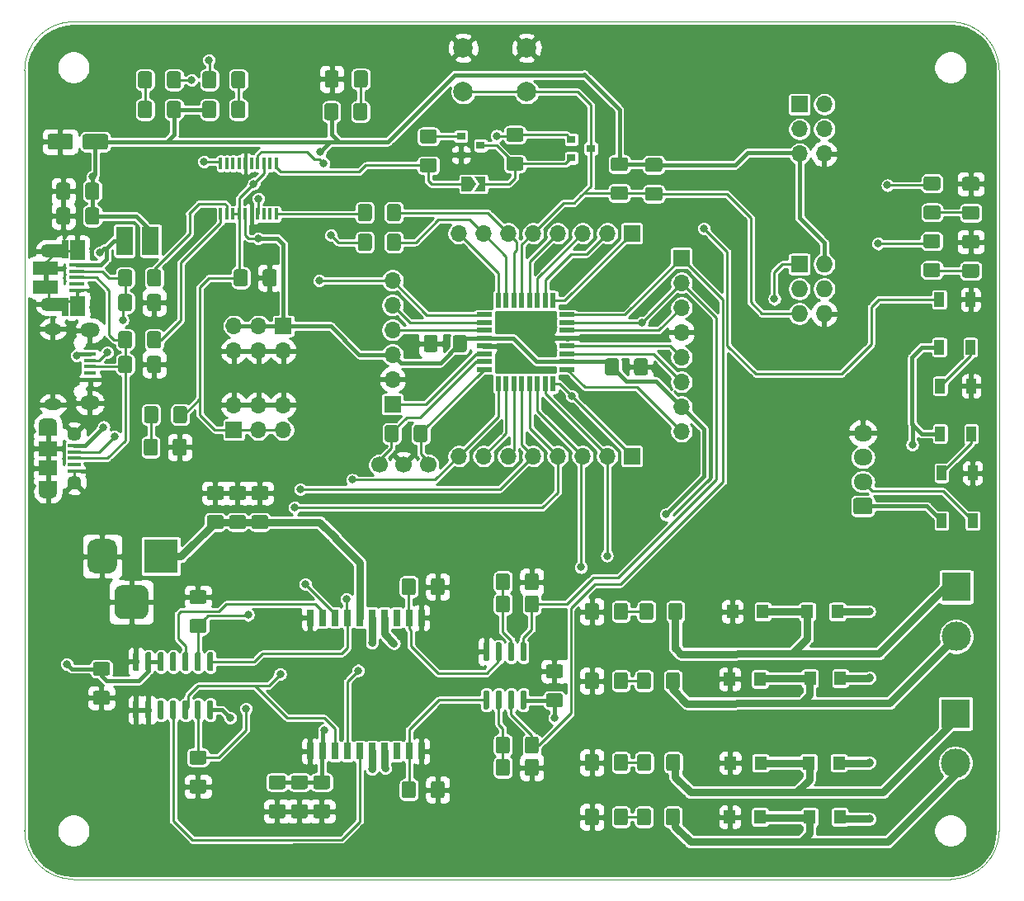
<source format=gbr>
G04 #@! TF.GenerationSoftware,KiCad,Pcbnew,5.1.6-c6e7f7d~86~ubuntu20.04.1*
G04 #@! TF.CreationDate,2020-05-21T14:16:40+02:00*
G04 #@! TF.ProjectId,ArduinoDCC++,41726475-696e-46f4-9443-432b2b2e6b69,v.0.0.2a*
G04 #@! TF.SameCoordinates,Original*
G04 #@! TF.FileFunction,Copper,L1,Top*
G04 #@! TF.FilePolarity,Positive*
%FSLAX46Y46*%
G04 Gerber Fmt 4.6, Leading zero omitted, Abs format (unit mm)*
G04 Created by KiCad (PCBNEW 5.1.6-c6e7f7d~86~ubuntu20.04.1) date 2020-05-21 14:16:40*
%MOMM*%
%LPD*%
G01*
G04 APERTURE LIST*
G04 #@! TA.AperFunction,Profile*
%ADD10C,0.050000*%
G04 #@! TD*
G04 #@! TA.AperFunction,SMDPad,CuDef*
%ADD11C,0.100000*%
G04 #@! TD*
G04 #@! TA.AperFunction,ComponentPad*
%ADD12O,1.700000X1.700000*%
G04 #@! TD*
G04 #@! TA.AperFunction,ComponentPad*
%ADD13R,1.700000X1.700000*%
G04 #@! TD*
G04 #@! TA.AperFunction,ComponentPad*
%ADD14O,1.727200X1.727200*%
G04 #@! TD*
G04 #@! TA.AperFunction,ComponentPad*
%ADD15R,1.727200X1.727200*%
G04 #@! TD*
G04 #@! TA.AperFunction,ComponentPad*
%ADD16O,1.950000X1.700000*%
G04 #@! TD*
G04 #@! TA.AperFunction,SMDPad,CuDef*
%ADD17R,1.000000X1.500000*%
G04 #@! TD*
G04 #@! TA.AperFunction,ComponentPad*
%ADD18O,1.800000X1.150000*%
G04 #@! TD*
G04 #@! TA.AperFunction,ComponentPad*
%ADD19O,2.000000X1.450000*%
G04 #@! TD*
G04 #@! TA.AperFunction,SMDPad,CuDef*
%ADD20R,1.300000X0.450000*%
G04 #@! TD*
G04 #@! TA.AperFunction,SMDPad,CuDef*
%ADD21R,1.900000X1.200000*%
G04 #@! TD*
G04 #@! TA.AperFunction,ComponentPad*
%ADD22O,1.900000X1.200000*%
G04 #@! TD*
G04 #@! TA.AperFunction,SMDPad,CuDef*
%ADD23R,1.900000X1.500000*%
G04 #@! TD*
G04 #@! TA.AperFunction,ComponentPad*
%ADD24C,1.450000*%
G04 #@! TD*
G04 #@! TA.AperFunction,SMDPad,CuDef*
%ADD25R,1.350000X0.400000*%
G04 #@! TD*
G04 #@! TA.AperFunction,SMDPad,CuDef*
%ADD26R,1.200000X1.400000*%
G04 #@! TD*
G04 #@! TA.AperFunction,SMDPad,CuDef*
%ADD27R,0.900000X0.800000*%
G04 #@! TD*
G04 #@! TA.AperFunction,SMDPad,CuDef*
%ADD28R,0.700000X1.700000*%
G04 #@! TD*
G04 #@! TA.AperFunction,SMDPad,CuDef*
%ADD29R,0.550000X1.600000*%
G04 #@! TD*
G04 #@! TA.AperFunction,SMDPad,CuDef*
%ADD30R,1.600000X0.550000*%
G04 #@! TD*
G04 #@! TA.AperFunction,SMDPad,CuDef*
%ADD31R,0.400000X1.200000*%
G04 #@! TD*
G04 #@! TA.AperFunction,ComponentPad*
%ADD32C,1.700000*%
G04 #@! TD*
G04 #@! TA.AperFunction,SMDPad,CuDef*
%ADD33R,1.680000X2.950000*%
G04 #@! TD*
G04 #@! TA.AperFunction,SMDPad,CuDef*
%ADD34R,2.500000X1.430000*%
G04 #@! TD*
G04 #@! TA.AperFunction,ComponentPad*
%ADD35O,1.700000X1.350000*%
G04 #@! TD*
G04 #@! TA.AperFunction,ComponentPad*
%ADD36O,1.500000X1.100000*%
G04 #@! TD*
G04 #@! TA.AperFunction,SMDPad,CuDef*
%ADD37R,1.650000X0.400000*%
G04 #@! TD*
G04 #@! TA.AperFunction,SMDPad,CuDef*
%ADD38R,1.500000X2.000000*%
G04 #@! TD*
G04 #@! TA.AperFunction,SMDPad,CuDef*
%ADD39R,0.700000X1.825000*%
G04 #@! TD*
G04 #@! TA.AperFunction,SMDPad,CuDef*
%ADD40R,2.000000X1.350000*%
G04 #@! TD*
G04 #@! TA.AperFunction,ComponentPad*
%ADD41R,3.500000X3.500000*%
G04 #@! TD*
G04 #@! TA.AperFunction,ComponentPad*
%ADD42C,3.000000*%
G04 #@! TD*
G04 #@! TA.AperFunction,ComponentPad*
%ADD43R,3.000000X3.000000*%
G04 #@! TD*
G04 #@! TA.AperFunction,ComponentPad*
%ADD44C,2.000000*%
G04 #@! TD*
G04 #@! TA.AperFunction,ViaPad*
%ADD45C,0.800000*%
G04 #@! TD*
G04 #@! TA.AperFunction,Conductor*
%ADD46C,0.400000*%
G04 #@! TD*
G04 #@! TA.AperFunction,Conductor*
%ADD47C,0.250000*%
G04 #@! TD*
G04 #@! TA.AperFunction,Conductor*
%ADD48C,0.800000*%
G04 #@! TD*
G04 #@! TA.AperFunction,Conductor*
%ADD49C,0.254000*%
G04 #@! TD*
G04 APERTURE END LIST*
D10*
X55000000Y-150000000D02*
X145000000Y-150000000D01*
X50000000Y-67000000D02*
X50000000Y-145000000D01*
X145000000Y-62000000D02*
X55000000Y-62000000D01*
X150000000Y-145000000D02*
X150000000Y-67000000D01*
X150000000Y-145000000D02*
G75*
G02*
X145000000Y-150000000I-5000000J0D01*
G01*
X145000000Y-62000000D02*
G75*
G02*
X150000000Y-67000000I0J-5000000D01*
G01*
X50000000Y-67000000D02*
G75*
G02*
X55000000Y-62000000I5000000J0D01*
G01*
X55000000Y-150000000D02*
G75*
G02*
X50000000Y-145000000I0J5000000D01*
G01*
G04 #@! TA.AperFunction,SMDPad,CuDef*
D11*
G36*
X96325000Y-78650000D02*
G01*
X95825000Y-79400000D01*
X94825000Y-79400000D01*
X94825000Y-77900000D01*
X95825000Y-77900000D01*
X96325000Y-78650000D01*
G37*
G04 #@! TD.AperFunction*
G04 #@! TA.AperFunction,SMDPad,CuDef*
G36*
X97275000Y-79400000D02*
G01*
X96125000Y-79400000D01*
X96625000Y-78650000D01*
X96125000Y-77900000D01*
X97275000Y-77900000D01*
X97275000Y-79400000D01*
G37*
G04 #@! TD.AperFunction*
G04 #@! TA.AperFunction,SMDPad,CuDef*
G36*
G01*
X92050000Y-74475000D02*
X90800000Y-74475000D01*
G75*
G02*
X90550000Y-74225000I0J250000D01*
G01*
X90550000Y-73300000D01*
G75*
G02*
X90800000Y-73050000I250000J0D01*
G01*
X92050000Y-73050000D01*
G75*
G02*
X92300000Y-73300000I0J-250000D01*
G01*
X92300000Y-74225000D01*
G75*
G02*
X92050000Y-74475000I-250000J0D01*
G01*
G37*
G04 #@! TD.AperFunction*
G04 #@! TA.AperFunction,SMDPad,CuDef*
G36*
G01*
X92050000Y-77450000D02*
X90800000Y-77450000D01*
G75*
G02*
X90550000Y-77200000I0J250000D01*
G01*
X90550000Y-76275000D01*
G75*
G02*
X90800000Y-76025000I250000J0D01*
G01*
X92050000Y-76025000D01*
G75*
G02*
X92300000Y-76275000I0J-250000D01*
G01*
X92300000Y-77200000D01*
G75*
G02*
X92050000Y-77450000I-250000J0D01*
G01*
G37*
G04 #@! TD.AperFunction*
D12*
X132040000Y-75555000D03*
X129500000Y-75555000D03*
X132040000Y-73015000D03*
X129500000Y-73015000D03*
X132040000Y-70475000D03*
D13*
X129500000Y-70475000D03*
D14*
X132040000Y-91955000D03*
X129500000Y-91955000D03*
X132040000Y-89415000D03*
X129500000Y-89415000D03*
X132040000Y-86875000D03*
D15*
X129500000Y-86875000D03*
G04 #@! TA.AperFunction,SMDPad,CuDef*
G36*
G01*
X142450000Y-86775000D02*
X143700000Y-86775000D01*
G75*
G02*
X143950000Y-87025000I0J-250000D01*
G01*
X143950000Y-87950000D01*
G75*
G02*
X143700000Y-88200000I-250000J0D01*
G01*
X142450000Y-88200000D01*
G75*
G02*
X142200000Y-87950000I0J250000D01*
G01*
X142200000Y-87025000D01*
G75*
G02*
X142450000Y-86775000I250000J0D01*
G01*
G37*
G04 #@! TD.AperFunction*
G04 #@! TA.AperFunction,SMDPad,CuDef*
G36*
G01*
X142450000Y-83800000D02*
X143700000Y-83800000D01*
G75*
G02*
X143950000Y-84050000I0J-250000D01*
G01*
X143950000Y-84975000D01*
G75*
G02*
X143700000Y-85225000I-250000J0D01*
G01*
X142450000Y-85225000D01*
G75*
G02*
X142200000Y-84975000I0J250000D01*
G01*
X142200000Y-84050000D01*
G75*
G02*
X142450000Y-83800000I250000J0D01*
G01*
G37*
G04 #@! TD.AperFunction*
G04 #@! TA.AperFunction,SMDPad,CuDef*
G36*
G01*
X142475000Y-80850000D02*
X143725000Y-80850000D01*
G75*
G02*
X143975000Y-81100000I0J-250000D01*
G01*
X143975000Y-82025000D01*
G75*
G02*
X143725000Y-82275000I-250000J0D01*
G01*
X142475000Y-82275000D01*
G75*
G02*
X142225000Y-82025000I0J250000D01*
G01*
X142225000Y-81100000D01*
G75*
G02*
X142475000Y-80850000I250000J0D01*
G01*
G37*
G04 #@! TD.AperFunction*
G04 #@! TA.AperFunction,SMDPad,CuDef*
G36*
G01*
X142475000Y-77875000D02*
X143725000Y-77875000D01*
G75*
G02*
X143975000Y-78125000I0J-250000D01*
G01*
X143975000Y-79050000D01*
G75*
G02*
X143725000Y-79300000I-250000J0D01*
G01*
X142475000Y-79300000D01*
G75*
G02*
X142225000Y-79050000I0J250000D01*
G01*
X142225000Y-78125000D01*
G75*
G02*
X142475000Y-77875000I250000J0D01*
G01*
G37*
G04 #@! TD.AperFunction*
D16*
X136000000Y-104200000D03*
X136000000Y-106700000D03*
X136000000Y-109200000D03*
G04 #@! TA.AperFunction,ComponentPad*
G36*
G01*
X136725000Y-112550000D02*
X135275000Y-112550000D01*
G75*
G02*
X135025000Y-112300000I0J250000D01*
G01*
X135025000Y-111100000D01*
G75*
G02*
X135275000Y-110850000I250000J0D01*
G01*
X136725000Y-110850000D01*
G75*
G02*
X136975000Y-111100000I0J-250000D01*
G01*
X136975000Y-112300000D01*
G75*
G02*
X136725000Y-112550000I-250000J0D01*
G01*
G37*
G04 #@! TD.AperFunction*
D17*
X144075000Y-113200000D03*
X147275000Y-113200000D03*
X144075000Y-108300000D03*
X147275000Y-108300000D03*
X143925000Y-104275000D03*
X147125000Y-104275000D03*
X143925000Y-99375000D03*
X147125000Y-99375000D03*
X143850000Y-95400000D03*
X147050000Y-95400000D03*
X143850000Y-90500000D03*
X147050000Y-90500000D03*
G04 #@! TA.AperFunction,SMDPad,CuDef*
G36*
G01*
X146455000Y-86845000D02*
X147705000Y-86845000D01*
G75*
G02*
X147955000Y-87095000I0J-250000D01*
G01*
X147955000Y-88020000D01*
G75*
G02*
X147705000Y-88270000I-250000J0D01*
G01*
X146455000Y-88270000D01*
G75*
G02*
X146205000Y-88020000I0J250000D01*
G01*
X146205000Y-87095000D01*
G75*
G02*
X146455000Y-86845000I250000J0D01*
G01*
G37*
G04 #@! TD.AperFunction*
G04 #@! TA.AperFunction,SMDPad,CuDef*
G36*
G01*
X146455000Y-83870000D02*
X147705000Y-83870000D01*
G75*
G02*
X147955000Y-84120000I0J-250000D01*
G01*
X147955000Y-85045000D01*
G75*
G02*
X147705000Y-85295000I-250000J0D01*
G01*
X146455000Y-85295000D01*
G75*
G02*
X146205000Y-85045000I0J250000D01*
G01*
X146205000Y-84120000D01*
G75*
G02*
X146455000Y-83870000I250000J0D01*
G01*
G37*
G04 #@! TD.AperFunction*
G04 #@! TA.AperFunction,SMDPad,CuDef*
G36*
G01*
X146450000Y-80900000D02*
X147700000Y-80900000D01*
G75*
G02*
X147950000Y-81150000I0J-250000D01*
G01*
X147950000Y-82075000D01*
G75*
G02*
X147700000Y-82325000I-250000J0D01*
G01*
X146450000Y-82325000D01*
G75*
G02*
X146200000Y-82075000I0J250000D01*
G01*
X146200000Y-81150000D01*
G75*
G02*
X146450000Y-80900000I250000J0D01*
G01*
G37*
G04 #@! TD.AperFunction*
G04 #@! TA.AperFunction,SMDPad,CuDef*
G36*
G01*
X146450000Y-77925000D02*
X147700000Y-77925000D01*
G75*
G02*
X147950000Y-78175000I0J-250000D01*
G01*
X147950000Y-79100000D01*
G75*
G02*
X147700000Y-79350000I-250000J0D01*
G01*
X146450000Y-79350000D01*
G75*
G02*
X146200000Y-79100000I0J250000D01*
G01*
X146200000Y-78175000D01*
G75*
G02*
X146450000Y-77925000I250000J0D01*
G01*
G37*
G04 #@! TD.AperFunction*
G04 #@! TA.AperFunction,SMDPad,CuDef*
G36*
G01*
X63690000Y-101695000D02*
X63690000Y-102945000D01*
G75*
G02*
X63440000Y-103195000I-250000J0D01*
G01*
X62515000Y-103195000D01*
G75*
G02*
X62265000Y-102945000I0J250000D01*
G01*
X62265000Y-101695000D01*
G75*
G02*
X62515000Y-101445000I250000J0D01*
G01*
X63440000Y-101445000D01*
G75*
G02*
X63690000Y-101695000I0J-250000D01*
G01*
G37*
G04 #@! TD.AperFunction*
G04 #@! TA.AperFunction,SMDPad,CuDef*
G36*
G01*
X66665000Y-101695000D02*
X66665000Y-102945000D01*
G75*
G02*
X66415000Y-103195000I-250000J0D01*
G01*
X65490000Y-103195000D01*
G75*
G02*
X65240000Y-102945000I0J250000D01*
G01*
X65240000Y-101695000D01*
G75*
G02*
X65490000Y-101445000I250000J0D01*
G01*
X66415000Y-101445000D01*
G75*
G02*
X66665000Y-101695000I0J-250000D01*
G01*
G37*
G04 #@! TD.AperFunction*
G04 #@! TA.AperFunction,SMDPad,CuDef*
G36*
G01*
X63645000Y-105035000D02*
X63645000Y-106285000D01*
G75*
G02*
X63395000Y-106535000I-250000J0D01*
G01*
X62470000Y-106535000D01*
G75*
G02*
X62220000Y-106285000I0J250000D01*
G01*
X62220000Y-105035000D01*
G75*
G02*
X62470000Y-104785000I250000J0D01*
G01*
X63395000Y-104785000D01*
G75*
G02*
X63645000Y-105035000I0J-250000D01*
G01*
G37*
G04 #@! TD.AperFunction*
G04 #@! TA.AperFunction,SMDPad,CuDef*
G36*
G01*
X66620000Y-105035000D02*
X66620000Y-106285000D01*
G75*
G02*
X66370000Y-106535000I-250000J0D01*
G01*
X65445000Y-106535000D01*
G75*
G02*
X65195000Y-106285000I0J250000D01*
G01*
X65195000Y-105035000D01*
G75*
G02*
X65445000Y-104785000I250000J0D01*
G01*
X66370000Y-104785000D01*
G75*
G02*
X66620000Y-105035000I0J-250000D01*
G01*
G37*
G04 #@! TD.AperFunction*
G04 #@! TA.AperFunction,SMDPad,CuDef*
G36*
G01*
X83730000Y-71845000D02*
X83730000Y-70595000D01*
G75*
G02*
X83980000Y-70345000I250000J0D01*
G01*
X84905000Y-70345000D01*
G75*
G02*
X85155000Y-70595000I0J-250000D01*
G01*
X85155000Y-71845000D01*
G75*
G02*
X84905000Y-72095000I-250000J0D01*
G01*
X83980000Y-72095000D01*
G75*
G02*
X83730000Y-71845000I0J250000D01*
G01*
G37*
G04 #@! TD.AperFunction*
G04 #@! TA.AperFunction,SMDPad,CuDef*
G36*
G01*
X80755000Y-71845000D02*
X80755000Y-70595000D01*
G75*
G02*
X81005000Y-70345000I250000J0D01*
G01*
X81930000Y-70345000D01*
G75*
G02*
X82180000Y-70595000I0J-250000D01*
G01*
X82180000Y-71845000D01*
G75*
G02*
X81930000Y-72095000I-250000J0D01*
G01*
X81005000Y-72095000D01*
G75*
G02*
X80755000Y-71845000I0J250000D01*
G01*
G37*
G04 #@! TD.AperFunction*
D12*
X76530000Y-101330000D03*
X76530000Y-103870000D03*
X73990000Y-101330000D03*
X73990000Y-103870000D03*
X71450000Y-101330000D03*
D13*
X71450000Y-103870000D03*
G04 #@! TA.AperFunction,SMDPad,CuDef*
G36*
G01*
X83775000Y-68505000D02*
X83775000Y-67255000D01*
G75*
G02*
X84025000Y-67005000I250000J0D01*
G01*
X84950000Y-67005000D01*
G75*
G02*
X85200000Y-67255000I0J-250000D01*
G01*
X85200000Y-68505000D01*
G75*
G02*
X84950000Y-68755000I-250000J0D01*
G01*
X84025000Y-68755000D01*
G75*
G02*
X83775000Y-68505000I0J250000D01*
G01*
G37*
G04 #@! TD.AperFunction*
G04 #@! TA.AperFunction,SMDPad,CuDef*
G36*
G01*
X80800000Y-68505000D02*
X80800000Y-67255000D01*
G75*
G02*
X81050000Y-67005000I250000J0D01*
G01*
X81975000Y-67005000D01*
G75*
G02*
X82225000Y-67255000I0J-250000D01*
G01*
X82225000Y-68505000D01*
G75*
G02*
X81975000Y-68755000I-250000J0D01*
G01*
X81050000Y-68755000D01*
G75*
G02*
X80800000Y-68505000I0J250000D01*
G01*
G37*
G04 #@! TD.AperFunction*
D18*
X52890000Y-101275000D03*
X52890000Y-93525000D03*
D19*
X56690000Y-101125000D03*
X56690000Y-93675000D03*
D20*
X56740000Y-98700000D03*
X56740000Y-98050000D03*
X56740000Y-97400000D03*
X56740000Y-96750000D03*
X56740000Y-96100000D03*
D21*
X52392500Y-103900000D03*
X52392500Y-109700000D03*
D22*
X52392500Y-110300000D03*
X52392500Y-103300000D03*
D23*
X52392500Y-105800000D03*
D24*
X55092500Y-109300000D03*
D25*
X55092500Y-106800000D03*
X55092500Y-107450000D03*
X55092500Y-108100000D03*
X55092500Y-105500000D03*
X55092500Y-106150000D03*
D24*
X55092500Y-104300000D03*
D23*
X52392500Y-107800000D03*
D26*
X130450000Y-138046000D03*
X133550000Y-138046000D03*
X122625000Y-122520000D03*
X125725000Y-122520000D03*
X130300000Y-122525000D03*
X133400000Y-122525000D03*
X122350000Y-129450000D03*
X125450000Y-129450000D03*
X130575000Y-129375000D03*
X133675000Y-129375000D03*
X122350000Y-143600000D03*
X125450000Y-143600000D03*
X130550000Y-143600000D03*
X133650000Y-143600000D03*
X122400000Y-138050000D03*
X125500000Y-138050000D03*
G04 #@! TA.AperFunction,SMDPad,CuDef*
G36*
G01*
X100925000Y-74312500D02*
X99675000Y-74312500D01*
G75*
G02*
X99425000Y-74062500I0J250000D01*
G01*
X99425000Y-73137500D01*
G75*
G02*
X99675000Y-72887500I250000J0D01*
G01*
X100925000Y-72887500D01*
G75*
G02*
X101175000Y-73137500I0J-250000D01*
G01*
X101175000Y-74062500D01*
G75*
G02*
X100925000Y-74312500I-250000J0D01*
G01*
G37*
G04 #@! TD.AperFunction*
G04 #@! TA.AperFunction,SMDPad,CuDef*
G36*
G01*
X100925000Y-77287500D02*
X99675000Y-77287500D01*
G75*
G02*
X99425000Y-77037500I0J250000D01*
G01*
X99425000Y-76112500D01*
G75*
G02*
X99675000Y-75862500I250000J0D01*
G01*
X100925000Y-75862500D01*
G75*
G02*
X101175000Y-76112500I0J-250000D01*
G01*
X101175000Y-77037500D01*
G75*
G02*
X100925000Y-77287500I-250000J0D01*
G01*
G37*
G04 #@! TD.AperFunction*
D27*
X108100000Y-75025000D03*
X106100000Y-75975000D03*
X106100000Y-74075000D03*
X96775000Y-74700000D03*
X94775000Y-75650000D03*
X94775000Y-73750000D03*
G04 #@! TA.AperFunction,SMDPad,CuDef*
G36*
G01*
X85617000Y-84008000D02*
X85617000Y-85258000D01*
G75*
G02*
X85367000Y-85508000I-250000J0D01*
G01*
X84442000Y-85508000D01*
G75*
G02*
X84192000Y-85258000I0J250000D01*
G01*
X84192000Y-84008000D01*
G75*
G02*
X84442000Y-83758000I250000J0D01*
G01*
X85367000Y-83758000D01*
G75*
G02*
X85617000Y-84008000I0J-250000D01*
G01*
G37*
G04 #@! TD.AperFunction*
G04 #@! TA.AperFunction,SMDPad,CuDef*
G36*
G01*
X88592000Y-84008000D02*
X88592000Y-85258000D01*
G75*
G02*
X88342000Y-85508000I-250000J0D01*
G01*
X87417000Y-85508000D01*
G75*
G02*
X87167000Y-85258000I0J250000D01*
G01*
X87167000Y-84008000D01*
G75*
G02*
X87417000Y-83758000I250000J0D01*
G01*
X88342000Y-83758000D01*
G75*
G02*
X88592000Y-84008000I0J-250000D01*
G01*
G37*
G04 #@! TD.AperFunction*
D12*
X117390000Y-104040000D03*
X117390000Y-101500000D03*
X117390000Y-98960000D03*
X117390000Y-96420000D03*
X117390000Y-93880000D03*
X117390000Y-91340000D03*
X117390000Y-88800000D03*
D13*
X117390000Y-86260000D03*
D12*
X94530000Y-106580000D03*
X97070000Y-106580000D03*
X99610000Y-106580000D03*
X102150000Y-106580000D03*
X104690000Y-106580000D03*
X107230000Y-106580000D03*
X109770000Y-106580000D03*
D13*
X112310000Y-106580000D03*
D12*
X87748200Y-88546000D03*
X87748200Y-91086000D03*
X87748200Y-93626000D03*
X87748200Y-96166000D03*
X87748200Y-98706000D03*
D13*
X87748200Y-101246000D03*
D12*
X94530000Y-83720000D03*
X97070000Y-83720000D03*
X99610000Y-83720000D03*
X102150000Y-83720000D03*
X104690000Y-83720000D03*
X107230000Y-83720000D03*
X109770000Y-83720000D03*
D13*
X112310000Y-83720000D03*
G04 #@! TA.AperFunction,SMDPad,CuDef*
G36*
G01*
X101031000Y-130624000D02*
X101331000Y-130624000D01*
G75*
G02*
X101481000Y-130774000I0J-150000D01*
G01*
X101481000Y-132424000D01*
G75*
G02*
X101331000Y-132574000I-150000J0D01*
G01*
X101031000Y-132574000D01*
G75*
G02*
X100881000Y-132424000I0J150000D01*
G01*
X100881000Y-130774000D01*
G75*
G02*
X101031000Y-130624000I150000J0D01*
G01*
G37*
G04 #@! TD.AperFunction*
G04 #@! TA.AperFunction,SMDPad,CuDef*
G36*
G01*
X99761000Y-130624000D02*
X100061000Y-130624000D01*
G75*
G02*
X100211000Y-130774000I0J-150000D01*
G01*
X100211000Y-132424000D01*
G75*
G02*
X100061000Y-132574000I-150000J0D01*
G01*
X99761000Y-132574000D01*
G75*
G02*
X99611000Y-132424000I0J150000D01*
G01*
X99611000Y-130774000D01*
G75*
G02*
X99761000Y-130624000I150000J0D01*
G01*
G37*
G04 #@! TD.AperFunction*
G04 #@! TA.AperFunction,SMDPad,CuDef*
G36*
G01*
X98491000Y-130624000D02*
X98791000Y-130624000D01*
G75*
G02*
X98941000Y-130774000I0J-150000D01*
G01*
X98941000Y-132424000D01*
G75*
G02*
X98791000Y-132574000I-150000J0D01*
G01*
X98491000Y-132574000D01*
G75*
G02*
X98341000Y-132424000I0J150000D01*
G01*
X98341000Y-130774000D01*
G75*
G02*
X98491000Y-130624000I150000J0D01*
G01*
G37*
G04 #@! TD.AperFunction*
G04 #@! TA.AperFunction,SMDPad,CuDef*
G36*
G01*
X97221000Y-130624000D02*
X97521000Y-130624000D01*
G75*
G02*
X97671000Y-130774000I0J-150000D01*
G01*
X97671000Y-132424000D01*
G75*
G02*
X97521000Y-132574000I-150000J0D01*
G01*
X97221000Y-132574000D01*
G75*
G02*
X97071000Y-132424000I0J150000D01*
G01*
X97071000Y-130774000D01*
G75*
G02*
X97221000Y-130624000I150000J0D01*
G01*
G37*
G04 #@! TD.AperFunction*
G04 #@! TA.AperFunction,SMDPad,CuDef*
G36*
G01*
X97221000Y-125674000D02*
X97521000Y-125674000D01*
G75*
G02*
X97671000Y-125824000I0J-150000D01*
G01*
X97671000Y-127474000D01*
G75*
G02*
X97521000Y-127624000I-150000J0D01*
G01*
X97221000Y-127624000D01*
G75*
G02*
X97071000Y-127474000I0J150000D01*
G01*
X97071000Y-125824000D01*
G75*
G02*
X97221000Y-125674000I150000J0D01*
G01*
G37*
G04 #@! TD.AperFunction*
G04 #@! TA.AperFunction,SMDPad,CuDef*
G36*
G01*
X98491000Y-125674000D02*
X98791000Y-125674000D01*
G75*
G02*
X98941000Y-125824000I0J-150000D01*
G01*
X98941000Y-127474000D01*
G75*
G02*
X98791000Y-127624000I-150000J0D01*
G01*
X98491000Y-127624000D01*
G75*
G02*
X98341000Y-127474000I0J150000D01*
G01*
X98341000Y-125824000D01*
G75*
G02*
X98491000Y-125674000I150000J0D01*
G01*
G37*
G04 #@! TD.AperFunction*
G04 #@! TA.AperFunction,SMDPad,CuDef*
G36*
G01*
X99761000Y-125674000D02*
X100061000Y-125674000D01*
G75*
G02*
X100211000Y-125824000I0J-150000D01*
G01*
X100211000Y-127474000D01*
G75*
G02*
X100061000Y-127624000I-150000J0D01*
G01*
X99761000Y-127624000D01*
G75*
G02*
X99611000Y-127474000I0J150000D01*
G01*
X99611000Y-125824000D01*
G75*
G02*
X99761000Y-125674000I150000J0D01*
G01*
G37*
G04 #@! TD.AperFunction*
G04 #@! TA.AperFunction,SMDPad,CuDef*
G36*
G01*
X101031000Y-125674000D02*
X101331000Y-125674000D01*
G75*
G02*
X101481000Y-125824000I0J-150000D01*
G01*
X101481000Y-127474000D01*
G75*
G02*
X101331000Y-127624000I-150000J0D01*
G01*
X101031000Y-127624000D01*
G75*
G02*
X100881000Y-127474000I0J150000D01*
G01*
X100881000Y-125824000D01*
G75*
G02*
X101031000Y-125674000I150000J0D01*
G01*
G37*
G04 #@! TD.AperFunction*
G04 #@! TA.AperFunction,SMDPad,CuDef*
G36*
G01*
X68900000Y-131640000D02*
X69200000Y-131640000D01*
G75*
G02*
X69350000Y-131790000I0J-150000D01*
G01*
X69350000Y-133440000D01*
G75*
G02*
X69200000Y-133590000I-150000J0D01*
G01*
X68900000Y-133590000D01*
G75*
G02*
X68750000Y-133440000I0J150000D01*
G01*
X68750000Y-131790000D01*
G75*
G02*
X68900000Y-131640000I150000J0D01*
G01*
G37*
G04 #@! TD.AperFunction*
G04 #@! TA.AperFunction,SMDPad,CuDef*
G36*
G01*
X67630000Y-131640000D02*
X67930000Y-131640000D01*
G75*
G02*
X68080000Y-131790000I0J-150000D01*
G01*
X68080000Y-133440000D01*
G75*
G02*
X67930000Y-133590000I-150000J0D01*
G01*
X67630000Y-133590000D01*
G75*
G02*
X67480000Y-133440000I0J150000D01*
G01*
X67480000Y-131790000D01*
G75*
G02*
X67630000Y-131640000I150000J0D01*
G01*
G37*
G04 #@! TD.AperFunction*
G04 #@! TA.AperFunction,SMDPad,CuDef*
G36*
G01*
X66360000Y-131640000D02*
X66660000Y-131640000D01*
G75*
G02*
X66810000Y-131790000I0J-150000D01*
G01*
X66810000Y-133440000D01*
G75*
G02*
X66660000Y-133590000I-150000J0D01*
G01*
X66360000Y-133590000D01*
G75*
G02*
X66210000Y-133440000I0J150000D01*
G01*
X66210000Y-131790000D01*
G75*
G02*
X66360000Y-131640000I150000J0D01*
G01*
G37*
G04 #@! TD.AperFunction*
G04 #@! TA.AperFunction,SMDPad,CuDef*
G36*
G01*
X65090000Y-131640000D02*
X65390000Y-131640000D01*
G75*
G02*
X65540000Y-131790000I0J-150000D01*
G01*
X65540000Y-133440000D01*
G75*
G02*
X65390000Y-133590000I-150000J0D01*
G01*
X65090000Y-133590000D01*
G75*
G02*
X64940000Y-133440000I0J150000D01*
G01*
X64940000Y-131790000D01*
G75*
G02*
X65090000Y-131640000I150000J0D01*
G01*
G37*
G04 #@! TD.AperFunction*
G04 #@! TA.AperFunction,SMDPad,CuDef*
G36*
G01*
X63820000Y-131640000D02*
X64120000Y-131640000D01*
G75*
G02*
X64270000Y-131790000I0J-150000D01*
G01*
X64270000Y-133440000D01*
G75*
G02*
X64120000Y-133590000I-150000J0D01*
G01*
X63820000Y-133590000D01*
G75*
G02*
X63670000Y-133440000I0J150000D01*
G01*
X63670000Y-131790000D01*
G75*
G02*
X63820000Y-131640000I150000J0D01*
G01*
G37*
G04 #@! TD.AperFunction*
G04 #@! TA.AperFunction,SMDPad,CuDef*
G36*
G01*
X62550000Y-131640000D02*
X62850000Y-131640000D01*
G75*
G02*
X63000000Y-131790000I0J-150000D01*
G01*
X63000000Y-133440000D01*
G75*
G02*
X62850000Y-133590000I-150000J0D01*
G01*
X62550000Y-133590000D01*
G75*
G02*
X62400000Y-133440000I0J150000D01*
G01*
X62400000Y-131790000D01*
G75*
G02*
X62550000Y-131640000I150000J0D01*
G01*
G37*
G04 #@! TD.AperFunction*
G04 #@! TA.AperFunction,SMDPad,CuDef*
G36*
G01*
X61280000Y-131640000D02*
X61580000Y-131640000D01*
G75*
G02*
X61730000Y-131790000I0J-150000D01*
G01*
X61730000Y-133440000D01*
G75*
G02*
X61580000Y-133590000I-150000J0D01*
G01*
X61280000Y-133590000D01*
G75*
G02*
X61130000Y-133440000I0J150000D01*
G01*
X61130000Y-131790000D01*
G75*
G02*
X61280000Y-131640000I150000J0D01*
G01*
G37*
G04 #@! TD.AperFunction*
G04 #@! TA.AperFunction,SMDPad,CuDef*
G36*
G01*
X61280000Y-126690000D02*
X61580000Y-126690000D01*
G75*
G02*
X61730000Y-126840000I0J-150000D01*
G01*
X61730000Y-128490000D01*
G75*
G02*
X61580000Y-128640000I-150000J0D01*
G01*
X61280000Y-128640000D01*
G75*
G02*
X61130000Y-128490000I0J150000D01*
G01*
X61130000Y-126840000D01*
G75*
G02*
X61280000Y-126690000I150000J0D01*
G01*
G37*
G04 #@! TD.AperFunction*
G04 #@! TA.AperFunction,SMDPad,CuDef*
G36*
G01*
X62550000Y-126690000D02*
X62850000Y-126690000D01*
G75*
G02*
X63000000Y-126840000I0J-150000D01*
G01*
X63000000Y-128490000D01*
G75*
G02*
X62850000Y-128640000I-150000J0D01*
G01*
X62550000Y-128640000D01*
G75*
G02*
X62400000Y-128490000I0J150000D01*
G01*
X62400000Y-126840000D01*
G75*
G02*
X62550000Y-126690000I150000J0D01*
G01*
G37*
G04 #@! TD.AperFunction*
G04 #@! TA.AperFunction,SMDPad,CuDef*
G36*
G01*
X63820000Y-126690000D02*
X64120000Y-126690000D01*
G75*
G02*
X64270000Y-126840000I0J-150000D01*
G01*
X64270000Y-128490000D01*
G75*
G02*
X64120000Y-128640000I-150000J0D01*
G01*
X63820000Y-128640000D01*
G75*
G02*
X63670000Y-128490000I0J150000D01*
G01*
X63670000Y-126840000D01*
G75*
G02*
X63820000Y-126690000I150000J0D01*
G01*
G37*
G04 #@! TD.AperFunction*
G04 #@! TA.AperFunction,SMDPad,CuDef*
G36*
G01*
X65090000Y-126690000D02*
X65390000Y-126690000D01*
G75*
G02*
X65540000Y-126840000I0J-150000D01*
G01*
X65540000Y-128490000D01*
G75*
G02*
X65390000Y-128640000I-150000J0D01*
G01*
X65090000Y-128640000D01*
G75*
G02*
X64940000Y-128490000I0J150000D01*
G01*
X64940000Y-126840000D01*
G75*
G02*
X65090000Y-126690000I150000J0D01*
G01*
G37*
G04 #@! TD.AperFunction*
G04 #@! TA.AperFunction,SMDPad,CuDef*
G36*
G01*
X66360000Y-126690000D02*
X66660000Y-126690000D01*
G75*
G02*
X66810000Y-126840000I0J-150000D01*
G01*
X66810000Y-128490000D01*
G75*
G02*
X66660000Y-128640000I-150000J0D01*
G01*
X66360000Y-128640000D01*
G75*
G02*
X66210000Y-128490000I0J150000D01*
G01*
X66210000Y-126840000D01*
G75*
G02*
X66360000Y-126690000I150000J0D01*
G01*
G37*
G04 #@! TD.AperFunction*
G04 #@! TA.AperFunction,SMDPad,CuDef*
G36*
G01*
X67630000Y-126690000D02*
X67930000Y-126690000D01*
G75*
G02*
X68080000Y-126840000I0J-150000D01*
G01*
X68080000Y-128490000D01*
G75*
G02*
X67930000Y-128640000I-150000J0D01*
G01*
X67630000Y-128640000D01*
G75*
G02*
X67480000Y-128490000I0J150000D01*
G01*
X67480000Y-126840000D01*
G75*
G02*
X67630000Y-126690000I150000J0D01*
G01*
G37*
G04 #@! TD.AperFunction*
G04 #@! TA.AperFunction,SMDPad,CuDef*
G36*
G01*
X68900000Y-126690000D02*
X69200000Y-126690000D01*
G75*
G02*
X69350000Y-126840000I0J-150000D01*
G01*
X69350000Y-128490000D01*
G75*
G02*
X69200000Y-128640000I-150000J0D01*
G01*
X68900000Y-128640000D01*
G75*
G02*
X68750000Y-128490000I0J150000D01*
G01*
X68750000Y-126840000D01*
G75*
G02*
X68900000Y-126690000I150000J0D01*
G01*
G37*
G04 #@! TD.AperFunction*
D28*
X90715000Y-136850000D03*
X89445000Y-136850000D03*
X88175000Y-136850000D03*
X86905000Y-136850000D03*
X85635000Y-136850000D03*
X84365000Y-136850000D03*
X83095000Y-136850000D03*
X81825000Y-136850000D03*
X80555000Y-136850000D03*
X79285000Y-136850000D03*
X79285000Y-123150000D03*
X80555000Y-123150000D03*
X81825000Y-123150000D03*
X83095000Y-123150000D03*
X84365000Y-123150000D03*
X85635000Y-123150000D03*
X86905000Y-123150000D03*
X88175000Y-123150000D03*
X89445000Y-123150000D03*
X90715000Y-123150000D03*
D29*
X98613400Y-90620600D03*
X99413400Y-90620600D03*
X100213400Y-90620600D03*
X101013400Y-90620600D03*
X101813400Y-90620600D03*
X102613400Y-90620600D03*
X103413400Y-90620600D03*
X104213400Y-90620600D03*
D30*
X105663400Y-92070600D03*
X105663400Y-92870600D03*
X105663400Y-93670600D03*
X105663400Y-94470600D03*
X105663400Y-95270600D03*
X105663400Y-96070600D03*
X105663400Y-96870600D03*
X105663400Y-97670600D03*
D29*
X104213400Y-99120600D03*
X103413400Y-99120600D03*
X102613400Y-99120600D03*
X101813400Y-99120600D03*
X101013400Y-99120600D03*
X100213400Y-99120600D03*
X99413400Y-99120600D03*
X98613400Y-99120600D03*
D30*
X97163400Y-97670600D03*
X97163400Y-96870600D03*
X97163400Y-96070600D03*
X97163400Y-95270600D03*
X97163400Y-94470600D03*
X97163400Y-93670600D03*
X97163400Y-92870600D03*
X97163400Y-92070600D03*
D31*
X75833500Y-76540000D03*
X75198500Y-76540000D03*
X74563500Y-76540000D03*
X73928500Y-76540000D03*
X73293500Y-76540000D03*
X72658500Y-76540000D03*
X72023500Y-76540000D03*
X71388500Y-76540000D03*
X70753500Y-76540000D03*
X70118500Y-76540000D03*
X70118500Y-81740000D03*
X70753500Y-81740000D03*
X71388500Y-81740000D03*
X72023500Y-81740000D03*
X72658500Y-81740000D03*
X73293500Y-81740000D03*
X73928500Y-81740000D03*
X74563500Y-81740000D03*
X75198500Y-81740000D03*
X75833500Y-81740000D03*
D32*
X86400000Y-107475000D03*
X88900000Y-107475000D03*
X91400000Y-107475000D03*
D12*
X71463000Y-95771000D03*
X71463000Y-93231000D03*
X74003000Y-95771000D03*
X74003000Y-93231000D03*
X76543000Y-95771000D03*
D13*
X76543000Y-93231000D03*
D33*
X60242500Y-84474000D03*
X62922500Y-84474000D03*
G04 #@! TA.AperFunction,SMDPad,CuDef*
G36*
G01*
X68405000Y-138218500D02*
X67155000Y-138218500D01*
G75*
G02*
X66905000Y-137968500I0J250000D01*
G01*
X66905000Y-137043500D01*
G75*
G02*
X67155000Y-136793500I250000J0D01*
G01*
X68405000Y-136793500D01*
G75*
G02*
X68655000Y-137043500I0J-250000D01*
G01*
X68655000Y-137968500D01*
G75*
G02*
X68405000Y-138218500I-250000J0D01*
G01*
G37*
G04 #@! TD.AperFunction*
G04 #@! TA.AperFunction,SMDPad,CuDef*
G36*
G01*
X68405000Y-141193500D02*
X67155000Y-141193500D01*
G75*
G02*
X66905000Y-140943500I0J250000D01*
G01*
X66905000Y-140018500D01*
G75*
G02*
X67155000Y-139768500I250000J0D01*
G01*
X68405000Y-139768500D01*
G75*
G02*
X68655000Y-140018500I0J-250000D01*
G01*
X68655000Y-140943500D01*
G75*
G02*
X68405000Y-141193500I-250000J0D01*
G01*
G37*
G04 #@! TD.AperFunction*
G04 #@! TA.AperFunction,SMDPad,CuDef*
G36*
G01*
X67155000Y-123295000D02*
X68405000Y-123295000D01*
G75*
G02*
X68655000Y-123545000I0J-250000D01*
G01*
X68655000Y-124470000D01*
G75*
G02*
X68405000Y-124720000I-250000J0D01*
G01*
X67155000Y-124720000D01*
G75*
G02*
X66905000Y-124470000I0J250000D01*
G01*
X66905000Y-123545000D01*
G75*
G02*
X67155000Y-123295000I250000J0D01*
G01*
G37*
G04 #@! TD.AperFunction*
G04 #@! TA.AperFunction,SMDPad,CuDef*
G36*
G01*
X67155000Y-120320000D02*
X68405000Y-120320000D01*
G75*
G02*
X68655000Y-120570000I0J-250000D01*
G01*
X68655000Y-121495000D01*
G75*
G02*
X68405000Y-121745000I-250000J0D01*
G01*
X67155000Y-121745000D01*
G75*
G02*
X66905000Y-121495000I0J250000D01*
G01*
X66905000Y-120570000D01*
G75*
G02*
X67155000Y-120320000I250000J0D01*
G01*
G37*
G04 #@! TD.AperFunction*
G04 #@! TA.AperFunction,SMDPad,CuDef*
G36*
G01*
X57249000Y-130661000D02*
X58499000Y-130661000D01*
G75*
G02*
X58749000Y-130911000I0J-250000D01*
G01*
X58749000Y-131836000D01*
G75*
G02*
X58499000Y-132086000I-250000J0D01*
G01*
X57249000Y-132086000D01*
G75*
G02*
X56999000Y-131836000I0J250000D01*
G01*
X56999000Y-130911000D01*
G75*
G02*
X57249000Y-130661000I250000J0D01*
G01*
G37*
G04 #@! TD.AperFunction*
G04 #@! TA.AperFunction,SMDPad,CuDef*
G36*
G01*
X57249000Y-127686000D02*
X58499000Y-127686000D01*
G75*
G02*
X58749000Y-127936000I0J-250000D01*
G01*
X58749000Y-128861000D01*
G75*
G02*
X58499000Y-129111000I-250000J0D01*
G01*
X57249000Y-129111000D01*
G75*
G02*
X56999000Y-128861000I0J250000D01*
G01*
X56999000Y-127936000D01*
G75*
G02*
X57249000Y-127686000I250000J0D01*
G01*
G37*
G04 #@! TD.AperFunction*
G04 #@! TA.AperFunction,SMDPad,CuDef*
G36*
G01*
X68933000Y-112627000D02*
X70183000Y-112627000D01*
G75*
G02*
X70433000Y-112877000I0J-250000D01*
G01*
X70433000Y-113802000D01*
G75*
G02*
X70183000Y-114052000I-250000J0D01*
G01*
X68933000Y-114052000D01*
G75*
G02*
X68683000Y-113802000I0J250000D01*
G01*
X68683000Y-112877000D01*
G75*
G02*
X68933000Y-112627000I250000J0D01*
G01*
G37*
G04 #@! TD.AperFunction*
G04 #@! TA.AperFunction,SMDPad,CuDef*
G36*
G01*
X68933000Y-109652000D02*
X70183000Y-109652000D01*
G75*
G02*
X70433000Y-109902000I0J-250000D01*
G01*
X70433000Y-110827000D01*
G75*
G02*
X70183000Y-111077000I-250000J0D01*
G01*
X68933000Y-111077000D01*
G75*
G02*
X68683000Y-110827000I0J250000D01*
G01*
X68683000Y-109902000D01*
G75*
G02*
X68933000Y-109652000I250000J0D01*
G01*
G37*
G04 #@! TD.AperFunction*
G04 #@! TA.AperFunction,SMDPad,CuDef*
G36*
G01*
X73505000Y-112627000D02*
X74755000Y-112627000D01*
G75*
G02*
X75005000Y-112877000I0J-250000D01*
G01*
X75005000Y-113802000D01*
G75*
G02*
X74755000Y-114052000I-250000J0D01*
G01*
X73505000Y-114052000D01*
G75*
G02*
X73255000Y-113802000I0J250000D01*
G01*
X73255000Y-112877000D01*
G75*
G02*
X73505000Y-112627000I250000J0D01*
G01*
G37*
G04 #@! TD.AperFunction*
G04 #@! TA.AperFunction,SMDPad,CuDef*
G36*
G01*
X73505000Y-109652000D02*
X74755000Y-109652000D01*
G75*
G02*
X75005000Y-109902000I0J-250000D01*
G01*
X75005000Y-110827000D01*
G75*
G02*
X74755000Y-111077000I-250000J0D01*
G01*
X73505000Y-111077000D01*
G75*
G02*
X73255000Y-110827000I0J250000D01*
G01*
X73255000Y-109902000D01*
G75*
G02*
X73505000Y-109652000I250000J0D01*
G01*
G37*
G04 #@! TD.AperFunction*
G04 #@! TA.AperFunction,SMDPad,CuDef*
G36*
G01*
X71219000Y-112627000D02*
X72469000Y-112627000D01*
G75*
G02*
X72719000Y-112877000I0J-250000D01*
G01*
X72719000Y-113802000D01*
G75*
G02*
X72469000Y-114052000I-250000J0D01*
G01*
X71219000Y-114052000D01*
G75*
G02*
X70969000Y-113802000I0J250000D01*
G01*
X70969000Y-112877000D01*
G75*
G02*
X71219000Y-112627000I250000J0D01*
G01*
G37*
G04 #@! TD.AperFunction*
G04 #@! TA.AperFunction,SMDPad,CuDef*
G36*
G01*
X71219000Y-109652000D02*
X72469000Y-109652000D01*
G75*
G02*
X72719000Y-109902000I0J-250000D01*
G01*
X72719000Y-110827000D01*
G75*
G02*
X72469000Y-111077000I-250000J0D01*
G01*
X71219000Y-111077000D01*
G75*
G02*
X70969000Y-110827000I0J250000D01*
G01*
X70969000Y-109902000D01*
G75*
G02*
X71219000Y-109652000I250000J0D01*
G01*
G37*
G04 #@! TD.AperFunction*
G04 #@! TA.AperFunction,SMDPad,CuDef*
G36*
G01*
X78819000Y-140758500D02*
X77569000Y-140758500D01*
G75*
G02*
X77319000Y-140508500I0J250000D01*
G01*
X77319000Y-139583500D01*
G75*
G02*
X77569000Y-139333500I250000J0D01*
G01*
X78819000Y-139333500D01*
G75*
G02*
X79069000Y-139583500I0J-250000D01*
G01*
X79069000Y-140508500D01*
G75*
G02*
X78819000Y-140758500I-250000J0D01*
G01*
G37*
G04 #@! TD.AperFunction*
G04 #@! TA.AperFunction,SMDPad,CuDef*
G36*
G01*
X78819000Y-143733500D02*
X77569000Y-143733500D01*
G75*
G02*
X77319000Y-143483500I0J250000D01*
G01*
X77319000Y-142558500D01*
G75*
G02*
X77569000Y-142308500I250000J0D01*
G01*
X78819000Y-142308500D01*
G75*
G02*
X79069000Y-142558500I0J-250000D01*
G01*
X79069000Y-143483500D01*
G75*
G02*
X78819000Y-143733500I-250000J0D01*
G01*
G37*
G04 #@! TD.AperFunction*
G04 #@! TA.AperFunction,SMDPad,CuDef*
G36*
G01*
X76533000Y-140758500D02*
X75283000Y-140758500D01*
G75*
G02*
X75033000Y-140508500I0J250000D01*
G01*
X75033000Y-139583500D01*
G75*
G02*
X75283000Y-139333500I250000J0D01*
G01*
X76533000Y-139333500D01*
G75*
G02*
X76783000Y-139583500I0J-250000D01*
G01*
X76783000Y-140508500D01*
G75*
G02*
X76533000Y-140758500I-250000J0D01*
G01*
G37*
G04 #@! TD.AperFunction*
G04 #@! TA.AperFunction,SMDPad,CuDef*
G36*
G01*
X76533000Y-143733500D02*
X75283000Y-143733500D01*
G75*
G02*
X75033000Y-143483500I0J250000D01*
G01*
X75033000Y-142558500D01*
G75*
G02*
X75283000Y-142308500I250000J0D01*
G01*
X76533000Y-142308500D01*
G75*
G02*
X76783000Y-142558500I0J-250000D01*
G01*
X76783000Y-143483500D01*
G75*
G02*
X76533000Y-143733500I-250000J0D01*
G01*
G37*
G04 #@! TD.AperFunction*
G04 #@! TA.AperFunction,SMDPad,CuDef*
G36*
G01*
X79855000Y-142308500D02*
X81105000Y-142308500D01*
G75*
G02*
X81355000Y-142558500I0J-250000D01*
G01*
X81355000Y-143483500D01*
G75*
G02*
X81105000Y-143733500I-250000J0D01*
G01*
X79855000Y-143733500D01*
G75*
G02*
X79605000Y-143483500I0J250000D01*
G01*
X79605000Y-142558500D01*
G75*
G02*
X79855000Y-142308500I250000J0D01*
G01*
G37*
G04 #@! TD.AperFunction*
G04 #@! TA.AperFunction,SMDPad,CuDef*
G36*
G01*
X79855000Y-139333500D02*
X81105000Y-139333500D01*
G75*
G02*
X81355000Y-139583500I0J-250000D01*
G01*
X81355000Y-140508500D01*
G75*
G02*
X81105000Y-140758500I-250000J0D01*
G01*
X79855000Y-140758500D01*
G75*
G02*
X79605000Y-140508500I0J250000D01*
G01*
X79605000Y-139583500D01*
G75*
G02*
X79855000Y-139333500I250000J0D01*
G01*
G37*
G04 #@! TD.AperFunction*
G04 #@! TA.AperFunction,SMDPad,CuDef*
G36*
G01*
X91669000Y-141433000D02*
X91669000Y-140183000D01*
G75*
G02*
X91919000Y-139933000I250000J0D01*
G01*
X92844000Y-139933000D01*
G75*
G02*
X93094000Y-140183000I0J-250000D01*
G01*
X93094000Y-141433000D01*
G75*
G02*
X92844000Y-141683000I-250000J0D01*
G01*
X91919000Y-141683000D01*
G75*
G02*
X91669000Y-141433000I0J250000D01*
G01*
G37*
G04 #@! TD.AperFunction*
G04 #@! TA.AperFunction,SMDPad,CuDef*
G36*
G01*
X88694000Y-141433000D02*
X88694000Y-140183000D01*
G75*
G02*
X88944000Y-139933000I250000J0D01*
G01*
X89869000Y-139933000D01*
G75*
G02*
X90119000Y-140183000I0J-250000D01*
G01*
X90119000Y-141433000D01*
G75*
G02*
X89869000Y-141683000I-250000J0D01*
G01*
X88944000Y-141683000D01*
G75*
G02*
X88694000Y-141433000I0J250000D01*
G01*
G37*
G04 #@! TD.AperFunction*
G04 #@! TA.AperFunction,SMDPad,CuDef*
G36*
G01*
X91669000Y-120605000D02*
X91669000Y-119355000D01*
G75*
G02*
X91919000Y-119105000I250000J0D01*
G01*
X92844000Y-119105000D01*
G75*
G02*
X93094000Y-119355000I0J-250000D01*
G01*
X93094000Y-120605000D01*
G75*
G02*
X92844000Y-120855000I-250000J0D01*
G01*
X91919000Y-120855000D01*
G75*
G02*
X91669000Y-120605000I0J250000D01*
G01*
G37*
G04 #@! TD.AperFunction*
G04 #@! TA.AperFunction,SMDPad,CuDef*
G36*
G01*
X88694000Y-120605000D02*
X88694000Y-119355000D01*
G75*
G02*
X88944000Y-119105000I250000J0D01*
G01*
X89869000Y-119105000D01*
G75*
G02*
X90119000Y-119355000I0J-250000D01*
G01*
X90119000Y-120605000D01*
G75*
G02*
X89869000Y-120855000I-250000J0D01*
G01*
X88944000Y-120855000D01*
G75*
G02*
X88694000Y-120605000I0J250000D01*
G01*
G37*
G04 #@! TD.AperFunction*
G04 #@! TA.AperFunction,SMDPad,CuDef*
G36*
G01*
X99771000Y-121133000D02*
X99771000Y-122383000D01*
G75*
G02*
X99521000Y-122633000I-250000J0D01*
G01*
X98596000Y-122633000D01*
G75*
G02*
X98346000Y-122383000I0J250000D01*
G01*
X98346000Y-121133000D01*
G75*
G02*
X98596000Y-120883000I250000J0D01*
G01*
X99521000Y-120883000D01*
G75*
G02*
X99771000Y-121133000I0J-250000D01*
G01*
G37*
G04 #@! TD.AperFunction*
G04 #@! TA.AperFunction,SMDPad,CuDef*
G36*
G01*
X102746000Y-121133000D02*
X102746000Y-122383000D01*
G75*
G02*
X102496000Y-122633000I-250000J0D01*
G01*
X101571000Y-122633000D01*
G75*
G02*
X101321000Y-122383000I0J250000D01*
G01*
X101321000Y-121133000D01*
G75*
G02*
X101571000Y-120883000I250000J0D01*
G01*
X102496000Y-120883000D01*
G75*
G02*
X102746000Y-121133000I0J-250000D01*
G01*
G37*
G04 #@! TD.AperFunction*
G04 #@! TA.AperFunction,SMDPad,CuDef*
G36*
G01*
X99771000Y-135611000D02*
X99771000Y-136861000D01*
G75*
G02*
X99521000Y-137111000I-250000J0D01*
G01*
X98596000Y-137111000D01*
G75*
G02*
X98346000Y-136861000I0J250000D01*
G01*
X98346000Y-135611000D01*
G75*
G02*
X98596000Y-135361000I250000J0D01*
G01*
X99521000Y-135361000D01*
G75*
G02*
X99771000Y-135611000I0J-250000D01*
G01*
G37*
G04 #@! TD.AperFunction*
G04 #@! TA.AperFunction,SMDPad,CuDef*
G36*
G01*
X102746000Y-135611000D02*
X102746000Y-136861000D01*
G75*
G02*
X102496000Y-137111000I-250000J0D01*
G01*
X101571000Y-137111000D01*
G75*
G02*
X101321000Y-136861000I0J250000D01*
G01*
X101321000Y-135611000D01*
G75*
G02*
X101571000Y-135361000I250000J0D01*
G01*
X102496000Y-135361000D01*
G75*
G02*
X102746000Y-135611000I0J-250000D01*
G01*
G37*
G04 #@! TD.AperFunction*
G04 #@! TA.AperFunction,SMDPad,CuDef*
G36*
G01*
X101321000Y-139147000D02*
X101321000Y-137897000D01*
G75*
G02*
X101571000Y-137647000I250000J0D01*
G01*
X102496000Y-137647000D01*
G75*
G02*
X102746000Y-137897000I0J-250000D01*
G01*
X102746000Y-139147000D01*
G75*
G02*
X102496000Y-139397000I-250000J0D01*
G01*
X101571000Y-139397000D01*
G75*
G02*
X101321000Y-139147000I0J250000D01*
G01*
G37*
G04 #@! TD.AperFunction*
G04 #@! TA.AperFunction,SMDPad,CuDef*
G36*
G01*
X98346000Y-139147000D02*
X98346000Y-137897000D01*
G75*
G02*
X98596000Y-137647000I250000J0D01*
G01*
X99521000Y-137647000D01*
G75*
G02*
X99771000Y-137897000I0J-250000D01*
G01*
X99771000Y-139147000D01*
G75*
G02*
X99521000Y-139397000I-250000J0D01*
G01*
X98596000Y-139397000D01*
G75*
G02*
X98346000Y-139147000I0J250000D01*
G01*
G37*
G04 #@! TD.AperFunction*
G04 #@! TA.AperFunction,SMDPad,CuDef*
G36*
G01*
X101321000Y-120097000D02*
X101321000Y-118847000D01*
G75*
G02*
X101571000Y-118597000I250000J0D01*
G01*
X102496000Y-118597000D01*
G75*
G02*
X102746000Y-118847000I0J-250000D01*
G01*
X102746000Y-120097000D01*
G75*
G02*
X102496000Y-120347000I-250000J0D01*
G01*
X101571000Y-120347000D01*
G75*
G02*
X101321000Y-120097000I0J250000D01*
G01*
G37*
G04 #@! TD.AperFunction*
G04 #@! TA.AperFunction,SMDPad,CuDef*
G36*
G01*
X98346000Y-120097000D02*
X98346000Y-118847000D01*
G75*
G02*
X98596000Y-118597000I250000J0D01*
G01*
X99521000Y-118597000D01*
G75*
G02*
X99771000Y-118847000I0J-250000D01*
G01*
X99771000Y-120097000D01*
G75*
G02*
X99521000Y-120347000I-250000J0D01*
G01*
X98596000Y-120347000D01*
G75*
G02*
X98346000Y-120097000I0J250000D01*
G01*
G37*
G04 #@! TD.AperFunction*
G04 #@! TA.AperFunction,SMDPad,CuDef*
G36*
G01*
X104981000Y-129365000D02*
X103731000Y-129365000D01*
G75*
G02*
X103481000Y-129115000I0J250000D01*
G01*
X103481000Y-128190000D01*
G75*
G02*
X103731000Y-127940000I250000J0D01*
G01*
X104981000Y-127940000D01*
G75*
G02*
X105231000Y-128190000I0J-250000D01*
G01*
X105231000Y-129115000D01*
G75*
G02*
X104981000Y-129365000I-250000J0D01*
G01*
G37*
G04 #@! TD.AperFunction*
G04 #@! TA.AperFunction,SMDPad,CuDef*
G36*
G01*
X104981000Y-132340000D02*
X103731000Y-132340000D01*
G75*
G02*
X103481000Y-132090000I0J250000D01*
G01*
X103481000Y-131165000D01*
G75*
G02*
X103731000Y-130915000I250000J0D01*
G01*
X104981000Y-130915000D01*
G75*
G02*
X105231000Y-131165000I0J-250000D01*
G01*
X105231000Y-132090000D01*
G75*
G02*
X104981000Y-132340000I-250000J0D01*
G01*
G37*
G04 #@! TD.AperFunction*
G04 #@! TA.AperFunction,SMDPad,CuDef*
G36*
G01*
X114285500Y-137389000D02*
X114285500Y-138639000D01*
G75*
G02*
X114035500Y-138889000I-250000J0D01*
G01*
X113110500Y-138889000D01*
G75*
G02*
X112860500Y-138639000I0J250000D01*
G01*
X112860500Y-137389000D01*
G75*
G02*
X113110500Y-137139000I250000J0D01*
G01*
X114035500Y-137139000D01*
G75*
G02*
X114285500Y-137389000I0J-250000D01*
G01*
G37*
G04 #@! TD.AperFunction*
G04 #@! TA.AperFunction,SMDPad,CuDef*
G36*
G01*
X117260500Y-137389000D02*
X117260500Y-138639000D01*
G75*
G02*
X117010500Y-138889000I-250000J0D01*
G01*
X116085500Y-138889000D01*
G75*
G02*
X115835500Y-138639000I0J250000D01*
G01*
X115835500Y-137389000D01*
G75*
G02*
X116085500Y-137139000I250000J0D01*
G01*
X117010500Y-137139000D01*
G75*
G02*
X117260500Y-137389000I0J-250000D01*
G01*
G37*
G04 #@! TD.AperFunction*
G04 #@! TA.AperFunction,SMDPad,CuDef*
G36*
G01*
X114249000Y-142977000D02*
X114249000Y-144227000D01*
G75*
G02*
X113999000Y-144477000I-250000J0D01*
G01*
X113074000Y-144477000D01*
G75*
G02*
X112824000Y-144227000I0J250000D01*
G01*
X112824000Y-142977000D01*
G75*
G02*
X113074000Y-142727000I250000J0D01*
G01*
X113999000Y-142727000D01*
G75*
G02*
X114249000Y-142977000I0J-250000D01*
G01*
G37*
G04 #@! TD.AperFunction*
G04 #@! TA.AperFunction,SMDPad,CuDef*
G36*
G01*
X117224000Y-142977000D02*
X117224000Y-144227000D01*
G75*
G02*
X116974000Y-144477000I-250000J0D01*
G01*
X116049000Y-144477000D01*
G75*
G02*
X115799000Y-144227000I0J250000D01*
G01*
X115799000Y-142977000D01*
G75*
G02*
X116049000Y-142727000I250000J0D01*
G01*
X116974000Y-142727000D01*
G75*
G02*
X117224000Y-142977000I0J-250000D01*
G01*
G37*
G04 #@! TD.AperFunction*
G04 #@! TA.AperFunction,SMDPad,CuDef*
G36*
G01*
X114249000Y-129007000D02*
X114249000Y-130257000D01*
G75*
G02*
X113999000Y-130507000I-250000J0D01*
G01*
X113074000Y-130507000D01*
G75*
G02*
X112824000Y-130257000I0J250000D01*
G01*
X112824000Y-129007000D01*
G75*
G02*
X113074000Y-128757000I250000J0D01*
G01*
X113999000Y-128757000D01*
G75*
G02*
X114249000Y-129007000I0J-250000D01*
G01*
G37*
G04 #@! TD.AperFunction*
G04 #@! TA.AperFunction,SMDPad,CuDef*
G36*
G01*
X117224000Y-129007000D02*
X117224000Y-130257000D01*
G75*
G02*
X116974000Y-130507000I-250000J0D01*
G01*
X116049000Y-130507000D01*
G75*
G02*
X115799000Y-130257000I0J250000D01*
G01*
X115799000Y-129007000D01*
G75*
G02*
X116049000Y-128757000I250000J0D01*
G01*
X116974000Y-128757000D01*
G75*
G02*
X117224000Y-129007000I0J-250000D01*
G01*
G37*
G04 #@! TD.AperFunction*
G04 #@! TA.AperFunction,SMDPad,CuDef*
G36*
G01*
X114503000Y-121895000D02*
X114503000Y-123145000D01*
G75*
G02*
X114253000Y-123395000I-250000J0D01*
G01*
X113328000Y-123395000D01*
G75*
G02*
X113078000Y-123145000I0J250000D01*
G01*
X113078000Y-121895000D01*
G75*
G02*
X113328000Y-121645000I250000J0D01*
G01*
X114253000Y-121645000D01*
G75*
G02*
X114503000Y-121895000I0J-250000D01*
G01*
G37*
G04 #@! TD.AperFunction*
G04 #@! TA.AperFunction,SMDPad,CuDef*
G36*
G01*
X117478000Y-121895000D02*
X117478000Y-123145000D01*
G75*
G02*
X117228000Y-123395000I-250000J0D01*
G01*
X116303000Y-123395000D01*
G75*
G02*
X116053000Y-123145000I0J250000D01*
G01*
X116053000Y-121895000D01*
G75*
G02*
X116303000Y-121645000I250000J0D01*
G01*
X117228000Y-121645000D01*
G75*
G02*
X117478000Y-121895000I0J-250000D01*
G01*
G37*
G04 #@! TD.AperFunction*
G04 #@! TA.AperFunction,SMDPad,CuDef*
G36*
G01*
X110465000Y-138639000D02*
X110465000Y-137389000D01*
G75*
G02*
X110715000Y-137139000I250000J0D01*
G01*
X111640000Y-137139000D01*
G75*
G02*
X111890000Y-137389000I0J-250000D01*
G01*
X111890000Y-138639000D01*
G75*
G02*
X111640000Y-138889000I-250000J0D01*
G01*
X110715000Y-138889000D01*
G75*
G02*
X110465000Y-138639000I0J250000D01*
G01*
G37*
G04 #@! TD.AperFunction*
G04 #@! TA.AperFunction,SMDPad,CuDef*
G36*
G01*
X107490000Y-138639000D02*
X107490000Y-137389000D01*
G75*
G02*
X107740000Y-137139000I250000J0D01*
G01*
X108665000Y-137139000D01*
G75*
G02*
X108915000Y-137389000I0J-250000D01*
G01*
X108915000Y-138639000D01*
G75*
G02*
X108665000Y-138889000I-250000J0D01*
G01*
X107740000Y-138889000D01*
G75*
G02*
X107490000Y-138639000I0J250000D01*
G01*
G37*
G04 #@! TD.AperFunction*
G04 #@! TA.AperFunction,SMDPad,CuDef*
G36*
G01*
X110465000Y-144227000D02*
X110465000Y-142977000D01*
G75*
G02*
X110715000Y-142727000I250000J0D01*
G01*
X111640000Y-142727000D01*
G75*
G02*
X111890000Y-142977000I0J-250000D01*
G01*
X111890000Y-144227000D01*
G75*
G02*
X111640000Y-144477000I-250000J0D01*
G01*
X110715000Y-144477000D01*
G75*
G02*
X110465000Y-144227000I0J250000D01*
G01*
G37*
G04 #@! TD.AperFunction*
G04 #@! TA.AperFunction,SMDPad,CuDef*
G36*
G01*
X107490000Y-144227000D02*
X107490000Y-142977000D01*
G75*
G02*
X107740000Y-142727000I250000J0D01*
G01*
X108665000Y-142727000D01*
G75*
G02*
X108915000Y-142977000I0J-250000D01*
G01*
X108915000Y-144227000D01*
G75*
G02*
X108665000Y-144477000I-250000J0D01*
G01*
X107740000Y-144477000D01*
G75*
G02*
X107490000Y-144227000I0J250000D01*
G01*
G37*
G04 #@! TD.AperFunction*
G04 #@! TA.AperFunction,SMDPad,CuDef*
G36*
G01*
X110465000Y-130257000D02*
X110465000Y-129007000D01*
G75*
G02*
X110715000Y-128757000I250000J0D01*
G01*
X111640000Y-128757000D01*
G75*
G02*
X111890000Y-129007000I0J-250000D01*
G01*
X111890000Y-130257000D01*
G75*
G02*
X111640000Y-130507000I-250000J0D01*
G01*
X110715000Y-130507000D01*
G75*
G02*
X110465000Y-130257000I0J250000D01*
G01*
G37*
G04 #@! TD.AperFunction*
G04 #@! TA.AperFunction,SMDPad,CuDef*
G36*
G01*
X107490000Y-130257000D02*
X107490000Y-129007000D01*
G75*
G02*
X107740000Y-128757000I250000J0D01*
G01*
X108665000Y-128757000D01*
G75*
G02*
X108915000Y-129007000I0J-250000D01*
G01*
X108915000Y-130257000D01*
G75*
G02*
X108665000Y-130507000I-250000J0D01*
G01*
X107740000Y-130507000D01*
G75*
G02*
X107490000Y-130257000I0J250000D01*
G01*
G37*
G04 #@! TD.AperFunction*
G04 #@! TA.AperFunction,SMDPad,CuDef*
G36*
G01*
X110465000Y-123145000D02*
X110465000Y-121895000D01*
G75*
G02*
X110715000Y-121645000I250000J0D01*
G01*
X111640000Y-121645000D01*
G75*
G02*
X111890000Y-121895000I0J-250000D01*
G01*
X111890000Y-123145000D01*
G75*
G02*
X111640000Y-123395000I-250000J0D01*
G01*
X110715000Y-123395000D01*
G75*
G02*
X110465000Y-123145000I0J250000D01*
G01*
G37*
G04 #@! TD.AperFunction*
G04 #@! TA.AperFunction,SMDPad,CuDef*
G36*
G01*
X107490000Y-123145000D02*
X107490000Y-121895000D01*
G75*
G02*
X107740000Y-121645000I250000J0D01*
G01*
X108665000Y-121645000D01*
G75*
G02*
X108915000Y-121895000I0J-250000D01*
G01*
X108915000Y-123145000D01*
G75*
G02*
X108665000Y-123395000I-250000J0D01*
G01*
X107740000Y-123395000D01*
G75*
G02*
X107490000Y-123145000I0J250000D01*
G01*
G37*
G04 #@! TD.AperFunction*
D34*
X52171000Y-89213000D03*
X52171000Y-87293000D03*
D35*
X52441000Y-90983000D03*
X52441000Y-85523000D03*
D36*
X55441000Y-90673000D03*
X55441000Y-85833000D03*
D37*
X55321000Y-89553000D03*
X55321000Y-88903000D03*
X55321000Y-88253000D03*
X55321000Y-87603000D03*
X55321000Y-86953000D03*
D38*
X55441000Y-91153000D03*
X55421000Y-85403000D03*
D39*
X54121000Y-91253000D03*
X54121000Y-85303000D03*
D40*
X53371000Y-85523000D03*
X53371000Y-91003000D03*
G04 #@! TA.AperFunction,ComponentPad*
G36*
G01*
X59210000Y-122425000D02*
X59210000Y-120675000D01*
G75*
G02*
X60085000Y-119800000I875000J0D01*
G01*
X61835000Y-119800000D01*
G75*
G02*
X62710000Y-120675000I0J-875000D01*
G01*
X62710000Y-122425000D01*
G75*
G02*
X61835000Y-123300000I-875000J0D01*
G01*
X60085000Y-123300000D01*
G75*
G02*
X59210000Y-122425000I0J875000D01*
G01*
G37*
G04 #@! TD.AperFunction*
G04 #@! TA.AperFunction,ComponentPad*
G36*
G01*
X56460000Y-117850000D02*
X56460000Y-115850000D01*
G75*
G02*
X57210000Y-115100000I750000J0D01*
G01*
X58710000Y-115100000D01*
G75*
G02*
X59460000Y-115850000I0J-750000D01*
G01*
X59460000Y-117850000D01*
G75*
G02*
X58710000Y-118600000I-750000J0D01*
G01*
X57210000Y-118600000D01*
G75*
G02*
X56460000Y-117850000I0J750000D01*
G01*
G37*
G04 #@! TD.AperFunction*
D41*
X63960000Y-116850000D03*
D42*
X145504000Y-138080000D03*
D43*
X145504000Y-133000000D03*
D42*
X145588000Y-125080000D03*
D43*
X145588000Y-120000000D03*
D44*
X101500000Y-64684000D03*
X101500000Y-69184000D03*
X95000000Y-64684000D03*
X95000000Y-69184000D03*
G04 #@! TA.AperFunction,SMDPad,CuDef*
G36*
G01*
X63057000Y-70387000D02*
X63057000Y-71637000D01*
G75*
G02*
X62807000Y-71887000I-250000J0D01*
G01*
X61882000Y-71887000D01*
G75*
G02*
X61632000Y-71637000I0J250000D01*
G01*
X61632000Y-70387000D01*
G75*
G02*
X61882000Y-70137000I250000J0D01*
G01*
X62807000Y-70137000D01*
G75*
G02*
X63057000Y-70387000I0J-250000D01*
G01*
G37*
G04 #@! TD.AperFunction*
G04 #@! TA.AperFunction,SMDPad,CuDef*
G36*
G01*
X66032000Y-70387000D02*
X66032000Y-71637000D01*
G75*
G02*
X65782000Y-71887000I-250000J0D01*
G01*
X64857000Y-71887000D01*
G75*
G02*
X64607000Y-71637000I0J250000D01*
G01*
X64607000Y-70387000D01*
G75*
G02*
X64857000Y-70137000I250000J0D01*
G01*
X65782000Y-70137000D01*
G75*
G02*
X66032000Y-70387000I0J-250000D01*
G01*
G37*
G04 #@! TD.AperFunction*
G04 #@! TA.AperFunction,SMDPad,CuDef*
G36*
G01*
X71211000Y-71637000D02*
X71211000Y-70387000D01*
G75*
G02*
X71461000Y-70137000I250000J0D01*
G01*
X72386000Y-70137000D01*
G75*
G02*
X72636000Y-70387000I0J-250000D01*
G01*
X72636000Y-71637000D01*
G75*
G02*
X72386000Y-71887000I-250000J0D01*
G01*
X71461000Y-71887000D01*
G75*
G02*
X71211000Y-71637000I0J250000D01*
G01*
G37*
G04 #@! TD.AperFunction*
G04 #@! TA.AperFunction,SMDPad,CuDef*
G36*
G01*
X68236000Y-71637000D02*
X68236000Y-70387000D01*
G75*
G02*
X68486000Y-70137000I250000J0D01*
G01*
X69411000Y-70137000D01*
G75*
G02*
X69661000Y-70387000I0J-250000D01*
G01*
X69661000Y-71637000D01*
G75*
G02*
X69411000Y-71887000I-250000J0D01*
G01*
X68486000Y-71887000D01*
G75*
G02*
X68236000Y-71637000I0J250000D01*
G01*
G37*
G04 #@! TD.AperFunction*
G04 #@! TA.AperFunction,SMDPad,CuDef*
G36*
G01*
X85617000Y-80960000D02*
X85617000Y-82210000D01*
G75*
G02*
X85367000Y-82460000I-250000J0D01*
G01*
X84442000Y-82460000D01*
G75*
G02*
X84192000Y-82210000I0J250000D01*
G01*
X84192000Y-80960000D01*
G75*
G02*
X84442000Y-80710000I250000J0D01*
G01*
X85367000Y-80710000D01*
G75*
G02*
X85617000Y-80960000I0J-250000D01*
G01*
G37*
G04 #@! TD.AperFunction*
G04 #@! TA.AperFunction,SMDPad,CuDef*
G36*
G01*
X88592000Y-80960000D02*
X88592000Y-82210000D01*
G75*
G02*
X88342000Y-82460000I-250000J0D01*
G01*
X87417000Y-82460000D01*
G75*
G02*
X87167000Y-82210000I0J250000D01*
G01*
X87167000Y-80960000D01*
G75*
G02*
X87417000Y-80710000I250000J0D01*
G01*
X88342000Y-80710000D01*
G75*
G02*
X88592000Y-80960000I0J-250000D01*
G01*
G37*
G04 #@! TD.AperFunction*
G04 #@! TA.AperFunction,SMDPad,CuDef*
G36*
G01*
X61025000Y-94009000D02*
X61025000Y-95259000D01*
G75*
G02*
X60775000Y-95509000I-250000J0D01*
G01*
X59850000Y-95509000D01*
G75*
G02*
X59600000Y-95259000I0J250000D01*
G01*
X59600000Y-94009000D01*
G75*
G02*
X59850000Y-93759000I250000J0D01*
G01*
X60775000Y-93759000D01*
G75*
G02*
X61025000Y-94009000I0J-250000D01*
G01*
G37*
G04 #@! TD.AperFunction*
G04 #@! TA.AperFunction,SMDPad,CuDef*
G36*
G01*
X64000000Y-94009000D02*
X64000000Y-95259000D01*
G75*
G02*
X63750000Y-95509000I-250000J0D01*
G01*
X62825000Y-95509000D01*
G75*
G02*
X62575000Y-95259000I0J250000D01*
G01*
X62575000Y-94009000D01*
G75*
G02*
X62825000Y-93759000I250000J0D01*
G01*
X63750000Y-93759000D01*
G75*
G02*
X64000000Y-94009000I0J-250000D01*
G01*
G37*
G04 #@! TD.AperFunction*
G04 #@! TA.AperFunction,SMDPad,CuDef*
G36*
G01*
X61025000Y-87659000D02*
X61025000Y-88909000D01*
G75*
G02*
X60775000Y-89159000I-250000J0D01*
G01*
X59850000Y-89159000D01*
G75*
G02*
X59600000Y-88909000I0J250000D01*
G01*
X59600000Y-87659000D01*
G75*
G02*
X59850000Y-87409000I250000J0D01*
G01*
X60775000Y-87409000D01*
G75*
G02*
X61025000Y-87659000I0J-250000D01*
G01*
G37*
G04 #@! TD.AperFunction*
G04 #@! TA.AperFunction,SMDPad,CuDef*
G36*
G01*
X64000000Y-87659000D02*
X64000000Y-88909000D01*
G75*
G02*
X63750000Y-89159000I-250000J0D01*
G01*
X62825000Y-89159000D01*
G75*
G02*
X62575000Y-88909000I0J250000D01*
G01*
X62575000Y-87659000D01*
G75*
G02*
X62825000Y-87409000I250000J0D01*
G01*
X63750000Y-87409000D01*
G75*
G02*
X64000000Y-87659000I0J-250000D01*
G01*
G37*
G04 #@! TD.AperFunction*
G04 #@! TA.AperFunction,SMDPad,CuDef*
G36*
G01*
X113925000Y-78950000D02*
X115175000Y-78950000D01*
G75*
G02*
X115425000Y-79200000I0J-250000D01*
G01*
X115425000Y-80125000D01*
G75*
G02*
X115175000Y-80375000I-250000J0D01*
G01*
X113925000Y-80375000D01*
G75*
G02*
X113675000Y-80125000I0J250000D01*
G01*
X113675000Y-79200000D01*
G75*
G02*
X113925000Y-78950000I250000J0D01*
G01*
G37*
G04 #@! TD.AperFunction*
G04 #@! TA.AperFunction,SMDPad,CuDef*
G36*
G01*
X113925000Y-75975000D02*
X115175000Y-75975000D01*
G75*
G02*
X115425000Y-76225000I0J-250000D01*
G01*
X115425000Y-77150000D01*
G75*
G02*
X115175000Y-77400000I-250000J0D01*
G01*
X113925000Y-77400000D01*
G75*
G02*
X113675000Y-77150000I0J250000D01*
G01*
X113675000Y-76225000D01*
G75*
G02*
X113925000Y-75975000I250000J0D01*
G01*
G37*
G04 #@! TD.AperFunction*
G04 #@! TA.AperFunction,SMDPad,CuDef*
G36*
G01*
X89925000Y-104875000D02*
X89925000Y-103625000D01*
G75*
G02*
X90175000Y-103375000I250000J0D01*
G01*
X91100000Y-103375000D01*
G75*
G02*
X91350000Y-103625000I0J-250000D01*
G01*
X91350000Y-104875000D01*
G75*
G02*
X91100000Y-105125000I-250000J0D01*
G01*
X90175000Y-105125000D01*
G75*
G02*
X89925000Y-104875000I0J250000D01*
G01*
G37*
G04 #@! TD.AperFunction*
G04 #@! TA.AperFunction,SMDPad,CuDef*
G36*
G01*
X86950000Y-104875000D02*
X86950000Y-103625000D01*
G75*
G02*
X87200000Y-103375000I250000J0D01*
G01*
X88125000Y-103375000D01*
G75*
G02*
X88375000Y-103625000I0J-250000D01*
G01*
X88375000Y-104875000D01*
G75*
G02*
X88125000Y-105125000I-250000J0D01*
G01*
X87200000Y-105125000D01*
G75*
G02*
X86950000Y-104875000I0J250000D01*
G01*
G37*
G04 #@! TD.AperFunction*
G04 #@! TA.AperFunction,SMDPad,CuDef*
G36*
G01*
X63057000Y-67339000D02*
X63057000Y-68589000D01*
G75*
G02*
X62807000Y-68839000I-250000J0D01*
G01*
X61882000Y-68839000D01*
G75*
G02*
X61632000Y-68589000I0J250000D01*
G01*
X61632000Y-67339000D01*
G75*
G02*
X61882000Y-67089000I250000J0D01*
G01*
X62807000Y-67089000D01*
G75*
G02*
X63057000Y-67339000I0J-250000D01*
G01*
G37*
G04 #@! TD.AperFunction*
G04 #@! TA.AperFunction,SMDPad,CuDef*
G36*
G01*
X66032000Y-67339000D02*
X66032000Y-68589000D01*
G75*
G02*
X65782000Y-68839000I-250000J0D01*
G01*
X64857000Y-68839000D01*
G75*
G02*
X64607000Y-68589000I0J250000D01*
G01*
X64607000Y-67339000D01*
G75*
G02*
X64857000Y-67089000I250000J0D01*
G01*
X65782000Y-67089000D01*
G75*
G02*
X66032000Y-67339000I0J-250000D01*
G01*
G37*
G04 #@! TD.AperFunction*
G04 #@! TA.AperFunction,SMDPad,CuDef*
G36*
G01*
X71211000Y-68589000D02*
X71211000Y-67339000D01*
G75*
G02*
X71461000Y-67089000I250000J0D01*
G01*
X72386000Y-67089000D01*
G75*
G02*
X72636000Y-67339000I0J-250000D01*
G01*
X72636000Y-68589000D01*
G75*
G02*
X72386000Y-68839000I-250000J0D01*
G01*
X71461000Y-68839000D01*
G75*
G02*
X71211000Y-68589000I0J250000D01*
G01*
G37*
G04 #@! TD.AperFunction*
G04 #@! TA.AperFunction,SMDPad,CuDef*
G36*
G01*
X68236000Y-68589000D02*
X68236000Y-67339000D01*
G75*
G02*
X68486000Y-67089000I250000J0D01*
G01*
X69411000Y-67089000D01*
G75*
G02*
X69661000Y-67339000I0J-250000D01*
G01*
X69661000Y-68589000D01*
G75*
G02*
X69411000Y-68839000I-250000J0D01*
G01*
X68486000Y-68839000D01*
G75*
G02*
X68236000Y-68589000I0J250000D01*
G01*
G37*
G04 #@! TD.AperFunction*
G04 #@! TA.AperFunction,SMDPad,CuDef*
G36*
G01*
X110400000Y-78875000D02*
X111650000Y-78875000D01*
G75*
G02*
X111900000Y-79125000I0J-250000D01*
G01*
X111900000Y-80050000D01*
G75*
G02*
X111650000Y-80300000I-250000J0D01*
G01*
X110400000Y-80300000D01*
G75*
G02*
X110150000Y-80050000I0J250000D01*
G01*
X110150000Y-79125000D01*
G75*
G02*
X110400000Y-78875000I250000J0D01*
G01*
G37*
G04 #@! TD.AperFunction*
G04 #@! TA.AperFunction,SMDPad,CuDef*
G36*
G01*
X110400000Y-75900000D02*
X111650000Y-75900000D01*
G75*
G02*
X111900000Y-76150000I0J-250000D01*
G01*
X111900000Y-77075000D01*
G75*
G02*
X111650000Y-77325000I-250000J0D01*
G01*
X110400000Y-77325000D01*
G75*
G02*
X110150000Y-77075000I0J250000D01*
G01*
X110150000Y-76150000D01*
G75*
G02*
X110400000Y-75900000I250000J0D01*
G01*
G37*
G04 #@! TD.AperFunction*
G04 #@! TA.AperFunction,SMDPad,CuDef*
G36*
G01*
X74433500Y-88903000D02*
X74433500Y-87653000D01*
G75*
G02*
X74683500Y-87403000I250000J0D01*
G01*
X75608500Y-87403000D01*
G75*
G02*
X75858500Y-87653000I0J-250000D01*
G01*
X75858500Y-88903000D01*
G75*
G02*
X75608500Y-89153000I-250000J0D01*
G01*
X74683500Y-89153000D01*
G75*
G02*
X74433500Y-88903000I0J250000D01*
G01*
G37*
G04 #@! TD.AperFunction*
G04 #@! TA.AperFunction,SMDPad,CuDef*
G36*
G01*
X71458500Y-88903000D02*
X71458500Y-87653000D01*
G75*
G02*
X71708500Y-87403000I250000J0D01*
G01*
X72633500Y-87403000D01*
G75*
G02*
X72883500Y-87653000I0J-250000D01*
G01*
X72883500Y-88903000D01*
G75*
G02*
X72633500Y-89153000I-250000J0D01*
G01*
X71708500Y-89153000D01*
G75*
G02*
X71458500Y-88903000I0J250000D01*
G01*
G37*
G04 #@! TD.AperFunction*
G04 #@! TA.AperFunction,SMDPad,CuDef*
G36*
G01*
X54950000Y-73764000D02*
X54950000Y-74864000D01*
G75*
G02*
X54700000Y-75114000I-250000J0D01*
G01*
X52600000Y-75114000D01*
G75*
G02*
X52350000Y-74864000I0J250000D01*
G01*
X52350000Y-73764000D01*
G75*
G02*
X52600000Y-73514000I250000J0D01*
G01*
X54700000Y-73514000D01*
G75*
G02*
X54950000Y-73764000I0J-250000D01*
G01*
G37*
G04 #@! TD.AperFunction*
G04 #@! TA.AperFunction,SMDPad,CuDef*
G36*
G01*
X58550000Y-73764000D02*
X58550000Y-74864000D01*
G75*
G02*
X58300000Y-75114000I-250000J0D01*
G01*
X56200000Y-75114000D01*
G75*
G02*
X55950000Y-74864000I0J250000D01*
G01*
X55950000Y-73764000D01*
G75*
G02*
X56200000Y-73514000I250000J0D01*
G01*
X58300000Y-73514000D01*
G75*
G02*
X58550000Y-73764000I0J-250000D01*
G01*
G37*
G04 #@! TD.AperFunction*
G04 #@! TA.AperFunction,SMDPad,CuDef*
G36*
G01*
X62575000Y-97799000D02*
X62575000Y-96549000D01*
G75*
G02*
X62825000Y-96299000I250000J0D01*
G01*
X63750000Y-96299000D01*
G75*
G02*
X64000000Y-96549000I0J-250000D01*
G01*
X64000000Y-97799000D01*
G75*
G02*
X63750000Y-98049000I-250000J0D01*
G01*
X62825000Y-98049000D01*
G75*
G02*
X62575000Y-97799000I0J250000D01*
G01*
G37*
G04 #@! TD.AperFunction*
G04 #@! TA.AperFunction,SMDPad,CuDef*
G36*
G01*
X59600000Y-97799000D02*
X59600000Y-96549000D01*
G75*
G02*
X59850000Y-96299000I250000J0D01*
G01*
X60775000Y-96299000D01*
G75*
G02*
X61025000Y-96549000I0J-250000D01*
G01*
X61025000Y-97799000D01*
G75*
G02*
X60775000Y-98049000I-250000J0D01*
G01*
X59850000Y-98049000D01*
G75*
G02*
X59600000Y-97799000I0J250000D01*
G01*
G37*
G04 #@! TD.AperFunction*
G04 #@! TA.AperFunction,SMDPad,CuDef*
G36*
G01*
X54675000Y-81309000D02*
X54675000Y-82559000D01*
G75*
G02*
X54425000Y-82809000I-250000J0D01*
G01*
X53500000Y-82809000D01*
G75*
G02*
X53250000Y-82559000I0J250000D01*
G01*
X53250000Y-81309000D01*
G75*
G02*
X53500000Y-81059000I250000J0D01*
G01*
X54425000Y-81059000D01*
G75*
G02*
X54675000Y-81309000I0J-250000D01*
G01*
G37*
G04 #@! TD.AperFunction*
G04 #@! TA.AperFunction,SMDPad,CuDef*
G36*
G01*
X57650000Y-81309000D02*
X57650000Y-82559000D01*
G75*
G02*
X57400000Y-82809000I-250000J0D01*
G01*
X56475000Y-82809000D01*
G75*
G02*
X56225000Y-82559000I0J250000D01*
G01*
X56225000Y-81309000D01*
G75*
G02*
X56475000Y-81059000I250000J0D01*
G01*
X57400000Y-81059000D01*
G75*
G02*
X57650000Y-81309000I0J-250000D01*
G01*
G37*
G04 #@! TD.AperFunction*
G04 #@! TA.AperFunction,SMDPad,CuDef*
G36*
G01*
X62575000Y-91449000D02*
X62575000Y-90199000D01*
G75*
G02*
X62825000Y-89949000I250000J0D01*
G01*
X63750000Y-89949000D01*
G75*
G02*
X64000000Y-90199000I0J-250000D01*
G01*
X64000000Y-91449000D01*
G75*
G02*
X63750000Y-91699000I-250000J0D01*
G01*
X62825000Y-91699000D01*
G75*
G02*
X62575000Y-91449000I0J250000D01*
G01*
G37*
G04 #@! TD.AperFunction*
G04 #@! TA.AperFunction,SMDPad,CuDef*
G36*
G01*
X59600000Y-91449000D02*
X59600000Y-90199000D01*
G75*
G02*
X59850000Y-89949000I250000J0D01*
G01*
X60775000Y-89949000D01*
G75*
G02*
X61025000Y-90199000I0J-250000D01*
G01*
X61025000Y-91449000D01*
G75*
G02*
X60775000Y-91699000I-250000J0D01*
G01*
X59850000Y-91699000D01*
G75*
G02*
X59600000Y-91449000I0J250000D01*
G01*
G37*
G04 #@! TD.AperFunction*
G04 #@! TA.AperFunction,SMDPad,CuDef*
G36*
G01*
X54675000Y-78769000D02*
X54675000Y-80019000D01*
G75*
G02*
X54425000Y-80269000I-250000J0D01*
G01*
X53500000Y-80269000D01*
G75*
G02*
X53250000Y-80019000I0J250000D01*
G01*
X53250000Y-78769000D01*
G75*
G02*
X53500000Y-78519000I250000J0D01*
G01*
X54425000Y-78519000D01*
G75*
G02*
X54675000Y-78769000I0J-250000D01*
G01*
G37*
G04 #@! TD.AperFunction*
G04 #@! TA.AperFunction,SMDPad,CuDef*
G36*
G01*
X57650000Y-78769000D02*
X57650000Y-80019000D01*
G75*
G02*
X57400000Y-80269000I-250000J0D01*
G01*
X56475000Y-80269000D01*
G75*
G02*
X56225000Y-80019000I0J250000D01*
G01*
X56225000Y-78769000D01*
G75*
G02*
X56475000Y-78519000I250000J0D01*
G01*
X57400000Y-78519000D01*
G75*
G02*
X57650000Y-78769000I0J-250000D01*
G01*
G37*
G04 #@! TD.AperFunction*
G04 #@! TA.AperFunction,SMDPad,CuDef*
G36*
G01*
X112526200Y-98035600D02*
X112526200Y-96785600D01*
G75*
G02*
X112776200Y-96535600I250000J0D01*
G01*
X113701200Y-96535600D01*
G75*
G02*
X113951200Y-96785600I0J-250000D01*
G01*
X113951200Y-98035600D01*
G75*
G02*
X113701200Y-98285600I-250000J0D01*
G01*
X112776200Y-98285600D01*
G75*
G02*
X112526200Y-98035600I0J250000D01*
G01*
G37*
G04 #@! TD.AperFunction*
G04 #@! TA.AperFunction,SMDPad,CuDef*
G36*
G01*
X109551200Y-98035600D02*
X109551200Y-96785600D01*
G75*
G02*
X109801200Y-96535600I250000J0D01*
G01*
X110726200Y-96535600D01*
G75*
G02*
X110976200Y-96785600I0J-250000D01*
G01*
X110976200Y-98035600D01*
G75*
G02*
X110726200Y-98285600I-250000J0D01*
G01*
X109801200Y-98285600D01*
G75*
G02*
X109551200Y-98035600I0J250000D01*
G01*
G37*
G04 #@! TD.AperFunction*
G04 #@! TA.AperFunction,SMDPad,CuDef*
G36*
G01*
X93933400Y-95648000D02*
X93933400Y-94398000D01*
G75*
G02*
X94183400Y-94148000I250000J0D01*
G01*
X95108400Y-94148000D01*
G75*
G02*
X95358400Y-94398000I0J-250000D01*
G01*
X95358400Y-95648000D01*
G75*
G02*
X95108400Y-95898000I-250000J0D01*
G01*
X94183400Y-95898000D01*
G75*
G02*
X93933400Y-95648000I0J250000D01*
G01*
G37*
G04 #@! TD.AperFunction*
G04 #@! TA.AperFunction,SMDPad,CuDef*
G36*
G01*
X90958400Y-95648000D02*
X90958400Y-94398000D01*
G75*
G02*
X91208400Y-94148000I250000J0D01*
G01*
X92133400Y-94148000D01*
G75*
G02*
X92383400Y-94398000I0J-250000D01*
G01*
X92383400Y-95648000D01*
G75*
G02*
X92133400Y-95898000I-250000J0D01*
G01*
X91208400Y-95898000D01*
G75*
G02*
X90958400Y-95648000I0J250000D01*
G01*
G37*
G04 #@! TD.AperFunction*
D45*
X80342000Y-75330000D03*
X73955000Y-84220000D03*
X104356000Y-133442000D03*
X80734000Y-134712000D03*
X71082000Y-133442000D03*
X54318000Y-127902000D03*
X56937500Y-77906500D03*
X141075000Y-105400000D03*
X115800000Y-112550000D03*
X86068000Y-129886000D03*
X81242000Y-130902000D03*
X72860000Y-136998000D03*
X114725000Y-97725000D03*
X64650000Y-78550000D03*
X99625000Y-96875000D03*
X109925000Y-89425000D03*
X107550000Y-90250000D03*
X95875000Y-101500000D03*
X108500000Y-108750000D03*
X70150000Y-124550000D03*
X93175000Y-104275000D03*
X94575000Y-104300000D03*
X66275000Y-135125000D03*
X69375000Y-134900000D03*
X83050000Y-139150000D03*
X81925000Y-125550000D03*
X83300000Y-76625000D03*
X71900000Y-78225000D03*
X75200000Y-78575000D03*
X116900000Y-107600000D03*
X75000000Y-117075000D03*
X114450000Y-90400000D03*
X96375000Y-109050000D03*
X102825000Y-134475000D03*
X59200000Y-104550000D03*
X60050000Y-92650000D03*
X58470000Y-95940000D03*
X68912000Y-65932000D03*
X73992000Y-80156000D03*
X67134000Y-67964000D03*
X68404000Y-76346000D03*
X58090000Y-103590000D03*
X57730000Y-85680000D03*
X55330000Y-96240000D03*
X81450000Y-83925000D03*
X80675000Y-76525000D03*
X81904000Y-115000000D03*
X136725000Y-143800000D03*
X136700000Y-138000000D03*
X136700000Y-129300000D03*
X136675000Y-122525000D03*
X85635000Y-125747000D03*
X117954500Y-131950000D03*
X87886500Y-125781500D03*
X116801992Y-126330000D03*
X118326000Y-141062000D03*
X87005500Y-138600500D03*
X118326000Y-146142000D03*
X85635000Y-138701000D03*
X84225000Y-128575000D03*
X109750000Y-116800000D03*
X106140000Y-100410000D03*
X126925000Y-90450000D03*
X76225000Y-128950000D03*
X83599998Y-109000000D03*
X83020000Y-121250000D03*
X107100000Y-117975000D03*
X72925000Y-122875000D03*
X77725000Y-111850000D03*
X72700000Y-132475000D03*
X78300000Y-109975000D03*
X113319400Y-92870600D03*
X137575000Y-84775000D03*
X138525000Y-78775000D03*
X119700000Y-83200000D03*
X78800000Y-119725000D03*
X80225000Y-88575000D03*
X73495500Y-78620500D03*
X98425000Y-73700000D03*
D46*
X63070000Y-83599000D02*
X63070000Y-84474000D01*
X61405000Y-81934000D02*
X63070000Y-83599000D01*
X56937500Y-81934000D02*
X61405000Y-81934000D01*
X56937500Y-81934000D02*
X56937500Y-79394000D01*
X56937500Y-79394000D02*
X56937500Y-77906500D01*
X57250000Y-77594000D02*
X57250000Y-74314000D01*
X56937500Y-77906500D02*
X57250000Y-77594000D01*
X57250000Y-74314000D02*
X64594000Y-74314000D01*
X65319500Y-73588500D02*
X65319500Y-71012000D01*
X64594000Y-74314000D02*
X65319500Y-73588500D01*
X65319500Y-71012000D02*
X68948500Y-71012000D01*
X81612000Y-74314000D02*
X81358000Y-74314000D01*
X81358000Y-74314000D02*
X80342000Y-75330000D01*
X64594000Y-74314000D02*
X81612000Y-74314000D01*
D47*
X72658500Y-83902500D02*
X72658500Y-81740000D01*
X73955000Y-84220000D02*
X72976000Y-84220000D01*
X72976000Y-84220000D02*
X72658500Y-83902500D01*
D46*
X101209500Y-131627500D02*
X101181000Y-131599000D01*
X104356000Y-131627500D02*
X101209500Y-131627500D01*
X104356000Y-131627500D02*
X104356000Y-133442000D01*
X80555000Y-134891000D02*
X80734000Y-134712000D01*
X80555000Y-136850000D02*
X80555000Y-134891000D01*
X75908000Y-140046000D02*
X78194000Y-140046000D01*
X78194000Y-140046000D02*
X80480000Y-140046000D01*
X80480000Y-136925000D02*
X80555000Y-136850000D01*
X80480000Y-140046000D02*
X80480000Y-136925000D01*
X57874000Y-129111000D02*
X58395000Y-129632000D01*
X57874000Y-128398500D02*
X57874000Y-129111000D01*
X61708000Y-129632000D02*
X62700000Y-128640000D01*
X62700000Y-128640000D02*
X62700000Y-127665000D01*
X58395000Y-129632000D02*
X61708000Y-129632000D01*
X62700000Y-127665000D02*
X63970000Y-127665000D01*
X70255000Y-132615000D02*
X71082000Y-133442000D01*
X69050000Y-132615000D02*
X70255000Y-132615000D01*
X81467501Y-72098001D02*
X81496000Y-72126500D01*
X81467501Y-71223001D02*
X81467501Y-72098001D01*
X81496000Y-73546000D02*
X82258000Y-74308000D01*
X81496000Y-72126500D02*
X81496000Y-73546000D01*
X81612000Y-74314000D02*
X82258000Y-74308000D01*
X54814500Y-128398500D02*
X54318000Y-127902000D01*
X57874000Y-128398500D02*
X54814500Y-128398500D01*
X73955000Y-84220000D02*
X75914000Y-84220000D01*
X76543000Y-84849000D02*
X76543000Y-93231000D01*
X75914000Y-84220000D02*
X76543000Y-84849000D01*
X76543000Y-93231000D02*
X74003000Y-93231000D01*
X74003000Y-93231000D02*
X71463000Y-93231000D01*
X95198300Y-94470600D02*
X94645900Y-95023000D01*
X97163400Y-94470600D02*
X95198300Y-94470600D01*
X88598199Y-97015999D02*
X87748200Y-96166000D01*
X92652901Y-97015999D02*
X88598199Y-97015999D01*
X94645900Y-95023000D02*
X92652901Y-97015999D01*
X109723700Y-96870600D02*
X110263700Y-97410600D01*
X105663400Y-96870600D02*
X109723700Y-96870600D01*
X114773800Y-98883800D02*
X117390000Y-101500000D01*
X111736900Y-98883800D02*
X114773800Y-98883800D01*
X110263700Y-97410600D02*
X111736900Y-98883800D01*
X97163400Y-94470600D02*
X100120600Y-94470600D01*
X102520600Y-96870600D02*
X105663400Y-96870600D01*
X100120600Y-94470600D02*
X102520600Y-96870600D01*
X76543000Y-93231000D02*
X81406000Y-93231000D01*
X84341000Y-96166000D02*
X87748200Y-96166000D01*
X81406000Y-93231000D02*
X84341000Y-96166000D01*
X142575000Y-111700000D02*
X144075000Y-113200000D01*
X136000000Y-111700000D02*
X142575000Y-111700000D01*
X143925000Y-104275000D02*
X142050000Y-104275000D01*
X142050000Y-104275000D02*
X141050000Y-103275000D01*
X141050000Y-103275000D02*
X141050000Y-96400000D01*
X142050000Y-95400000D02*
X143850000Y-95400000D01*
X141050000Y-96400000D02*
X142050000Y-95400000D01*
X141075000Y-103300000D02*
X141050000Y-103275000D01*
X141075000Y-105400000D02*
X141075000Y-103300000D01*
X119725000Y-103835000D02*
X119725000Y-108625000D01*
X117390000Y-101500000D02*
X119725000Y-103835000D01*
X119725000Y-108625000D02*
X115800000Y-112550000D01*
X87286000Y-74314000D02*
X81612000Y-74314000D01*
X107375000Y-67450000D02*
X94150000Y-67450000D01*
X107425000Y-67400000D02*
X107375000Y-67450000D01*
X94150000Y-67450000D02*
X87286000Y-74314000D01*
X111025000Y-71000000D02*
X107425000Y-67400000D01*
X111025000Y-76612500D02*
X111025000Y-71000000D01*
X114475000Y-76612500D02*
X114550000Y-76687500D01*
X111025000Y-76612500D02*
X114475000Y-76612500D01*
X132040000Y-84690000D02*
X132040000Y-86875000D01*
X129500000Y-82150000D02*
X132040000Y-84690000D01*
X129500000Y-75555000D02*
X129500000Y-82150000D01*
X124200000Y-75425000D02*
X129370000Y-75425000D01*
X122937500Y-76687500D02*
X124200000Y-75425000D01*
X129370000Y-75425000D02*
X129500000Y-75555000D01*
X114550000Y-76687500D02*
X122937500Y-76687500D01*
D47*
X72658500Y-76540000D02*
X72658500Y-77806500D01*
X73293500Y-81740000D02*
X73293500Y-83013500D01*
X73293500Y-83013500D02*
X73484000Y-83204000D01*
X55321000Y-90553000D02*
X55441000Y-90673000D01*
X55321000Y-89553000D02*
X55321000Y-90553000D01*
X53701000Y-90673000D02*
X53371000Y-91003000D01*
X55441000Y-90673000D02*
X53701000Y-90673000D01*
X52441000Y-89483000D02*
X52171000Y-89213000D01*
X52441000Y-90983000D02*
X52441000Y-89483000D01*
X52171000Y-86723000D02*
X53371000Y-85523000D01*
X52171000Y-87293000D02*
X52171000Y-86723000D01*
X55301000Y-85523000D02*
X55421000Y-85403000D01*
X53371000Y-85523000D02*
X55301000Y-85523000D01*
X55092500Y-108100000D02*
X55092500Y-109300000D01*
X60282500Y-88254000D02*
X60312500Y-88284000D01*
X60312500Y-88284000D02*
X60312500Y-90824000D01*
X55321000Y-87603000D02*
X57961000Y-87603000D01*
X58642000Y-88284000D02*
X60312500Y-88284000D01*
X57961000Y-87603000D02*
X58642000Y-88284000D01*
X57600000Y-106150000D02*
X59200000Y-104550000D01*
X55092500Y-106150000D02*
X57600000Y-106150000D01*
X60050000Y-91086500D02*
X60312500Y-90824000D01*
X60050000Y-92650000D02*
X60050000Y-91086500D01*
X57660000Y-96750000D02*
X58470000Y-95940000D01*
X56740000Y-96750000D02*
X57660000Y-96750000D01*
X60312500Y-94634000D02*
X60312500Y-97174000D01*
X55321000Y-88253000D02*
X57341000Y-88253000D01*
X57341000Y-88253000D02*
X58636000Y-89548000D01*
X58636000Y-89548000D02*
X58636000Y-94120000D01*
X59150000Y-94634000D02*
X60312500Y-94634000D01*
X58636000Y-94120000D02*
X59150000Y-94634000D01*
X60086500Y-97400000D02*
X56740000Y-97400000D01*
X60312500Y-97174000D02*
X60086500Y-97400000D01*
X60312500Y-104947500D02*
X60312500Y-97174000D01*
X58460000Y-106800000D02*
X60312500Y-104947500D01*
X55092500Y-106800000D02*
X58460000Y-106800000D01*
X71923500Y-71012000D02*
X71923500Y-67964000D01*
X68948500Y-67964000D02*
X68948500Y-65968500D01*
X68948500Y-65968500D02*
X68912000Y-65932000D01*
X73992000Y-81676500D02*
X73928500Y-81740000D01*
X73992000Y-80156000D02*
X73992000Y-81676500D01*
X62344500Y-71012000D02*
X62344500Y-67964000D01*
X65319500Y-67964000D02*
X67134000Y-67964000D01*
X69924500Y-76346000D02*
X70118500Y-76540000D01*
X68404000Y-76346000D02*
X69924500Y-76346000D01*
D46*
X55321000Y-86953000D02*
X57819000Y-86953000D01*
X57819000Y-86953000D02*
X58382000Y-86390000D01*
X58382000Y-86390000D02*
X58382000Y-85230000D01*
X59138000Y-84474000D02*
X60095000Y-84474000D01*
X58382000Y-85230000D02*
X59138000Y-84474000D01*
X55092500Y-105500000D02*
X56180000Y-105500000D01*
X56180000Y-105500000D02*
X58090000Y-103590000D01*
X58180000Y-85230000D02*
X58382000Y-85230000D01*
X57730000Y-85680000D02*
X58180000Y-85230000D01*
X55470000Y-96100000D02*
X55330000Y-96240000D01*
X56740000Y-96100000D02*
X55470000Y-96100000D01*
D47*
X70118500Y-82590000D02*
X70118500Y-81740000D01*
X70118500Y-82590000D02*
X66000000Y-86708500D01*
X64000000Y-94634000D02*
X63287500Y-94634000D01*
X66000000Y-92634000D02*
X64000000Y-94634000D01*
X66000000Y-86708500D02*
X66000000Y-92634000D01*
X74294500Y-75324000D02*
X73928500Y-75690000D01*
X78982500Y-75324000D02*
X74294500Y-75324000D01*
X79744500Y-76086000D02*
X78982500Y-75324000D01*
X73928500Y-75690000D02*
X73928500Y-76540000D01*
X82158000Y-84633000D02*
X81450000Y-83925000D01*
X84904500Y-84633000D02*
X82158000Y-84633000D01*
X80236000Y-76086000D02*
X79744500Y-76086000D01*
X80675000Y-76525000D02*
X80236000Y-76086000D01*
D48*
X84365000Y-117515000D02*
X84365000Y-123150000D01*
X81850000Y-115000000D02*
X84365000Y-117515000D01*
X66047500Y-116850000D02*
X69558000Y-113339500D01*
X69558000Y-113339500D02*
X71844000Y-113339500D01*
X71844000Y-113339500D02*
X74130000Y-113339500D01*
X80243500Y-113339500D02*
X81904000Y-115000000D01*
X74130000Y-113339500D02*
X80243500Y-113339500D01*
X133850000Y-143800000D02*
X133650000Y-143600000D01*
X136725000Y-143800000D02*
X133850000Y-143800000D01*
X136654000Y-138046000D02*
X136700000Y-138000000D01*
X133550000Y-138046000D02*
X136654000Y-138046000D01*
X136625000Y-129375000D02*
X136700000Y-129300000D01*
X133675000Y-129375000D02*
X136625000Y-129375000D01*
X133400000Y-122525000D02*
X136650000Y-122525000D01*
X63960000Y-116850000D02*
X66047500Y-116850000D01*
X125398000Y-129378000D02*
X130558000Y-129378000D01*
X85635000Y-125747000D02*
X85635000Y-123150000D01*
X117954500Y-131950000D02*
X116511500Y-130507000D01*
X116511500Y-130507000D02*
X116511500Y-129632000D01*
X130558000Y-131078000D02*
X129718000Y-131918000D01*
X129718000Y-131918000D02*
X127978000Y-131918000D01*
X130558000Y-129378000D02*
X130558000Y-131078000D01*
X127978000Y-131918000D02*
X117954500Y-131950000D01*
X138750000Y-131918000D02*
X145588000Y-125080000D01*
X127978000Y-131918000D02*
X138750000Y-131918000D01*
X86905000Y-123150000D02*
X86905000Y-124800000D01*
X86905000Y-124800000D02*
X87886500Y-125781500D01*
X125652000Y-122520000D02*
X130304000Y-122520000D01*
X117341992Y-126870000D02*
X116801992Y-126330000D01*
X116765500Y-126293508D02*
X116801992Y-126330000D01*
X116765500Y-122520000D02*
X116765500Y-126293508D01*
X130304000Y-125274000D02*
X128740000Y-126838000D01*
X130304000Y-122520000D02*
X130304000Y-125274000D01*
X128740000Y-126838000D02*
X117341992Y-126870000D01*
X144500000Y-120000000D02*
X145588000Y-120000000D01*
X137662000Y-126838000D02*
X144500000Y-120000000D01*
X128740000Y-126838000D02*
X137662000Y-126838000D01*
X86905000Y-138500000D02*
X87005500Y-138600500D01*
X86905000Y-136850000D02*
X86905000Y-138500000D01*
X125398000Y-138046000D02*
X130518000Y-138046000D01*
X116765500Y-139501500D02*
X118326000Y-141062000D01*
X116765500Y-138014000D02*
X116765500Y-139501500D01*
X130518000Y-139746000D02*
X129202000Y-141062000D01*
X130518000Y-138046000D02*
X130518000Y-139746000D01*
X129202000Y-141062000D02*
X118326000Y-141062000D01*
X145504000Y-133625002D02*
X138067002Y-141062000D01*
X145504000Y-133000000D02*
X145504000Y-133625002D01*
X138067002Y-141062000D02*
X129202000Y-141062000D01*
X130486000Y-143634000D02*
X130518000Y-143602000D01*
X125398000Y-143634000D02*
X130486000Y-143634000D01*
X85635000Y-138701000D02*
X85635000Y-136850000D01*
X129678000Y-146142000D02*
X118326000Y-146142000D01*
X130518000Y-143602000D02*
X130518000Y-145302000D01*
X130518000Y-145302000D02*
X129678000Y-146142000D01*
X116765500Y-144581500D02*
X118326000Y-146142000D01*
X116765500Y-143602000D02*
X116765500Y-144581500D01*
X138567000Y-146142000D02*
X129678000Y-146142000D01*
X145504000Y-138080000D02*
X145504000Y-139205000D01*
X145504000Y-139205000D02*
X138567000Y-146142000D01*
D47*
X113790500Y-122520000D02*
X111177500Y-122520000D01*
X111177500Y-129632000D02*
X113536500Y-129632000D01*
X113790500Y-143602000D02*
X111177500Y-143602000D01*
X99058500Y-138522000D02*
X99058500Y-138485500D01*
X99058500Y-138485500D02*
X99058500Y-136236000D01*
X99058500Y-136236000D02*
X99058500Y-134494500D01*
X98641000Y-134077000D02*
X98641000Y-131599000D01*
X99058500Y-134494500D02*
X98641000Y-134077000D01*
X89406500Y-123111500D02*
X89445000Y-123150000D01*
X89406500Y-119980000D02*
X89406500Y-123111500D01*
X89445000Y-124250000D02*
X89624000Y-124429000D01*
X89445000Y-123150000D02*
X89445000Y-124250000D01*
X89624000Y-124429000D02*
X89624000Y-126076000D01*
X89624000Y-126076000D02*
X92418000Y-128870000D01*
X97395000Y-128870000D02*
X98641000Y-127624000D01*
X98641000Y-127624000D02*
X98641000Y-126649000D01*
X92418000Y-128870000D02*
X97395000Y-128870000D01*
X89445000Y-140769500D02*
X89406500Y-140808000D01*
X89445000Y-136850000D02*
X89445000Y-140769500D01*
X92483000Y-131599000D02*
X97371000Y-131599000D01*
X89445000Y-136850000D02*
X89445000Y-134637000D01*
X89445000Y-134637000D02*
X92483000Y-131599000D01*
X84365000Y-144085000D02*
X84365000Y-136850000D01*
X77363000Y-145975000D02*
X77413000Y-145925000D01*
X77413000Y-145925000D02*
X82525000Y-145925000D01*
X67225000Y-145975000D02*
X77363000Y-145975000D01*
X82525000Y-145925000D02*
X84365000Y-144085000D01*
X65240000Y-143990000D02*
X67225000Y-145975000D01*
X65240000Y-132615000D02*
X65240000Y-143990000D01*
X79775000Y-121750000D02*
X80555000Y-122530000D01*
X70700000Y-121750000D02*
X79775000Y-121750000D01*
X69950000Y-122500000D02*
X70700000Y-121750000D01*
X80555000Y-122530000D02*
X80555000Y-123150000D01*
X65748000Y-122774000D02*
X66022000Y-122500000D01*
X66022000Y-122500000D02*
X69950000Y-122500000D01*
X65748000Y-125314000D02*
X65748000Y-122774000D01*
X66510000Y-126076000D02*
X65748000Y-125314000D01*
X66510000Y-127665000D02*
X66510000Y-126076000D01*
X113790500Y-138014000D02*
X111177500Y-138014000D01*
X101013400Y-84856600D02*
X101013400Y-90620600D01*
X102150000Y-83720000D02*
X101013400Y-84856600D01*
X95000000Y-69184000D02*
X101500000Y-69184000D01*
X105270000Y-80600000D02*
X102150000Y-83720000D01*
X106375000Y-80600000D02*
X105270000Y-80600000D01*
X108100000Y-75025000D02*
X108100000Y-78875000D01*
X111025000Y-79587500D02*
X107387500Y-79587500D01*
X107012500Y-79962500D02*
X106375000Y-80600000D01*
X107387500Y-79587500D02*
X107012500Y-79962500D01*
X108100000Y-78875000D02*
X107012500Y-79962500D01*
X101500000Y-69184000D02*
X106734000Y-69184000D01*
X108100000Y-70550000D02*
X108100000Y-75025000D01*
X106734000Y-69184000D02*
X108100000Y-70550000D01*
X114475000Y-79587500D02*
X114550000Y-79662500D01*
X111025000Y-79587500D02*
X114475000Y-79587500D01*
X125655000Y-91955000D02*
X129500000Y-91955000D01*
X124500000Y-90800000D02*
X125655000Y-91955000D01*
X124500000Y-82125000D02*
X124500000Y-90800000D01*
X122037500Y-79662500D02*
X124500000Y-82125000D01*
X114550000Y-79662500D02*
X122037500Y-79662500D01*
X84487501Y-71178001D02*
X84442501Y-71223001D01*
X84487501Y-67883001D02*
X84487501Y-71178001D01*
X83020000Y-136775000D02*
X83095000Y-136850000D01*
X109770000Y-106527200D02*
X109770000Y-106580000D01*
X103413400Y-100170600D02*
X109770000Y-106527200D01*
X103413400Y-99120600D02*
X103413400Y-100170600D01*
X103425000Y-99132200D02*
X103413400Y-99120600D01*
X83095000Y-129705000D02*
X84225000Y-128575000D01*
X83095000Y-136850000D02*
X83095000Y-129705000D01*
X109770000Y-106580000D02*
X109770000Y-116780000D01*
X109770000Y-116780000D02*
X109750000Y-116800000D01*
X105663400Y-97670600D02*
X107460800Y-99468000D01*
X112818000Y-99468000D02*
X117390000Y-104040000D01*
X107460800Y-99468000D02*
X112818000Y-99468000D01*
X105950000Y-97957200D02*
X105663400Y-97670600D01*
X104213400Y-99120600D02*
X104850600Y-99120600D01*
X106140000Y-100410000D02*
X112310000Y-106580000D01*
X104850600Y-99120600D02*
X106140000Y-100410000D01*
X129500000Y-86875000D02*
X127750000Y-86875000D01*
X126925000Y-87700000D02*
X126925000Y-90450000D01*
X127750000Y-86875000D02*
X126925000Y-87700000D01*
X66810000Y-132315000D02*
X66810000Y-131110000D01*
X66510000Y-132615000D02*
X66810000Y-132315000D01*
X66810000Y-131110000D02*
X67780000Y-130140000D01*
X81825000Y-134533000D02*
X81825000Y-136850000D01*
X67780000Y-130140000D02*
X73622000Y-130140000D01*
X76924000Y-133442000D02*
X80734000Y-133442000D01*
X80734000Y-133442000D02*
X81825000Y-134533000D01*
X73622000Y-130140000D02*
X76924000Y-133442000D01*
X98613400Y-102496600D02*
X94530000Y-106580000D01*
X98613400Y-99120600D02*
X98613400Y-102496600D01*
X75035000Y-130140000D02*
X76225000Y-128950000D01*
X73622000Y-130140000D02*
X75035000Y-130140000D01*
X92110000Y-109000000D02*
X83599998Y-109000000D01*
X94530000Y-106580000D02*
X92110000Y-109000000D01*
X83095000Y-126255000D02*
X83095000Y-123150000D01*
X73557000Y-127665000D02*
X74384000Y-126838000D01*
X69050000Y-127665000D02*
X73557000Y-127665000D01*
X74384000Y-126838000D02*
X82512000Y-126838000D01*
X82512000Y-126838000D02*
X83095000Y-126255000D01*
X83020000Y-123075000D02*
X83095000Y-123150000D01*
X83020000Y-121250000D02*
X83020000Y-123075000D01*
X102613400Y-101963400D02*
X107230000Y-106580000D01*
X102613400Y-99120600D02*
X102613400Y-101963400D01*
X107100000Y-106710000D02*
X107230000Y-106580000D01*
X107100000Y-117975000D02*
X107100000Y-106710000D01*
X70527500Y-80664000D02*
X70753500Y-80890000D01*
X70753500Y-80890000D02*
X70753500Y-81740000D01*
X67896000Y-80664000D02*
X70527500Y-80664000D01*
X66938000Y-83758500D02*
X66938000Y-81622000D01*
X63287500Y-87409000D02*
X66938000Y-83758500D01*
X63287500Y-88284000D02*
X63287500Y-87409000D01*
X66880000Y-81680000D02*
X66938000Y-81622000D01*
X66938000Y-81622000D02*
X67896000Y-80664000D01*
X84749500Y-81740000D02*
X84904500Y-81585000D01*
X75833500Y-81740000D02*
X84749500Y-81740000D01*
X100459999Y-85410001D02*
X100213400Y-85656600D01*
X100459999Y-84569999D02*
X100459999Y-85410001D01*
X100213400Y-85656600D02*
X100213400Y-90620600D01*
X99610000Y-83720000D02*
X100459999Y-84569999D01*
X97475000Y-81585000D02*
X99610000Y-83720000D01*
X87879500Y-81585000D02*
X97475000Y-81585000D01*
X99413400Y-86063400D02*
X99413400Y-90620600D01*
X97070000Y-83720000D02*
X99413400Y-86063400D01*
X87992501Y-84519999D02*
X87879500Y-84633000D01*
X87879500Y-84633000D02*
X90117000Y-84633000D01*
X90117000Y-84633000D02*
X92450000Y-82300000D01*
X95650000Y-82300000D02*
X97070000Y-83720000D01*
X92450000Y-82300000D02*
X95650000Y-82300000D01*
X90667000Y-104167000D02*
X97163400Y-97670600D01*
X90618400Y-104167000D02*
X90667000Y-104167000D01*
X90618400Y-106300600D02*
X91355000Y-107037200D01*
X90618400Y-104167000D02*
X90618400Y-106300600D01*
X87643400Y-105748800D02*
X86355000Y-107037200D01*
X87643400Y-104167000D02*
X87643400Y-105748800D01*
X96303398Y-96870600D02*
X97163400Y-96870600D01*
X90548998Y-102625000D02*
X96303398Y-96870600D01*
X89185400Y-102625000D02*
X90548998Y-102625000D01*
X87643400Y-104167000D02*
X89185400Y-102625000D01*
X67780000Y-127665000D02*
X67780000Y-124007500D01*
X101813400Y-103703400D02*
X104690000Y-106580000D01*
X101813400Y-99120600D02*
X101813400Y-103703400D01*
X68337500Y-123450000D02*
X67780000Y-124007500D01*
X67780000Y-124007500D02*
X68562500Y-123225000D01*
X67780000Y-124007500D02*
X68837490Y-122950010D01*
X72849990Y-122950010D02*
X72925000Y-122875000D01*
X68837490Y-122950010D02*
X72849990Y-122950010D01*
X77725000Y-111850000D02*
X103125000Y-111850000D01*
X104690000Y-110285000D02*
X104690000Y-106580000D01*
X103125000Y-111850000D02*
X104690000Y-110285000D01*
X67780000Y-132615000D02*
X67780000Y-137506000D01*
X101013400Y-105443400D02*
X102150000Y-106580000D01*
X101013400Y-99120600D02*
X101013400Y-105443400D01*
X67780000Y-137506000D02*
X69869000Y-137506000D01*
X72700000Y-134675000D02*
X72700000Y-132475000D01*
X69869000Y-137506000D02*
X72700000Y-134675000D01*
X102150000Y-106580000D02*
X98755000Y-109975000D01*
X98755000Y-109975000D02*
X78300000Y-109975000D01*
X99911000Y-126649000D02*
X99911000Y-125441000D01*
X99058500Y-124588500D02*
X99058500Y-121758000D01*
X99911000Y-125441000D02*
X99058500Y-124588500D01*
X99058500Y-121758000D02*
X99058500Y-119472000D01*
X99911000Y-131599000D02*
X99911000Y-133061000D01*
X102033500Y-135183500D02*
X102033500Y-136236000D01*
X99911000Y-133061000D02*
X102033500Y-135183500D01*
X111579400Y-92070600D02*
X117390000Y-86260000D01*
X105663400Y-92070600D02*
X111579400Y-92070600D01*
X121650000Y-90520000D02*
X117390000Y-86260000D01*
X121650000Y-109200000D02*
X121650000Y-90520000D01*
X106025000Y-122175000D02*
X108500000Y-119700000D01*
X108500000Y-119700000D02*
X111150000Y-119700000D01*
X106025000Y-132957000D02*
X106025000Y-122175000D01*
X102746000Y-136236000D02*
X106025000Y-132957000D01*
X111150000Y-119700000D02*
X121650000Y-109200000D01*
X102033500Y-136236000D02*
X102746000Y-136236000D01*
X101181000Y-126649000D02*
X101181000Y-125187000D01*
X102033500Y-124334500D02*
X102033500Y-121758000D01*
X101181000Y-125187000D02*
X102033500Y-124334500D01*
X113319400Y-92870600D02*
X117390000Y-88800000D01*
X105663400Y-92870600D02*
X113319400Y-92870600D01*
X120949999Y-92359999D02*
X117390000Y-88800000D01*
X120949999Y-108975001D02*
X120949999Y-92359999D01*
X110900000Y-119025000D02*
X120949999Y-108975001D01*
X108350000Y-119025000D02*
X110900000Y-119025000D01*
X105617000Y-121758000D02*
X108350000Y-119025000D01*
X102033500Y-121758000D02*
X105617000Y-121758000D01*
X98613400Y-87803400D02*
X94530000Y-83720000D01*
X98613400Y-90620600D02*
X98613400Y-87803400D01*
X101813400Y-86596600D02*
X104690000Y-83720000D01*
X101813400Y-90620600D02*
X101813400Y-86596600D01*
X102613400Y-88336600D02*
X107230000Y-83720000D01*
X102613400Y-90620600D02*
X102613400Y-88336600D01*
X109264000Y-83720000D02*
X109770000Y-83720000D01*
X107665000Y-85825000D02*
X109770000Y-83720000D01*
X106100000Y-85825000D02*
X107665000Y-85825000D01*
X103413400Y-88511600D02*
X106100000Y-85825000D01*
X103413400Y-90620600D02*
X103413400Y-88511600D01*
X105409400Y-90620600D02*
X112310000Y-83720000D01*
X104213400Y-90620600D02*
X105409400Y-90620600D01*
X115059400Y-93670600D02*
X105663400Y-93670600D01*
X117390000Y-91340000D02*
X115059400Y-93670600D01*
X116240600Y-95270600D02*
X105663400Y-95270600D01*
X117390000Y-96420000D02*
X116240600Y-95270600D01*
X114500600Y-96070600D02*
X105663400Y-96070600D01*
X117390000Y-98960000D02*
X114500600Y-96070600D01*
X100213400Y-105976600D02*
X99610000Y-106580000D01*
X100213400Y-99120600D02*
X100213400Y-105976600D01*
X143677500Y-84475000D02*
X143740000Y-84537500D01*
X142812500Y-84775000D02*
X143075000Y-84512500D01*
X137575000Y-84775000D02*
X142812500Y-84775000D01*
X99413400Y-104236600D02*
X97070000Y-106580000D01*
X99413400Y-99120600D02*
X99413400Y-104236600D01*
X143652500Y-78675000D02*
X143735000Y-78592500D01*
X142912500Y-78775000D02*
X143100000Y-78587500D01*
X138525000Y-78775000D02*
X142912500Y-78775000D01*
X91127998Y-101246000D02*
X96303398Y-96070600D01*
X96303398Y-96070600D02*
X97163400Y-96070600D01*
X87748200Y-101246000D02*
X91127998Y-101246000D01*
X97118800Y-93626000D02*
X97163400Y-93670600D01*
X87748200Y-93626000D02*
X97118800Y-93626000D01*
X89532800Y-92870600D02*
X87748200Y-91086000D01*
X97163400Y-92870600D02*
X89532800Y-92870600D01*
X122100010Y-85600010D02*
X122100010Y-95225010D01*
X119700000Y-83200000D02*
X122100010Y-85600010D01*
X122100010Y-95225010D02*
X125025000Y-98150000D01*
X125025000Y-98150000D02*
X133800000Y-98150000D01*
X133800000Y-98150000D02*
X136850000Y-95100000D01*
X136850000Y-95100000D02*
X136850000Y-91275000D01*
X137625000Y-90500000D02*
X143850000Y-90500000D01*
X136850000Y-91275000D02*
X137625000Y-90500000D01*
X97157400Y-92076600D02*
X97163400Y-92070600D01*
X91278800Y-92076600D02*
X97157400Y-92076600D01*
X87748200Y-88546000D02*
X91278800Y-92076600D01*
X81825000Y-122750000D02*
X78800000Y-119725000D01*
X81825000Y-123150000D02*
X81825000Y-122750000D01*
X87719200Y-88575000D02*
X87748200Y-88546000D01*
X80225000Y-88575000D02*
X87719200Y-88575000D01*
X71388500Y-81740000D02*
X72023500Y-81740000D01*
X74563500Y-77552500D02*
X74563500Y-76540000D01*
X72023500Y-81740000D02*
X72023500Y-80092500D01*
X72023500Y-80092500D02*
X73495500Y-78620500D01*
X72023500Y-88130500D02*
X72171000Y-88278000D01*
X72023500Y-81740000D02*
X72023500Y-88130500D01*
X73495500Y-78620500D02*
X74563500Y-77552500D01*
X100200000Y-73700000D02*
X100300000Y-73600000D01*
X98425000Y-73700000D02*
X100200000Y-73700000D01*
X105625000Y-73600000D02*
X106100000Y-74075000D01*
X100300000Y-73600000D02*
X105625000Y-73600000D01*
X71450000Y-103870000D02*
X69510000Y-103870000D01*
X69510000Y-103870000D02*
X67980000Y-102340000D01*
X68932000Y-88278000D02*
X72171000Y-88278000D01*
X67980000Y-89230000D02*
X68932000Y-88278000D01*
X71450000Y-103870000D02*
X76530000Y-103870000D01*
X66340000Y-102320000D02*
X67980000Y-100680000D01*
X65952500Y-102320000D02*
X66340000Y-102320000D01*
X67980000Y-100680000D02*
X67980000Y-89230000D01*
X67980000Y-102340000D02*
X67980000Y-100680000D01*
X75833500Y-76940000D02*
X75833500Y-76540000D01*
X84342000Y-77390000D02*
X76283500Y-77390000D01*
X84994500Y-76737500D02*
X84342000Y-77390000D01*
X76283500Y-77390000D02*
X75833500Y-76940000D01*
X90837500Y-76737500D02*
X84994500Y-76737500D01*
X91425000Y-76737500D02*
X91425000Y-78350000D01*
X91725000Y-78650000D02*
X95325000Y-78650000D01*
X91425000Y-78350000D02*
X91725000Y-78650000D01*
X98425000Y-74700000D02*
X100300000Y-76575000D01*
X96775000Y-74700000D02*
X98425000Y-74700000D01*
X105500000Y-76575000D02*
X106100000Y-75975000D01*
X100300000Y-76575000D02*
X105500000Y-76575000D01*
X96775000Y-78650000D02*
X99675000Y-78650000D01*
X100300000Y-78025000D02*
X100300000Y-76575000D01*
X99675000Y-78650000D02*
X100300000Y-78025000D01*
X62977500Y-105615000D02*
X62932500Y-105660000D01*
X62977500Y-102320000D02*
X62977500Y-105615000D01*
X147030000Y-81567500D02*
X147075000Y-81612500D01*
X143735000Y-81567500D02*
X147030000Y-81567500D01*
X147035000Y-87512500D02*
X147080000Y-87557500D01*
X143740000Y-87512500D02*
X147035000Y-87512500D01*
X143950000Y-99375000D02*
X143925000Y-99375000D01*
X147050000Y-96275000D02*
X143950000Y-99375000D01*
X147050000Y-95400000D02*
X147050000Y-96275000D01*
X147125000Y-105250000D02*
X144075000Y-108300000D01*
X147125000Y-104275000D02*
X147125000Y-105250000D01*
X147275000Y-113200000D02*
X144225000Y-110150000D01*
X136950000Y-110150000D02*
X136000000Y-109200000D01*
X144225000Y-110150000D02*
X136950000Y-110150000D01*
X92275000Y-73750000D02*
X94775000Y-73750000D01*
D49*
G36*
X145813951Y-62476241D02*
G01*
X146602177Y-62691875D01*
X147339756Y-63043682D01*
X148003382Y-63520545D01*
X148572077Y-64107392D01*
X149027858Y-64785667D01*
X149356324Y-65533931D01*
X149547837Y-66331640D01*
X149598001Y-67014749D01*
X149598000Y-144982092D01*
X149523758Y-145813956D01*
X149308125Y-146602179D01*
X148956318Y-147339756D01*
X148479452Y-148003385D01*
X147892608Y-148572077D01*
X147214335Y-149027857D01*
X146466069Y-149356324D01*
X145668359Y-149547837D01*
X144985265Y-149598000D01*
X55017908Y-149598000D01*
X54186044Y-149523758D01*
X53397821Y-149308125D01*
X52660244Y-148956318D01*
X51996615Y-148479452D01*
X51427923Y-147892608D01*
X50972143Y-147214335D01*
X50643676Y-146466069D01*
X50452163Y-145668359D01*
X50402000Y-144985265D01*
X50402000Y-144829905D01*
X53273000Y-144829905D01*
X53273000Y-145170095D01*
X53339368Y-145503747D01*
X53469553Y-145818041D01*
X53658552Y-146100898D01*
X53899102Y-146341448D01*
X54181959Y-146530447D01*
X54496253Y-146660632D01*
X54829905Y-146727000D01*
X55170095Y-146727000D01*
X55503747Y-146660632D01*
X55818041Y-146530447D01*
X56100898Y-146341448D01*
X56341448Y-146100898D01*
X56530447Y-145818041D01*
X56660632Y-145503747D01*
X56727000Y-145170095D01*
X56727000Y-144829905D01*
X56660632Y-144496253D01*
X56530447Y-144181959D01*
X56341448Y-143899102D01*
X56100898Y-143658552D01*
X55818041Y-143469553D01*
X55503747Y-143339368D01*
X55170095Y-143273000D01*
X54829905Y-143273000D01*
X54496253Y-143339368D01*
X54181959Y-143469553D01*
X53899102Y-143658552D01*
X53658552Y-143899102D01*
X53469553Y-144181959D01*
X53339368Y-144496253D01*
X53273000Y-144829905D01*
X50402000Y-144829905D01*
X50402000Y-133590000D01*
X60491928Y-133590000D01*
X60504188Y-133714482D01*
X60540498Y-133834180D01*
X60599463Y-133944494D01*
X60678815Y-134041185D01*
X60775506Y-134120537D01*
X60885820Y-134179502D01*
X61005518Y-134215812D01*
X61130000Y-134228072D01*
X61144250Y-134225000D01*
X61303000Y-134066250D01*
X61303000Y-132742000D01*
X61557000Y-132742000D01*
X61557000Y-134066250D01*
X61715750Y-134225000D01*
X61730000Y-134228072D01*
X61854482Y-134215812D01*
X61974180Y-134179502D01*
X62065000Y-134130957D01*
X62155820Y-134179502D01*
X62275518Y-134215812D01*
X62400000Y-134228072D01*
X62414250Y-134225000D01*
X62573000Y-134066250D01*
X62573000Y-132742000D01*
X61557000Y-132742000D01*
X61303000Y-132742000D01*
X60653750Y-132742000D01*
X60495000Y-132900750D01*
X60491928Y-133590000D01*
X50402000Y-133590000D01*
X50402000Y-132086000D01*
X56360928Y-132086000D01*
X56373188Y-132210482D01*
X56409498Y-132330180D01*
X56468463Y-132440494D01*
X56547815Y-132537185D01*
X56644506Y-132616537D01*
X56754820Y-132675502D01*
X56874518Y-132711812D01*
X56999000Y-132724072D01*
X57588250Y-132721000D01*
X57747000Y-132562250D01*
X57747000Y-131500500D01*
X58001000Y-131500500D01*
X58001000Y-132562250D01*
X58159750Y-132721000D01*
X58749000Y-132724072D01*
X58873482Y-132711812D01*
X58993180Y-132675502D01*
X59103494Y-132616537D01*
X59200185Y-132537185D01*
X59279537Y-132440494D01*
X59338502Y-132330180D01*
X59374812Y-132210482D01*
X59387072Y-132086000D01*
X59384000Y-131659250D01*
X59364750Y-131640000D01*
X60491928Y-131640000D01*
X60495000Y-132329250D01*
X60653750Y-132488000D01*
X61303000Y-132488000D01*
X61303000Y-131163750D01*
X61557000Y-131163750D01*
X61557000Y-132488000D01*
X62573000Y-132488000D01*
X62573000Y-131163750D01*
X62414250Y-131005000D01*
X62400000Y-131001928D01*
X62275518Y-131014188D01*
X62155820Y-131050498D01*
X62065000Y-131099043D01*
X61974180Y-131050498D01*
X61854482Y-131014188D01*
X61730000Y-131001928D01*
X61715750Y-131005000D01*
X61557000Y-131163750D01*
X61303000Y-131163750D01*
X61144250Y-131005000D01*
X61130000Y-131001928D01*
X61005518Y-131014188D01*
X60885820Y-131050498D01*
X60775506Y-131109463D01*
X60678815Y-131188815D01*
X60599463Y-131285506D01*
X60540498Y-131395820D01*
X60504188Y-131515518D01*
X60491928Y-131640000D01*
X59364750Y-131640000D01*
X59225250Y-131500500D01*
X58001000Y-131500500D01*
X57747000Y-131500500D01*
X56522750Y-131500500D01*
X56364000Y-131659250D01*
X56360928Y-132086000D01*
X50402000Y-132086000D01*
X50402000Y-130661000D01*
X56360928Y-130661000D01*
X56364000Y-131087750D01*
X56522750Y-131246500D01*
X57747000Y-131246500D01*
X57747000Y-130184750D01*
X57588250Y-130026000D01*
X56999000Y-130022928D01*
X56874518Y-130035188D01*
X56754820Y-130071498D01*
X56644506Y-130130463D01*
X56547815Y-130209815D01*
X56468463Y-130306506D01*
X56409498Y-130416820D01*
X56373188Y-130536518D01*
X56360928Y-130661000D01*
X50402000Y-130661000D01*
X50402000Y-127825472D01*
X53541000Y-127825472D01*
X53541000Y-127978528D01*
X53570859Y-128128643D01*
X53629431Y-128270048D01*
X53714464Y-128397309D01*
X53822691Y-128505536D01*
X53949952Y-128590569D01*
X54091357Y-128649141D01*
X54241472Y-128679000D01*
X54278998Y-128679000D01*
X54386465Y-128786467D01*
X54404526Y-128808474D01*
X54426533Y-128826535D01*
X54426535Y-128826537D01*
X54446480Y-128842905D01*
X54492385Y-128880579D01*
X54592624Y-128934157D01*
X54637282Y-128947704D01*
X54701388Y-128967151D01*
X54762471Y-128973166D01*
X54786164Y-128975500D01*
X54786168Y-128975500D01*
X54814499Y-128978290D01*
X54842830Y-128975500D01*
X56631454Y-128975500D01*
X56632259Y-128983677D01*
X56668042Y-129101641D01*
X56726152Y-129210356D01*
X56804354Y-129305646D01*
X56899644Y-129383848D01*
X57008359Y-129441958D01*
X57126323Y-129477741D01*
X57249000Y-129489824D01*
X57438462Y-129489824D01*
X57445963Y-129498964D01*
X57445966Y-129498967D01*
X57464027Y-129520974D01*
X57486033Y-129539034D01*
X57966965Y-130019967D01*
X57985026Y-130041974D01*
X58007033Y-130060035D01*
X58007035Y-130060037D01*
X58023116Y-130073234D01*
X58072218Y-130113532D01*
X58001000Y-130184750D01*
X58001000Y-131246500D01*
X59225250Y-131246500D01*
X59384000Y-131087750D01*
X59387072Y-130661000D01*
X59374812Y-130536518D01*
X59338502Y-130416820D01*
X59279537Y-130306506D01*
X59200185Y-130209815D01*
X59199192Y-130209000D01*
X61679669Y-130209000D01*
X61708000Y-130211790D01*
X61736331Y-130209000D01*
X61736336Y-130209000D01*
X61766045Y-130206074D01*
X61821111Y-130200651D01*
X61865770Y-130187103D01*
X61929876Y-130167657D01*
X62030115Y-130114079D01*
X62117974Y-130041974D01*
X62136039Y-130019962D01*
X63087963Y-129068038D01*
X63109974Y-129049974D01*
X63182079Y-128962115D01*
X63235657Y-128861876D01*
X63241539Y-128842484D01*
X63289701Y-128783799D01*
X63335000Y-128699051D01*
X63380299Y-128783799D01*
X63446065Y-128863935D01*
X63526201Y-128929701D01*
X63617628Y-128978570D01*
X63716832Y-129008663D01*
X63820000Y-129018824D01*
X64120000Y-129018824D01*
X64223168Y-129008663D01*
X64322372Y-128978570D01*
X64413799Y-128929701D01*
X64493935Y-128863935D01*
X64559701Y-128783799D01*
X64605000Y-128699051D01*
X64650299Y-128783799D01*
X64716065Y-128863935D01*
X64796201Y-128929701D01*
X64887628Y-128978570D01*
X64986832Y-129008663D01*
X65090000Y-129018824D01*
X65390000Y-129018824D01*
X65493168Y-129008663D01*
X65592372Y-128978570D01*
X65683799Y-128929701D01*
X65763935Y-128863935D01*
X65829701Y-128783799D01*
X65875000Y-128699051D01*
X65920299Y-128783799D01*
X65986065Y-128863935D01*
X66066201Y-128929701D01*
X66157628Y-128978570D01*
X66256832Y-129008663D01*
X66360000Y-129018824D01*
X66660000Y-129018824D01*
X66763168Y-129008663D01*
X66862372Y-128978570D01*
X66953799Y-128929701D01*
X67033935Y-128863935D01*
X67099701Y-128783799D01*
X67145000Y-128699051D01*
X67190299Y-128783799D01*
X67256065Y-128863935D01*
X67336201Y-128929701D01*
X67427628Y-128978570D01*
X67526832Y-129008663D01*
X67630000Y-129018824D01*
X67930000Y-129018824D01*
X68033168Y-129008663D01*
X68132372Y-128978570D01*
X68223799Y-128929701D01*
X68303935Y-128863935D01*
X68369701Y-128783799D01*
X68415000Y-128699051D01*
X68460299Y-128783799D01*
X68526065Y-128863935D01*
X68606201Y-128929701D01*
X68697628Y-128978570D01*
X68796832Y-129008663D01*
X68900000Y-129018824D01*
X69200000Y-129018824D01*
X69303168Y-129008663D01*
X69402372Y-128978570D01*
X69493799Y-128929701D01*
X69573935Y-128863935D01*
X69639701Y-128783799D01*
X69688570Y-128692372D01*
X69718663Y-128593168D01*
X69728824Y-128490000D01*
X69728824Y-128167000D01*
X73532357Y-128167000D01*
X73557000Y-128169427D01*
X73581643Y-128167000D01*
X73581653Y-128167000D01*
X73655409Y-128159736D01*
X73750036Y-128131031D01*
X73837245Y-128084417D01*
X73913684Y-128021684D01*
X73929401Y-128002533D01*
X74591936Y-127340000D01*
X82487357Y-127340000D01*
X82512000Y-127342427D01*
X82536643Y-127340000D01*
X82536653Y-127340000D01*
X82610409Y-127332736D01*
X82705036Y-127304031D01*
X82792245Y-127257417D01*
X82868684Y-127194684D01*
X82884401Y-127175533D01*
X83432538Y-126627397D01*
X83451684Y-126611684D01*
X83467397Y-126592538D01*
X83467400Y-126592535D01*
X83514417Y-126535246D01*
X83561031Y-126448037D01*
X83589736Y-126353410D01*
X83590735Y-126343264D01*
X83597000Y-126279653D01*
X83597000Y-126279646D01*
X83599427Y-126255000D01*
X83597000Y-126230355D01*
X83597000Y-124346230D01*
X83655463Y-124314981D01*
X83712869Y-124267869D01*
X83730000Y-124246995D01*
X83747131Y-124267869D01*
X83804537Y-124314981D01*
X83870030Y-124349988D01*
X83941095Y-124371545D01*
X84015000Y-124378824D01*
X84715000Y-124378824D01*
X84788905Y-124371545D01*
X84858001Y-124350585D01*
X84858000Y-125670472D01*
X84858000Y-125823528D01*
X84865484Y-125861155D01*
X84869243Y-125899318D01*
X84880374Y-125936010D01*
X84887859Y-125973643D01*
X84902544Y-126009095D01*
X84913673Y-126045783D01*
X84931745Y-126079593D01*
X84946431Y-126115048D01*
X84967753Y-126146959D01*
X84985823Y-126180765D01*
X85010142Y-126210398D01*
X85031464Y-126242309D01*
X85058598Y-126269443D01*
X85082920Y-126299080D01*
X85112558Y-126323403D01*
X85139691Y-126350536D01*
X85171598Y-126371856D01*
X85201234Y-126396177D01*
X85235045Y-126414250D01*
X85266952Y-126435569D01*
X85302402Y-126450253D01*
X85336216Y-126468327D01*
X85372908Y-126479457D01*
X85408357Y-126494141D01*
X85445987Y-126501626D01*
X85482681Y-126512757D01*
X85520846Y-126516516D01*
X85558472Y-126524000D01*
X85596834Y-126524000D01*
X85635000Y-126527759D01*
X85673166Y-126524000D01*
X85711528Y-126524000D01*
X85749155Y-126516516D01*
X85787318Y-126512757D01*
X85824010Y-126501626D01*
X85861643Y-126494141D01*
X85897095Y-126479456D01*
X85933783Y-126468327D01*
X85967593Y-126450255D01*
X86003048Y-126435569D01*
X86034959Y-126414247D01*
X86068765Y-126396177D01*
X86098398Y-126371858D01*
X86130309Y-126350536D01*
X86157443Y-126323402D01*
X86187080Y-126299080D01*
X86211403Y-126269442D01*
X86238536Y-126242309D01*
X86259856Y-126210402D01*
X86284177Y-126180766D01*
X86302250Y-126146955D01*
X86323569Y-126115048D01*
X86338253Y-126079598D01*
X86356327Y-126045784D01*
X86367457Y-126009092D01*
X86382141Y-125973643D01*
X86389626Y-125936013D01*
X86400757Y-125899319D01*
X86404516Y-125861154D01*
X86412000Y-125823528D01*
X86412000Y-125405843D01*
X87282962Y-126276806D01*
X87282964Y-126276809D01*
X87391191Y-126385036D01*
X87423093Y-126406352D01*
X87452734Y-126430678D01*
X87486550Y-126448753D01*
X87518452Y-126470069D01*
X87553903Y-126484753D01*
X87587717Y-126502827D01*
X87624403Y-126513956D01*
X87659857Y-126528641D01*
X87697495Y-126536127D01*
X87734181Y-126547256D01*
X87772338Y-126551014D01*
X87809972Y-126558500D01*
X87848336Y-126558500D01*
X87886500Y-126562259D01*
X87924663Y-126558500D01*
X87963028Y-126558500D01*
X88000662Y-126551014D01*
X88038818Y-126547256D01*
X88075503Y-126536128D01*
X88113143Y-126528641D01*
X88148597Y-126513955D01*
X88185283Y-126502827D01*
X88219097Y-126484753D01*
X88254548Y-126470069D01*
X88286450Y-126448753D01*
X88320266Y-126430678D01*
X88349907Y-126406352D01*
X88381809Y-126385036D01*
X88408940Y-126357905D01*
X88438580Y-126333580D01*
X88462905Y-126303940D01*
X88490036Y-126276809D01*
X88511352Y-126244907D01*
X88535678Y-126215266D01*
X88553753Y-126181450D01*
X88575069Y-126149548D01*
X88589753Y-126114097D01*
X88607827Y-126080283D01*
X88618955Y-126043597D01*
X88633641Y-126008143D01*
X88641128Y-125970503D01*
X88652256Y-125933818D01*
X88656014Y-125895662D01*
X88663500Y-125858028D01*
X88663500Y-125819663D01*
X88667259Y-125781500D01*
X88663500Y-125743336D01*
X88663500Y-125704972D01*
X88656014Y-125667338D01*
X88652256Y-125629181D01*
X88641127Y-125592495D01*
X88633641Y-125554857D01*
X88618956Y-125519403D01*
X88607827Y-125482717D01*
X88589753Y-125448903D01*
X88575069Y-125413452D01*
X88553753Y-125381550D01*
X88535678Y-125347734D01*
X88511352Y-125318093D01*
X88490036Y-125286191D01*
X88381809Y-125177964D01*
X88381806Y-125177962D01*
X87682000Y-124478157D01*
X87682000Y-124350586D01*
X87751095Y-124371545D01*
X87825000Y-124378824D01*
X88525000Y-124378824D01*
X88598905Y-124371545D01*
X88669970Y-124349988D01*
X88735463Y-124314981D01*
X88792869Y-124267869D01*
X88810000Y-124246995D01*
X88827131Y-124267869D01*
X88884537Y-124314981D01*
X88950030Y-124349988D01*
X88950816Y-124350227D01*
X88978970Y-124443036D01*
X89025584Y-124530245D01*
X89072601Y-124587535D01*
X89072604Y-124587538D01*
X89088317Y-124606684D01*
X89107463Y-124622397D01*
X89122000Y-124636934D01*
X89122001Y-126051347D01*
X89119573Y-126076000D01*
X89129265Y-126174409D01*
X89157970Y-126269036D01*
X89204584Y-126356245D01*
X89251601Y-126413535D01*
X89251604Y-126413538D01*
X89267317Y-126432684D01*
X89286463Y-126448397D01*
X92045607Y-129207543D01*
X92061316Y-129226684D01*
X92080456Y-129242392D01*
X92080464Y-129242400D01*
X92137754Y-129289417D01*
X92157556Y-129300001D01*
X92224964Y-129336031D01*
X92319591Y-129364736D01*
X92393347Y-129372000D01*
X92393357Y-129372000D01*
X92418000Y-129374427D01*
X92442643Y-129372000D01*
X97370357Y-129372000D01*
X97395000Y-129374427D01*
X97419643Y-129372000D01*
X97419653Y-129372000D01*
X97490728Y-129365000D01*
X102842928Y-129365000D01*
X102855188Y-129489482D01*
X102891498Y-129609180D01*
X102950463Y-129719494D01*
X103029815Y-129816185D01*
X103126506Y-129895537D01*
X103236820Y-129954502D01*
X103356518Y-129990812D01*
X103481000Y-130003072D01*
X104070250Y-130000000D01*
X104229000Y-129841250D01*
X104229000Y-128779500D01*
X103004750Y-128779500D01*
X102846000Y-128938250D01*
X102842928Y-129365000D01*
X97490728Y-129365000D01*
X97493409Y-129364736D01*
X97588036Y-129336031D01*
X97675245Y-129289417D01*
X97751684Y-129226684D01*
X97767401Y-129207533D01*
X98978538Y-127996397D01*
X98997684Y-127980684D01*
X99027537Y-127944308D01*
X99084799Y-127913701D01*
X99164935Y-127847935D01*
X99230701Y-127767799D01*
X99276000Y-127683051D01*
X99321299Y-127767799D01*
X99387065Y-127847935D01*
X99467201Y-127913701D01*
X99558628Y-127962570D01*
X99657832Y-127992663D01*
X99761000Y-128002824D01*
X100061000Y-128002824D01*
X100164168Y-127992663D01*
X100263372Y-127962570D01*
X100354799Y-127913701D01*
X100434935Y-127847935D01*
X100500701Y-127767799D01*
X100546000Y-127683051D01*
X100591299Y-127767799D01*
X100657065Y-127847935D01*
X100737201Y-127913701D01*
X100828628Y-127962570D01*
X100927832Y-127992663D01*
X101031000Y-128002824D01*
X101331000Y-128002824D01*
X101434168Y-127992663D01*
X101533372Y-127962570D01*
X101575597Y-127940000D01*
X102842928Y-127940000D01*
X102846000Y-128366750D01*
X103004750Y-128525500D01*
X104229000Y-128525500D01*
X104229000Y-127463750D01*
X104070250Y-127305000D01*
X103481000Y-127301928D01*
X103356518Y-127314188D01*
X103236820Y-127350498D01*
X103126506Y-127409463D01*
X103029815Y-127488815D01*
X102950463Y-127585506D01*
X102891498Y-127695820D01*
X102855188Y-127815518D01*
X102842928Y-127940000D01*
X101575597Y-127940000D01*
X101624799Y-127913701D01*
X101704935Y-127847935D01*
X101770701Y-127767799D01*
X101819570Y-127676372D01*
X101849663Y-127577168D01*
X101859824Y-127474000D01*
X101859824Y-125824000D01*
X101849663Y-125720832D01*
X101819570Y-125621628D01*
X101770701Y-125530201D01*
X101704935Y-125450065D01*
X101683000Y-125432063D01*
X101683000Y-125394934D01*
X102371038Y-124706897D01*
X102390184Y-124691184D01*
X102452917Y-124614745D01*
X102499531Y-124527536D01*
X102528236Y-124432909D01*
X102535500Y-124359153D01*
X102535500Y-124359144D01*
X102537927Y-124334501D01*
X102535500Y-124309858D01*
X102535500Y-123007933D01*
X102618677Y-122999741D01*
X102736641Y-122963958D01*
X102845356Y-122905848D01*
X102940646Y-122827646D01*
X103018848Y-122732356D01*
X103076958Y-122623641D01*
X103112741Y-122505677D01*
X103124824Y-122383000D01*
X103124824Y-122260000D01*
X105523001Y-122260000D01*
X105523001Y-127376059D01*
X105475180Y-127350498D01*
X105355482Y-127314188D01*
X105231000Y-127301928D01*
X104641750Y-127305000D01*
X104483000Y-127463750D01*
X104483000Y-128525500D01*
X104503000Y-128525500D01*
X104503000Y-128779500D01*
X104483000Y-128779500D01*
X104483000Y-129841250D01*
X104641750Y-130000000D01*
X105231000Y-130003072D01*
X105355482Y-129990812D01*
X105475180Y-129954502D01*
X105523000Y-129928941D01*
X105523000Y-130851475D01*
X105503848Y-130815644D01*
X105425646Y-130720354D01*
X105330356Y-130642152D01*
X105221641Y-130584042D01*
X105103677Y-130548259D01*
X104981000Y-130536176D01*
X103731000Y-130536176D01*
X103608323Y-130548259D01*
X103490359Y-130584042D01*
X103381644Y-130642152D01*
X103286354Y-130720354D01*
X103208152Y-130815644D01*
X103150042Y-130924359D01*
X103114259Y-131042323D01*
X103113454Y-131050500D01*
X101859824Y-131050500D01*
X101859824Y-130774000D01*
X101849663Y-130670832D01*
X101819570Y-130571628D01*
X101770701Y-130480201D01*
X101704935Y-130400065D01*
X101624799Y-130334299D01*
X101533372Y-130285430D01*
X101434168Y-130255337D01*
X101331000Y-130245176D01*
X101031000Y-130245176D01*
X100927832Y-130255337D01*
X100828628Y-130285430D01*
X100737201Y-130334299D01*
X100657065Y-130400065D01*
X100591299Y-130480201D01*
X100546000Y-130564949D01*
X100500701Y-130480201D01*
X100434935Y-130400065D01*
X100354799Y-130334299D01*
X100263372Y-130285430D01*
X100164168Y-130255337D01*
X100061000Y-130245176D01*
X99761000Y-130245176D01*
X99657832Y-130255337D01*
X99558628Y-130285430D01*
X99467201Y-130334299D01*
X99387065Y-130400065D01*
X99321299Y-130480201D01*
X99276000Y-130564949D01*
X99230701Y-130480201D01*
X99164935Y-130400065D01*
X99084799Y-130334299D01*
X98993372Y-130285430D01*
X98894168Y-130255337D01*
X98791000Y-130245176D01*
X98491000Y-130245176D01*
X98387832Y-130255337D01*
X98288628Y-130285430D01*
X98197201Y-130334299D01*
X98117065Y-130400065D01*
X98051299Y-130480201D01*
X98006000Y-130564949D01*
X97960701Y-130480201D01*
X97894935Y-130400065D01*
X97814799Y-130334299D01*
X97723372Y-130285430D01*
X97624168Y-130255337D01*
X97521000Y-130245176D01*
X97221000Y-130245176D01*
X97117832Y-130255337D01*
X97018628Y-130285430D01*
X96927201Y-130334299D01*
X96847065Y-130400065D01*
X96781299Y-130480201D01*
X96732430Y-130571628D01*
X96702337Y-130670832D01*
X96692176Y-130774000D01*
X96692176Y-131097000D01*
X92507643Y-131097000D01*
X92483000Y-131094573D01*
X92458357Y-131097000D01*
X92458347Y-131097000D01*
X92384591Y-131104264D01*
X92289964Y-131132969D01*
X92202755Y-131179583D01*
X92202753Y-131179584D01*
X92202754Y-131179584D01*
X92145464Y-131226600D01*
X92145456Y-131226608D01*
X92126316Y-131242316D01*
X92110607Y-131261457D01*
X89107463Y-134264603D01*
X89088317Y-134280316D01*
X89072604Y-134299462D01*
X89072601Y-134299465D01*
X89025584Y-134356755D01*
X88978970Y-134443964D01*
X88950265Y-134538591D01*
X88940573Y-134637000D01*
X88943001Y-134661653D01*
X88943001Y-135653769D01*
X88884537Y-135685019D01*
X88827131Y-135732131D01*
X88810000Y-135753005D01*
X88792869Y-135732131D01*
X88735463Y-135685019D01*
X88669970Y-135650012D01*
X88598905Y-135628455D01*
X88525000Y-135621176D01*
X87825000Y-135621176D01*
X87751095Y-135628455D01*
X87680030Y-135650012D01*
X87614537Y-135685019D01*
X87557131Y-135732131D01*
X87540000Y-135753005D01*
X87522869Y-135732131D01*
X87465463Y-135685019D01*
X87399970Y-135650012D01*
X87328905Y-135628455D01*
X87255000Y-135621176D01*
X86555000Y-135621176D01*
X86481095Y-135628455D01*
X86410030Y-135650012D01*
X86344537Y-135685019D01*
X86287131Y-135732131D01*
X86270000Y-135753005D01*
X86252869Y-135732131D01*
X86195463Y-135685019D01*
X86129970Y-135650012D01*
X86058905Y-135628455D01*
X85985000Y-135621176D01*
X85285000Y-135621176D01*
X85211095Y-135628455D01*
X85140030Y-135650012D01*
X85074537Y-135685019D01*
X85017131Y-135732131D01*
X85000000Y-135753005D01*
X84982869Y-135732131D01*
X84925463Y-135685019D01*
X84859970Y-135650012D01*
X84788905Y-135628455D01*
X84715000Y-135621176D01*
X84015000Y-135621176D01*
X83941095Y-135628455D01*
X83870030Y-135650012D01*
X83804537Y-135685019D01*
X83747131Y-135732131D01*
X83730000Y-135753005D01*
X83712869Y-135732131D01*
X83655463Y-135685019D01*
X83597000Y-135653770D01*
X83597000Y-129912934D01*
X84157935Y-129352000D01*
X84301528Y-129352000D01*
X84451643Y-129322141D01*
X84593048Y-129263569D01*
X84720309Y-129178536D01*
X84828536Y-129070309D01*
X84913569Y-128943048D01*
X84972141Y-128801643D01*
X85002000Y-128651528D01*
X85002000Y-128498472D01*
X84972141Y-128348357D01*
X84913569Y-128206952D01*
X84828536Y-128079691D01*
X84720309Y-127971464D01*
X84593048Y-127886431D01*
X84451643Y-127827859D01*
X84301528Y-127798000D01*
X84148472Y-127798000D01*
X83998357Y-127827859D01*
X83856952Y-127886431D01*
X83729691Y-127971464D01*
X83621464Y-128079691D01*
X83536431Y-128206952D01*
X83477859Y-128348357D01*
X83448000Y-128498472D01*
X83448000Y-128642065D01*
X82757463Y-129332603D01*
X82738317Y-129348316D01*
X82722604Y-129367462D01*
X82722601Y-129367465D01*
X82675584Y-129424755D01*
X82628970Y-129511964D01*
X82600265Y-129606591D01*
X82590573Y-129705000D01*
X82593001Y-129729653D01*
X82593000Y-135653770D01*
X82534537Y-135685019D01*
X82477131Y-135732131D01*
X82460000Y-135753005D01*
X82442869Y-135732131D01*
X82385463Y-135685019D01*
X82327000Y-135653770D01*
X82327000Y-134557643D01*
X82329427Y-134533000D01*
X82327000Y-134508357D01*
X82327000Y-134508347D01*
X82319736Y-134434591D01*
X82291031Y-134339964D01*
X82244417Y-134252755D01*
X82221639Y-134225000D01*
X82197399Y-134195464D01*
X82197397Y-134195462D01*
X82181684Y-134176316D01*
X82162538Y-134160603D01*
X81106401Y-133104467D01*
X81090684Y-133085316D01*
X81014245Y-133022583D01*
X80927036Y-132975969D01*
X80832409Y-132947264D01*
X80758653Y-132940000D01*
X80758643Y-132940000D01*
X80734000Y-132937573D01*
X80709357Y-132940000D01*
X77131935Y-132940000D01*
X74833934Y-130642000D01*
X75010357Y-130642000D01*
X75035000Y-130644427D01*
X75059643Y-130642000D01*
X75059653Y-130642000D01*
X75133409Y-130634736D01*
X75228036Y-130606031D01*
X75315245Y-130559417D01*
X75391684Y-130496684D01*
X75407401Y-130477533D01*
X76157935Y-129727000D01*
X76301528Y-129727000D01*
X76451643Y-129697141D01*
X76593048Y-129638569D01*
X76720309Y-129553536D01*
X76828536Y-129445309D01*
X76913569Y-129318048D01*
X76972141Y-129176643D01*
X77002000Y-129026528D01*
X77002000Y-128873472D01*
X76972141Y-128723357D01*
X76913569Y-128581952D01*
X76828536Y-128454691D01*
X76720309Y-128346464D01*
X76593048Y-128261431D01*
X76451643Y-128202859D01*
X76301528Y-128173000D01*
X76148472Y-128173000D01*
X75998357Y-128202859D01*
X75856952Y-128261431D01*
X75729691Y-128346464D01*
X75621464Y-128454691D01*
X75536431Y-128581952D01*
X75477859Y-128723357D01*
X75448000Y-128873472D01*
X75448000Y-129017065D01*
X74827066Y-129638000D01*
X73646643Y-129638000D01*
X73622000Y-129635573D01*
X73597357Y-129638000D01*
X67804642Y-129638000D01*
X67779999Y-129635573D01*
X67755356Y-129638000D01*
X67755347Y-129638000D01*
X67681591Y-129645264D01*
X67586964Y-129673969D01*
X67499755Y-129720583D01*
X67499753Y-129720584D01*
X67499754Y-129720584D01*
X67452945Y-129759000D01*
X67423316Y-129783316D01*
X67407603Y-129802462D01*
X66472463Y-130737603D01*
X66453317Y-130753316D01*
X66437604Y-130772462D01*
X66437601Y-130772465D01*
X66390584Y-130829755D01*
X66343970Y-130916964D01*
X66315265Y-131011591D01*
X66305573Y-131110000D01*
X66308001Y-131134653D01*
X66308001Y-131266297D01*
X66256832Y-131271337D01*
X66157628Y-131301430D01*
X66066201Y-131350299D01*
X65986065Y-131416065D01*
X65920299Y-131496201D01*
X65875000Y-131580949D01*
X65829701Y-131496201D01*
X65763935Y-131416065D01*
X65683799Y-131350299D01*
X65592372Y-131301430D01*
X65493168Y-131271337D01*
X65390000Y-131261176D01*
X65090000Y-131261176D01*
X64986832Y-131271337D01*
X64887628Y-131301430D01*
X64796201Y-131350299D01*
X64716065Y-131416065D01*
X64650299Y-131496201D01*
X64605000Y-131580949D01*
X64559701Y-131496201D01*
X64493935Y-131416065D01*
X64413799Y-131350299D01*
X64322372Y-131301430D01*
X64223168Y-131271337D01*
X64120000Y-131261176D01*
X63820000Y-131261176D01*
X63716832Y-131271337D01*
X63617628Y-131301430D01*
X63556510Y-131334098D01*
X63530537Y-131285506D01*
X63451185Y-131188815D01*
X63354494Y-131109463D01*
X63244180Y-131050498D01*
X63124482Y-131014188D01*
X63000000Y-131001928D01*
X62985750Y-131005000D01*
X62827000Y-131163750D01*
X62827000Y-132488000D01*
X62847000Y-132488000D01*
X62847000Y-132742000D01*
X62827000Y-132742000D01*
X62827000Y-134066250D01*
X62985750Y-134225000D01*
X63000000Y-134228072D01*
X63124482Y-134215812D01*
X63244180Y-134179502D01*
X63354494Y-134120537D01*
X63451185Y-134041185D01*
X63530537Y-133944494D01*
X63556510Y-133895902D01*
X63617628Y-133928570D01*
X63716832Y-133958663D01*
X63820000Y-133968824D01*
X64120000Y-133968824D01*
X64223168Y-133958663D01*
X64322372Y-133928570D01*
X64413799Y-133879701D01*
X64493935Y-133813935D01*
X64559701Y-133733799D01*
X64605000Y-133649051D01*
X64650299Y-133733799D01*
X64716065Y-133813935D01*
X64738000Y-133831937D01*
X64738001Y-143965347D01*
X64735573Y-143990000D01*
X64745265Y-144088409D01*
X64773970Y-144183036D01*
X64820584Y-144270245D01*
X64867601Y-144327535D01*
X64867604Y-144327538D01*
X64883317Y-144346684D01*
X64902463Y-144362397D01*
X66852603Y-146312538D01*
X66868316Y-146331684D01*
X66887462Y-146347397D01*
X66887464Y-146347399D01*
X66901150Y-146358631D01*
X66944755Y-146394417D01*
X67031964Y-146441031D01*
X67126591Y-146469736D01*
X67200347Y-146477000D01*
X67200357Y-146477000D01*
X67225000Y-146479427D01*
X67249643Y-146477000D01*
X77338357Y-146477000D01*
X77363000Y-146479427D01*
X77387643Y-146477000D01*
X77387653Y-146477000D01*
X77461409Y-146469736D01*
X77556036Y-146441031D01*
X77582286Y-146427000D01*
X82500357Y-146427000D01*
X82525000Y-146429427D01*
X82549643Y-146427000D01*
X82549653Y-146427000D01*
X82623409Y-146419736D01*
X82718036Y-146391031D01*
X82805245Y-146344417D01*
X82881684Y-146281684D01*
X82897401Y-146262533D01*
X84682934Y-144477000D01*
X106851928Y-144477000D01*
X106864188Y-144601482D01*
X106900498Y-144721180D01*
X106959463Y-144831494D01*
X107038815Y-144928185D01*
X107135506Y-145007537D01*
X107245820Y-145066502D01*
X107365518Y-145102812D01*
X107490000Y-145115072D01*
X107916750Y-145112000D01*
X108075500Y-144953250D01*
X108075500Y-143729000D01*
X108329500Y-143729000D01*
X108329500Y-144953250D01*
X108488250Y-145112000D01*
X108915000Y-145115072D01*
X109039482Y-145102812D01*
X109159180Y-145066502D01*
X109269494Y-145007537D01*
X109366185Y-144928185D01*
X109445537Y-144831494D01*
X109504502Y-144721180D01*
X109540812Y-144601482D01*
X109553072Y-144477000D01*
X109550000Y-143887750D01*
X109391250Y-143729000D01*
X108329500Y-143729000D01*
X108075500Y-143729000D01*
X107013750Y-143729000D01*
X106855000Y-143887750D01*
X106851928Y-144477000D01*
X84682934Y-144477000D01*
X84702538Y-144457397D01*
X84721684Y-144441684D01*
X84748166Y-144409417D01*
X84779224Y-144371572D01*
X84784417Y-144365245D01*
X84831031Y-144278036D01*
X84859736Y-144183409D01*
X84867000Y-144109653D01*
X84867000Y-144109643D01*
X84869427Y-144085000D01*
X84867000Y-144060357D01*
X84867000Y-142727000D01*
X106851928Y-142727000D01*
X106855000Y-143316250D01*
X107013750Y-143475000D01*
X108075500Y-143475000D01*
X108075500Y-142250750D01*
X108329500Y-142250750D01*
X108329500Y-143475000D01*
X109391250Y-143475000D01*
X109550000Y-143316250D01*
X109551768Y-142977000D01*
X110086176Y-142977000D01*
X110086176Y-144227000D01*
X110098259Y-144349677D01*
X110134042Y-144467641D01*
X110192152Y-144576356D01*
X110270354Y-144671646D01*
X110365644Y-144749848D01*
X110474359Y-144807958D01*
X110592323Y-144843741D01*
X110715000Y-144855824D01*
X111640000Y-144855824D01*
X111762677Y-144843741D01*
X111880641Y-144807958D01*
X111989356Y-144749848D01*
X112084646Y-144671646D01*
X112162848Y-144576356D01*
X112220958Y-144467641D01*
X112256741Y-144349677D01*
X112268824Y-144227000D01*
X112268824Y-144104000D01*
X112445176Y-144104000D01*
X112445176Y-144227000D01*
X112457259Y-144349677D01*
X112493042Y-144467641D01*
X112551152Y-144576356D01*
X112629354Y-144671646D01*
X112724644Y-144749848D01*
X112833359Y-144807958D01*
X112951323Y-144843741D01*
X113074000Y-144855824D01*
X113999000Y-144855824D01*
X114121677Y-144843741D01*
X114239641Y-144807958D01*
X114348356Y-144749848D01*
X114443646Y-144671646D01*
X114521848Y-144576356D01*
X114579958Y-144467641D01*
X114615741Y-144349677D01*
X114627824Y-144227000D01*
X114627824Y-142977000D01*
X115420176Y-142977000D01*
X115420176Y-144227000D01*
X115432259Y-144349677D01*
X115468042Y-144467641D01*
X115526152Y-144576356D01*
X115604354Y-144671646D01*
X115699644Y-144749848D01*
X115808359Y-144807958D01*
X115926323Y-144843741D01*
X116036376Y-144854581D01*
X116044173Y-144880283D01*
X116116323Y-145015266D01*
X116189091Y-145103934D01*
X116213421Y-145133580D01*
X116243065Y-145157908D01*
X117722462Y-146637306D01*
X117722464Y-146637309D01*
X117749597Y-146664442D01*
X117773920Y-146694080D01*
X117803558Y-146718403D01*
X117830691Y-146745536D01*
X117862594Y-146766853D01*
X117892233Y-146791177D01*
X117926048Y-146809252D01*
X117957952Y-146830569D01*
X117993401Y-146845253D01*
X118000294Y-146848937D01*
X118027216Y-146863327D01*
X118063908Y-146874457D01*
X118099357Y-146889141D01*
X118136987Y-146896626D01*
X118173681Y-146907757D01*
X118211846Y-146911516D01*
X118249472Y-146919000D01*
X118287843Y-146919000D01*
X118325999Y-146922758D01*
X118364155Y-146919000D01*
X129639837Y-146919000D01*
X129678000Y-146922759D01*
X129716163Y-146919000D01*
X138528837Y-146919000D01*
X138567000Y-146922759D01*
X138605163Y-146919000D01*
X138605166Y-146919000D01*
X138719319Y-146907757D01*
X138865784Y-146863327D01*
X139000766Y-146791177D01*
X139119080Y-146694080D01*
X139143413Y-146664430D01*
X140977938Y-144829905D01*
X143273000Y-144829905D01*
X143273000Y-145170095D01*
X143339368Y-145503747D01*
X143469553Y-145818041D01*
X143658552Y-146100898D01*
X143899102Y-146341448D01*
X144181959Y-146530447D01*
X144496253Y-146660632D01*
X144829905Y-146727000D01*
X145170095Y-146727000D01*
X145503747Y-146660632D01*
X145818041Y-146530447D01*
X146100898Y-146341448D01*
X146341448Y-146100898D01*
X146530447Y-145818041D01*
X146660632Y-145503747D01*
X146727000Y-145170095D01*
X146727000Y-144829905D01*
X146660632Y-144496253D01*
X146530447Y-144181959D01*
X146341448Y-143899102D01*
X146100898Y-143658552D01*
X145818041Y-143469553D01*
X145503747Y-143339368D01*
X145170095Y-143273000D01*
X144829905Y-143273000D01*
X144496253Y-143339368D01*
X144181959Y-143469553D01*
X143899102Y-143658552D01*
X143658552Y-143899102D01*
X143469553Y-144181959D01*
X143339368Y-144496253D01*
X143273000Y-144829905D01*
X140977938Y-144829905D01*
X145891063Y-139916781D01*
X146051501Y-139884868D01*
X146393093Y-139743376D01*
X146700518Y-139537961D01*
X146961961Y-139276518D01*
X147167376Y-138969093D01*
X147308868Y-138627501D01*
X147381000Y-138264868D01*
X147381000Y-137895132D01*
X147308868Y-137532499D01*
X147167376Y-137190907D01*
X146961961Y-136883482D01*
X146700518Y-136622039D01*
X146393093Y-136416624D01*
X146051501Y-136275132D01*
X145688868Y-136203000D01*
X145319132Y-136203000D01*
X144956499Y-136275132D01*
X144614907Y-136416624D01*
X144307482Y-136622039D01*
X144046039Y-136883482D01*
X143840624Y-137190907D01*
X143699132Y-137532499D01*
X143627000Y-137895132D01*
X143627000Y-138264868D01*
X143699132Y-138627501D01*
X143840624Y-138969093D01*
X144046039Y-139276518D01*
X144189839Y-139420318D01*
X138245157Y-145365000D01*
X131292554Y-145365000D01*
X131295000Y-145340166D01*
X131295000Y-145340157D01*
X131298758Y-145302001D01*
X131295000Y-145263845D01*
X131295000Y-144649972D01*
X131360463Y-144614981D01*
X131417869Y-144567869D01*
X131464981Y-144510463D01*
X131499988Y-144444970D01*
X131521545Y-144373905D01*
X131528824Y-144300000D01*
X131528824Y-142900000D01*
X132671176Y-142900000D01*
X132671176Y-144300000D01*
X132678455Y-144373905D01*
X132700012Y-144444970D01*
X132735019Y-144510463D01*
X132782131Y-144567869D01*
X132839537Y-144614981D01*
X132905030Y-144649988D01*
X132976095Y-144671545D01*
X133050000Y-144678824D01*
X134250000Y-144678824D01*
X134323905Y-144671545D01*
X134394970Y-144649988D01*
X134460463Y-144614981D01*
X134506743Y-144577000D01*
X136801528Y-144577000D01*
X136839154Y-144569516D01*
X136877319Y-144565757D01*
X136914013Y-144554626D01*
X136951643Y-144547141D01*
X136987092Y-144532457D01*
X137023784Y-144521327D01*
X137057598Y-144503253D01*
X137093048Y-144488569D01*
X137124955Y-144467250D01*
X137158766Y-144449177D01*
X137188402Y-144424856D01*
X137220309Y-144403536D01*
X137247442Y-144376403D01*
X137277080Y-144352080D01*
X137301403Y-144322442D01*
X137328536Y-144295309D01*
X137349856Y-144263402D01*
X137374177Y-144233766D01*
X137392250Y-144199955D01*
X137413569Y-144168048D01*
X137428253Y-144132598D01*
X137446327Y-144098784D01*
X137457457Y-144062092D01*
X137472141Y-144026643D01*
X137479626Y-143989013D01*
X137490757Y-143952319D01*
X137494516Y-143914154D01*
X137502000Y-143876528D01*
X137502000Y-143838166D01*
X137505759Y-143800000D01*
X137502000Y-143761834D01*
X137502000Y-143723472D01*
X137494516Y-143685846D01*
X137490757Y-143647681D01*
X137479626Y-143610987D01*
X137472141Y-143573357D01*
X137457457Y-143537908D01*
X137446327Y-143501216D01*
X137428253Y-143467402D01*
X137413569Y-143431952D01*
X137392250Y-143400045D01*
X137374177Y-143366234D01*
X137349856Y-143336598D01*
X137328536Y-143304691D01*
X137301403Y-143277558D01*
X137277080Y-143247920D01*
X137247442Y-143223597D01*
X137220309Y-143196464D01*
X137188402Y-143175144D01*
X137158766Y-143150823D01*
X137124955Y-143132750D01*
X137093048Y-143111431D01*
X137057598Y-143096747D01*
X137023784Y-143078673D01*
X136987092Y-143067543D01*
X136951643Y-143052859D01*
X136914013Y-143045374D01*
X136877319Y-143034243D01*
X136839154Y-143030484D01*
X136801528Y-143023000D01*
X134628824Y-143023000D01*
X134628824Y-142900000D01*
X134621545Y-142826095D01*
X134599988Y-142755030D01*
X134564981Y-142689537D01*
X134517869Y-142632131D01*
X134460463Y-142585019D01*
X134394970Y-142550012D01*
X134323905Y-142528455D01*
X134250000Y-142521176D01*
X133050000Y-142521176D01*
X132976095Y-142528455D01*
X132905030Y-142550012D01*
X132839537Y-142585019D01*
X132782131Y-142632131D01*
X132735019Y-142689537D01*
X132700012Y-142755030D01*
X132678455Y-142826095D01*
X132671176Y-142900000D01*
X131528824Y-142900000D01*
X131521545Y-142826095D01*
X131499988Y-142755030D01*
X131464981Y-142689537D01*
X131417869Y-142632131D01*
X131360463Y-142585019D01*
X131294970Y-142550012D01*
X131223905Y-142528455D01*
X131150000Y-142521176D01*
X129950000Y-142521176D01*
X129876095Y-142528455D01*
X129805030Y-142550012D01*
X129739537Y-142585019D01*
X129682131Y-142632131D01*
X129635019Y-142689537D01*
X129600012Y-142755030D01*
X129578455Y-142826095D01*
X129575411Y-142857000D01*
X126424589Y-142857000D01*
X126421545Y-142826095D01*
X126399988Y-142755030D01*
X126364981Y-142689537D01*
X126317869Y-142632131D01*
X126260463Y-142585019D01*
X126194970Y-142550012D01*
X126123905Y-142528455D01*
X126050000Y-142521176D01*
X124850000Y-142521176D01*
X124776095Y-142528455D01*
X124705030Y-142550012D01*
X124639537Y-142585019D01*
X124582131Y-142632131D01*
X124535019Y-142689537D01*
X124500012Y-142755030D01*
X124478455Y-142826095D01*
X124471176Y-142900000D01*
X124471176Y-144300000D01*
X124478455Y-144373905D01*
X124500012Y-144444970D01*
X124535019Y-144510463D01*
X124582131Y-144567869D01*
X124639537Y-144614981D01*
X124705030Y-144649988D01*
X124776095Y-144671545D01*
X124850000Y-144678824D01*
X126050000Y-144678824D01*
X126123905Y-144671545D01*
X126194970Y-144649988D01*
X126260463Y-144614981D01*
X126317869Y-144567869D01*
X126364981Y-144510463D01*
X126399988Y-144444970D01*
X126410293Y-144411000D01*
X129589707Y-144411000D01*
X129600012Y-144444970D01*
X129635019Y-144510463D01*
X129682131Y-144567869D01*
X129739537Y-144614981D01*
X129741001Y-144615763D01*
X129741001Y-144980155D01*
X129356157Y-145365000D01*
X118647844Y-145365000D01*
X117594487Y-144311644D01*
X117595633Y-144300000D01*
X121111928Y-144300000D01*
X121124188Y-144424482D01*
X121160498Y-144544180D01*
X121219463Y-144654494D01*
X121298815Y-144751185D01*
X121395506Y-144830537D01*
X121505820Y-144889502D01*
X121625518Y-144925812D01*
X121750000Y-144938072D01*
X122064250Y-144935000D01*
X122223000Y-144776250D01*
X122223000Y-143727000D01*
X122477000Y-143727000D01*
X122477000Y-144776250D01*
X122635750Y-144935000D01*
X122950000Y-144938072D01*
X123074482Y-144925812D01*
X123194180Y-144889502D01*
X123304494Y-144830537D01*
X123401185Y-144751185D01*
X123480537Y-144654494D01*
X123539502Y-144544180D01*
X123575812Y-144424482D01*
X123588072Y-144300000D01*
X123585000Y-143885750D01*
X123426250Y-143727000D01*
X122477000Y-143727000D01*
X122223000Y-143727000D01*
X121273750Y-143727000D01*
X121115000Y-143885750D01*
X121111928Y-144300000D01*
X117595633Y-144300000D01*
X117602824Y-144227000D01*
X117602824Y-142977000D01*
X117595240Y-142900000D01*
X121111928Y-142900000D01*
X121115000Y-143314250D01*
X121273750Y-143473000D01*
X122223000Y-143473000D01*
X122223000Y-142423750D01*
X122477000Y-142423750D01*
X122477000Y-143473000D01*
X123426250Y-143473000D01*
X123585000Y-143314250D01*
X123588072Y-142900000D01*
X123575812Y-142775518D01*
X123539502Y-142655820D01*
X123480537Y-142545506D01*
X123401185Y-142448815D01*
X123304494Y-142369463D01*
X123194180Y-142310498D01*
X123074482Y-142274188D01*
X122950000Y-142261928D01*
X122635750Y-142265000D01*
X122477000Y-142423750D01*
X122223000Y-142423750D01*
X122064250Y-142265000D01*
X121750000Y-142261928D01*
X121625518Y-142274188D01*
X121505820Y-142310498D01*
X121395506Y-142369463D01*
X121298815Y-142448815D01*
X121219463Y-142545506D01*
X121160498Y-142655820D01*
X121124188Y-142775518D01*
X121111928Y-142900000D01*
X117595240Y-142900000D01*
X117590741Y-142854323D01*
X117554958Y-142736359D01*
X117496848Y-142627644D01*
X117418646Y-142532354D01*
X117323356Y-142454152D01*
X117214641Y-142396042D01*
X117096677Y-142360259D01*
X116974000Y-142348176D01*
X116049000Y-142348176D01*
X115926323Y-142360259D01*
X115808359Y-142396042D01*
X115699644Y-142454152D01*
X115604354Y-142532354D01*
X115526152Y-142627644D01*
X115468042Y-142736359D01*
X115432259Y-142854323D01*
X115420176Y-142977000D01*
X114627824Y-142977000D01*
X114615741Y-142854323D01*
X114579958Y-142736359D01*
X114521848Y-142627644D01*
X114443646Y-142532354D01*
X114348356Y-142454152D01*
X114239641Y-142396042D01*
X114121677Y-142360259D01*
X113999000Y-142348176D01*
X113074000Y-142348176D01*
X112951323Y-142360259D01*
X112833359Y-142396042D01*
X112724644Y-142454152D01*
X112629354Y-142532354D01*
X112551152Y-142627644D01*
X112493042Y-142736359D01*
X112457259Y-142854323D01*
X112445176Y-142977000D01*
X112445176Y-143100000D01*
X112268824Y-143100000D01*
X112268824Y-142977000D01*
X112256741Y-142854323D01*
X112220958Y-142736359D01*
X112162848Y-142627644D01*
X112084646Y-142532354D01*
X111989356Y-142454152D01*
X111880641Y-142396042D01*
X111762677Y-142360259D01*
X111640000Y-142348176D01*
X110715000Y-142348176D01*
X110592323Y-142360259D01*
X110474359Y-142396042D01*
X110365644Y-142454152D01*
X110270354Y-142532354D01*
X110192152Y-142627644D01*
X110134042Y-142736359D01*
X110098259Y-142854323D01*
X110086176Y-142977000D01*
X109551768Y-142977000D01*
X109553072Y-142727000D01*
X109540812Y-142602518D01*
X109504502Y-142482820D01*
X109445537Y-142372506D01*
X109366185Y-142275815D01*
X109269494Y-142196463D01*
X109159180Y-142137498D01*
X109039482Y-142101188D01*
X108915000Y-142088928D01*
X108488250Y-142092000D01*
X108329500Y-142250750D01*
X108075500Y-142250750D01*
X107916750Y-142092000D01*
X107490000Y-142088928D01*
X107365518Y-142101188D01*
X107245820Y-142137498D01*
X107135506Y-142196463D01*
X107038815Y-142275815D01*
X106959463Y-142372506D01*
X106900498Y-142482820D01*
X106864188Y-142602518D01*
X106851928Y-142727000D01*
X84867000Y-142727000D01*
X84867000Y-138830544D01*
X84869243Y-138853318D01*
X84880374Y-138890010D01*
X84887859Y-138927643D01*
X84902544Y-138963095D01*
X84913673Y-138999783D01*
X84931745Y-139033593D01*
X84946431Y-139069048D01*
X84967753Y-139100959D01*
X84985823Y-139134765D01*
X85010142Y-139164398D01*
X85031464Y-139196309D01*
X85058598Y-139223443D01*
X85082920Y-139253080D01*
X85112558Y-139277403D01*
X85139691Y-139304536D01*
X85171598Y-139325856D01*
X85201234Y-139350177D01*
X85235045Y-139368250D01*
X85266952Y-139389569D01*
X85302402Y-139404253D01*
X85336216Y-139422327D01*
X85372908Y-139433457D01*
X85408357Y-139448141D01*
X85445987Y-139455626D01*
X85482681Y-139466757D01*
X85520846Y-139470516D01*
X85558472Y-139478000D01*
X85596834Y-139478000D01*
X85635000Y-139481759D01*
X85673166Y-139478000D01*
X85711528Y-139478000D01*
X85749155Y-139470516D01*
X85787318Y-139466757D01*
X85824010Y-139455626D01*
X85861643Y-139448141D01*
X85897095Y-139433456D01*
X85933783Y-139422327D01*
X85967593Y-139404255D01*
X86003048Y-139389569D01*
X86034959Y-139368247D01*
X86068765Y-139350177D01*
X86098398Y-139325858D01*
X86130309Y-139304536D01*
X86157443Y-139277402D01*
X86187080Y-139253080D01*
X86211403Y-139223442D01*
X86238536Y-139196309D01*
X86259856Y-139164402D01*
X86284177Y-139134766D01*
X86302250Y-139100955D01*
X86323569Y-139069048D01*
X86338085Y-139034003D01*
X86352921Y-139052080D01*
X86382565Y-139076408D01*
X86401960Y-139095803D01*
X86401964Y-139095809D01*
X86510191Y-139204036D01*
X86542099Y-139225356D01*
X86571734Y-139249677D01*
X86605544Y-139267749D01*
X86637452Y-139289069D01*
X86672905Y-139303754D01*
X86706717Y-139321827D01*
X86743403Y-139332955D01*
X86778857Y-139347641D01*
X86816497Y-139355128D01*
X86853182Y-139366256D01*
X86891335Y-139370014D01*
X86928972Y-139377500D01*
X86967344Y-139377500D01*
X87005499Y-139381258D01*
X87043655Y-139377500D01*
X87082028Y-139377500D01*
X87119665Y-139370014D01*
X87157818Y-139366256D01*
X87194502Y-139355128D01*
X87232143Y-139347641D01*
X87267599Y-139332954D01*
X87304282Y-139321827D01*
X87338090Y-139303756D01*
X87373548Y-139289069D01*
X87405460Y-139267746D01*
X87439265Y-139249677D01*
X87468895Y-139225360D01*
X87500809Y-139204036D01*
X87527950Y-139176895D01*
X87557579Y-139152579D01*
X87581895Y-139122950D01*
X87609036Y-139095809D01*
X87630360Y-139063895D01*
X87654677Y-139034265D01*
X87672746Y-139000460D01*
X87694069Y-138968548D01*
X87708756Y-138933090D01*
X87726827Y-138899282D01*
X87737954Y-138862599D01*
X87752641Y-138827143D01*
X87760128Y-138789502D01*
X87771256Y-138752818D01*
X87775014Y-138714665D01*
X87782500Y-138677028D01*
X87782500Y-138638655D01*
X87786258Y-138600499D01*
X87782500Y-138562344D01*
X87782500Y-138523972D01*
X87775014Y-138486335D01*
X87771256Y-138448182D01*
X87760128Y-138411497D01*
X87752641Y-138373857D01*
X87737955Y-138338403D01*
X87726827Y-138301717D01*
X87708754Y-138267905D01*
X87694069Y-138232452D01*
X87682000Y-138214389D01*
X87682000Y-138050586D01*
X87751095Y-138071545D01*
X87825000Y-138078824D01*
X88525000Y-138078824D01*
X88598905Y-138071545D01*
X88669970Y-138049988D01*
X88735463Y-138014981D01*
X88792869Y-137967869D01*
X88810000Y-137946995D01*
X88827131Y-137967869D01*
X88884537Y-138014981D01*
X88943000Y-138046231D01*
X88943001Y-139554274D01*
X88821323Y-139566259D01*
X88703359Y-139602042D01*
X88594644Y-139660152D01*
X88499354Y-139738354D01*
X88421152Y-139833644D01*
X88363042Y-139942359D01*
X88327259Y-140060323D01*
X88315176Y-140183000D01*
X88315176Y-141433000D01*
X88327259Y-141555677D01*
X88363042Y-141673641D01*
X88421152Y-141782356D01*
X88499354Y-141877646D01*
X88594644Y-141955848D01*
X88703359Y-142013958D01*
X88821323Y-142049741D01*
X88944000Y-142061824D01*
X89869000Y-142061824D01*
X89991677Y-142049741D01*
X90109641Y-142013958D01*
X90218356Y-141955848D01*
X90313646Y-141877646D01*
X90391848Y-141782356D01*
X90444955Y-141683000D01*
X91030928Y-141683000D01*
X91043188Y-141807482D01*
X91079498Y-141927180D01*
X91138463Y-142037494D01*
X91217815Y-142134185D01*
X91314506Y-142213537D01*
X91424820Y-142272502D01*
X91544518Y-142308812D01*
X91669000Y-142321072D01*
X92095750Y-142318000D01*
X92254500Y-142159250D01*
X92254500Y-140935000D01*
X92508500Y-140935000D01*
X92508500Y-142159250D01*
X92667250Y-142318000D01*
X93094000Y-142321072D01*
X93218482Y-142308812D01*
X93338180Y-142272502D01*
X93448494Y-142213537D01*
X93545185Y-142134185D01*
X93624537Y-142037494D01*
X93683502Y-141927180D01*
X93719812Y-141807482D01*
X93732072Y-141683000D01*
X93729000Y-141093750D01*
X93570250Y-140935000D01*
X92508500Y-140935000D01*
X92254500Y-140935000D01*
X91192750Y-140935000D01*
X91034000Y-141093750D01*
X91030928Y-141683000D01*
X90444955Y-141683000D01*
X90449958Y-141673641D01*
X90485741Y-141555677D01*
X90497824Y-141433000D01*
X90497824Y-140183000D01*
X90485741Y-140060323D01*
X90449958Y-139942359D01*
X90444956Y-139933000D01*
X91030928Y-139933000D01*
X91034000Y-140522250D01*
X91192750Y-140681000D01*
X92254500Y-140681000D01*
X92254500Y-139456750D01*
X92508500Y-139456750D01*
X92508500Y-140681000D01*
X93570250Y-140681000D01*
X93729000Y-140522250D01*
X93732072Y-139933000D01*
X93719812Y-139808518D01*
X93683502Y-139688820D01*
X93624537Y-139578506D01*
X93545185Y-139481815D01*
X93448494Y-139402463D01*
X93338180Y-139343498D01*
X93218482Y-139307188D01*
X93094000Y-139294928D01*
X92667250Y-139298000D01*
X92508500Y-139456750D01*
X92254500Y-139456750D01*
X92095750Y-139298000D01*
X91669000Y-139294928D01*
X91544518Y-139307188D01*
X91424820Y-139343498D01*
X91314506Y-139402463D01*
X91217815Y-139481815D01*
X91138463Y-139578506D01*
X91079498Y-139688820D01*
X91043188Y-139808518D01*
X91030928Y-139933000D01*
X90444956Y-139933000D01*
X90391848Y-139833644D01*
X90313646Y-139738354D01*
X90218356Y-139660152D01*
X90109641Y-139602042D01*
X89991677Y-139566259D01*
X89947000Y-139561859D01*
X89947000Y-138178419D01*
X90010506Y-138230537D01*
X90120820Y-138289502D01*
X90240518Y-138325812D01*
X90365000Y-138338072D01*
X90429250Y-138335000D01*
X90588000Y-138176250D01*
X90588000Y-136977000D01*
X90842000Y-136977000D01*
X90842000Y-138176250D01*
X91000750Y-138335000D01*
X91065000Y-138338072D01*
X91189482Y-138325812D01*
X91309180Y-138289502D01*
X91419494Y-138230537D01*
X91516185Y-138151185D01*
X91595537Y-138054494D01*
X91654502Y-137944180D01*
X91690812Y-137824482D01*
X91703072Y-137700000D01*
X91700000Y-137135750D01*
X91541250Y-136977000D01*
X90842000Y-136977000D01*
X90588000Y-136977000D01*
X90568000Y-136977000D01*
X90568000Y-136723000D01*
X90588000Y-136723000D01*
X90588000Y-135523750D01*
X90842000Y-135523750D01*
X90842000Y-136723000D01*
X91541250Y-136723000D01*
X91700000Y-136564250D01*
X91703072Y-136000000D01*
X91690812Y-135875518D01*
X91654502Y-135755820D01*
X91595537Y-135645506D01*
X91516185Y-135548815D01*
X91419494Y-135469463D01*
X91309180Y-135410498D01*
X91189482Y-135374188D01*
X91065000Y-135361928D01*
X91000750Y-135365000D01*
X90842000Y-135523750D01*
X90588000Y-135523750D01*
X90429250Y-135365000D01*
X90365000Y-135361928D01*
X90240518Y-135374188D01*
X90120820Y-135410498D01*
X90010506Y-135469463D01*
X89947000Y-135521581D01*
X89947000Y-134844934D01*
X92690936Y-132101000D01*
X96692176Y-132101000D01*
X96692176Y-132424000D01*
X96702337Y-132527168D01*
X96732430Y-132626372D01*
X96781299Y-132717799D01*
X96847065Y-132797935D01*
X96927201Y-132863701D01*
X97018628Y-132912570D01*
X97117832Y-132942663D01*
X97221000Y-132952824D01*
X97521000Y-132952824D01*
X97624168Y-132942663D01*
X97723372Y-132912570D01*
X97814799Y-132863701D01*
X97894935Y-132797935D01*
X97960701Y-132717799D01*
X98006000Y-132633051D01*
X98051299Y-132717799D01*
X98117065Y-132797935D01*
X98139001Y-132815937D01*
X98139000Y-134052357D01*
X98136573Y-134077000D01*
X98139000Y-134101643D01*
X98139000Y-134101652D01*
X98146264Y-134175408D01*
X98174969Y-134270035D01*
X98221583Y-134357245D01*
X98284316Y-134433684D01*
X98303467Y-134449401D01*
X98556501Y-134702436D01*
X98556501Y-134986066D01*
X98473323Y-134994259D01*
X98355359Y-135030042D01*
X98246644Y-135088152D01*
X98151354Y-135166354D01*
X98073152Y-135261644D01*
X98015042Y-135370359D01*
X97979259Y-135488323D01*
X97967176Y-135611000D01*
X97967176Y-136861000D01*
X97979259Y-136983677D01*
X98015042Y-137101641D01*
X98073152Y-137210356D01*
X98151354Y-137305646D01*
X98240737Y-137379000D01*
X98151354Y-137452354D01*
X98073152Y-137547644D01*
X98015042Y-137656359D01*
X97979259Y-137774323D01*
X97967176Y-137897000D01*
X97967176Y-139147000D01*
X97979259Y-139269677D01*
X98015042Y-139387641D01*
X98073152Y-139496356D01*
X98151354Y-139591646D01*
X98246644Y-139669848D01*
X98355359Y-139727958D01*
X98473323Y-139763741D01*
X98596000Y-139775824D01*
X99521000Y-139775824D01*
X99643677Y-139763741D01*
X99761641Y-139727958D01*
X99870356Y-139669848D01*
X99965646Y-139591646D01*
X100043848Y-139496356D01*
X100096955Y-139397000D01*
X100682928Y-139397000D01*
X100695188Y-139521482D01*
X100731498Y-139641180D01*
X100790463Y-139751494D01*
X100869815Y-139848185D01*
X100966506Y-139927537D01*
X101076820Y-139986502D01*
X101196518Y-140022812D01*
X101321000Y-140035072D01*
X101747750Y-140032000D01*
X101906500Y-139873250D01*
X101906500Y-138649000D01*
X102160500Y-138649000D01*
X102160500Y-139873250D01*
X102319250Y-140032000D01*
X102746000Y-140035072D01*
X102870482Y-140022812D01*
X102990180Y-139986502D01*
X103100494Y-139927537D01*
X103197185Y-139848185D01*
X103276537Y-139751494D01*
X103335502Y-139641180D01*
X103371812Y-139521482D01*
X103384072Y-139397000D01*
X103381424Y-138889000D01*
X106851928Y-138889000D01*
X106864188Y-139013482D01*
X106900498Y-139133180D01*
X106959463Y-139243494D01*
X107038815Y-139340185D01*
X107135506Y-139419537D01*
X107245820Y-139478502D01*
X107365518Y-139514812D01*
X107490000Y-139527072D01*
X107916750Y-139524000D01*
X108075500Y-139365250D01*
X108075500Y-138141000D01*
X108329500Y-138141000D01*
X108329500Y-139365250D01*
X108488250Y-139524000D01*
X108915000Y-139527072D01*
X109039482Y-139514812D01*
X109159180Y-139478502D01*
X109269494Y-139419537D01*
X109366185Y-139340185D01*
X109445537Y-139243494D01*
X109504502Y-139133180D01*
X109540812Y-139013482D01*
X109553072Y-138889000D01*
X109550000Y-138299750D01*
X109391250Y-138141000D01*
X108329500Y-138141000D01*
X108075500Y-138141000D01*
X107013750Y-138141000D01*
X106855000Y-138299750D01*
X106851928Y-138889000D01*
X103381424Y-138889000D01*
X103381000Y-138807750D01*
X103222250Y-138649000D01*
X102160500Y-138649000D01*
X101906500Y-138649000D01*
X100844750Y-138649000D01*
X100686000Y-138807750D01*
X100682928Y-139397000D01*
X100096955Y-139397000D01*
X100101958Y-139387641D01*
X100137741Y-139269677D01*
X100149824Y-139147000D01*
X100149824Y-137897000D01*
X100137741Y-137774323D01*
X100101958Y-137656359D01*
X100043848Y-137547644D01*
X99965646Y-137452354D01*
X99876263Y-137379000D01*
X99965646Y-137305646D01*
X100043848Y-137210356D01*
X100101958Y-137101641D01*
X100137741Y-136983677D01*
X100149824Y-136861000D01*
X100149824Y-135611000D01*
X100137741Y-135488323D01*
X100101958Y-135370359D01*
X100043848Y-135261644D01*
X99965646Y-135166354D01*
X99870356Y-135088152D01*
X99761641Y-135030042D01*
X99643677Y-134994259D01*
X99560500Y-134986067D01*
X99560500Y-134519142D01*
X99562927Y-134494499D01*
X99560500Y-134469856D01*
X99560500Y-134469847D01*
X99553236Y-134396091D01*
X99524531Y-134301464D01*
X99477917Y-134214255D01*
X99450021Y-134180264D01*
X99430899Y-134156964D01*
X99430897Y-134156962D01*
X99415184Y-134137816D01*
X99396038Y-134122103D01*
X99143000Y-133869066D01*
X99143000Y-132815937D01*
X99164935Y-132797935D01*
X99230701Y-132717799D01*
X99276000Y-132633051D01*
X99321299Y-132717799D01*
X99387065Y-132797935D01*
X99409001Y-132815937D01*
X99409001Y-133036347D01*
X99406573Y-133061000D01*
X99416265Y-133159409D01*
X99444970Y-133254036D01*
X99491584Y-133341245D01*
X99538601Y-133398535D01*
X99538604Y-133398538D01*
X99554317Y-133417684D01*
X99573463Y-133433397D01*
X101225928Y-135085862D01*
X101221644Y-135088152D01*
X101126354Y-135166354D01*
X101048152Y-135261644D01*
X100990042Y-135370359D01*
X100954259Y-135488323D01*
X100942176Y-135611000D01*
X100942176Y-136861000D01*
X100954259Y-136983677D01*
X100990042Y-137101641D01*
X100990974Y-137103384D01*
X100966506Y-137116463D01*
X100869815Y-137195815D01*
X100790463Y-137292506D01*
X100731498Y-137402820D01*
X100695188Y-137522518D01*
X100682928Y-137647000D01*
X100686000Y-138236250D01*
X100844750Y-138395000D01*
X101906500Y-138395000D01*
X101906500Y-138375000D01*
X102160500Y-138375000D01*
X102160500Y-138395000D01*
X103222250Y-138395000D01*
X103381000Y-138236250D01*
X103384072Y-137647000D01*
X103371812Y-137522518D01*
X103335502Y-137402820D01*
X103276537Y-137292506D01*
X103197185Y-137195815D01*
X103127956Y-137139000D01*
X106851928Y-137139000D01*
X106855000Y-137728250D01*
X107013750Y-137887000D01*
X108075500Y-137887000D01*
X108075500Y-136662750D01*
X108329500Y-136662750D01*
X108329500Y-137887000D01*
X109391250Y-137887000D01*
X109550000Y-137728250D01*
X109551768Y-137389000D01*
X110086176Y-137389000D01*
X110086176Y-138639000D01*
X110098259Y-138761677D01*
X110134042Y-138879641D01*
X110192152Y-138988356D01*
X110270354Y-139083646D01*
X110365644Y-139161848D01*
X110474359Y-139219958D01*
X110592323Y-139255741D01*
X110715000Y-139267824D01*
X111640000Y-139267824D01*
X111762677Y-139255741D01*
X111880641Y-139219958D01*
X111989356Y-139161848D01*
X112084646Y-139083646D01*
X112162848Y-138988356D01*
X112220958Y-138879641D01*
X112256741Y-138761677D01*
X112268824Y-138639000D01*
X112268824Y-138516000D01*
X112481676Y-138516000D01*
X112481676Y-138639000D01*
X112493759Y-138761677D01*
X112529542Y-138879641D01*
X112587652Y-138988356D01*
X112665854Y-139083646D01*
X112761144Y-139161848D01*
X112869859Y-139219958D01*
X112987823Y-139255741D01*
X113110500Y-139267824D01*
X114035500Y-139267824D01*
X114158177Y-139255741D01*
X114276141Y-139219958D01*
X114384856Y-139161848D01*
X114480146Y-139083646D01*
X114558348Y-138988356D01*
X114616458Y-138879641D01*
X114652241Y-138761677D01*
X114664324Y-138639000D01*
X114664324Y-137389000D01*
X115456676Y-137389000D01*
X115456676Y-138639000D01*
X115468759Y-138761677D01*
X115504542Y-138879641D01*
X115562652Y-138988356D01*
X115640854Y-139083646D01*
X115736144Y-139161848D01*
X115844859Y-139219958D01*
X115962823Y-139255741D01*
X115988501Y-139258270D01*
X115988501Y-139463327D01*
X115984741Y-139501500D01*
X115993821Y-139593682D01*
X115999744Y-139653819D01*
X116010362Y-139688820D01*
X116044173Y-139800283D01*
X116116323Y-139935266D01*
X116189091Y-140023934D01*
X116213421Y-140053580D01*
X116243065Y-140077908D01*
X117722462Y-141557306D01*
X117722464Y-141557309D01*
X117749597Y-141584442D01*
X117773920Y-141614080D01*
X117803558Y-141638403D01*
X117830691Y-141665536D01*
X117862594Y-141686853D01*
X117892233Y-141711177D01*
X117926048Y-141729252D01*
X117957952Y-141750569D01*
X117993401Y-141765253D01*
X118017181Y-141777963D01*
X118027216Y-141783327D01*
X118063908Y-141794457D01*
X118099357Y-141809141D01*
X118136987Y-141816626D01*
X118173681Y-141827757D01*
X118211846Y-141831516D01*
X118249472Y-141839000D01*
X118287843Y-141839000D01*
X118325999Y-141842758D01*
X118364155Y-141839000D01*
X129163837Y-141839000D01*
X129202000Y-141842759D01*
X129240163Y-141839000D01*
X138028839Y-141839000D01*
X138067002Y-141842759D01*
X138105165Y-141839000D01*
X138105168Y-141839000D01*
X138219321Y-141827757D01*
X138365786Y-141783327D01*
X138500768Y-141711177D01*
X138619082Y-141614080D01*
X138643415Y-141584430D01*
X145349022Y-134878824D01*
X147004000Y-134878824D01*
X147077905Y-134871545D01*
X147148970Y-134849988D01*
X147214463Y-134814981D01*
X147271869Y-134767869D01*
X147318981Y-134710463D01*
X147353988Y-134644970D01*
X147375545Y-134573905D01*
X147382824Y-134500000D01*
X147382824Y-131500000D01*
X147375545Y-131426095D01*
X147353988Y-131355030D01*
X147318981Y-131289537D01*
X147271869Y-131232131D01*
X147214463Y-131185019D01*
X147148970Y-131150012D01*
X147077905Y-131128455D01*
X147004000Y-131121176D01*
X144004000Y-131121176D01*
X143930095Y-131128455D01*
X143859030Y-131150012D01*
X143793537Y-131185019D01*
X143736131Y-131232131D01*
X143689019Y-131289537D01*
X143654012Y-131355030D01*
X143632455Y-131426095D01*
X143625176Y-131500000D01*
X143625176Y-134404982D01*
X137745159Y-140285000D01*
X131080814Y-140285000D01*
X131094868Y-140267876D01*
X131167177Y-140179767D01*
X131239327Y-140044784D01*
X131245992Y-140022812D01*
X131283757Y-139898319D01*
X131295000Y-139784166D01*
X131295000Y-139784157D01*
X131298758Y-139746001D01*
X131295000Y-139707845D01*
X131295000Y-139032637D01*
X131317869Y-139013869D01*
X131364981Y-138956463D01*
X131399988Y-138890970D01*
X131421545Y-138819905D01*
X131428824Y-138746000D01*
X131428824Y-137346000D01*
X132571176Y-137346000D01*
X132571176Y-138746000D01*
X132578455Y-138819905D01*
X132600012Y-138890970D01*
X132635019Y-138956463D01*
X132682131Y-139013869D01*
X132739537Y-139060981D01*
X132805030Y-139095988D01*
X132876095Y-139117545D01*
X132950000Y-139124824D01*
X134150000Y-139124824D01*
X134223905Y-139117545D01*
X134294970Y-139095988D01*
X134360463Y-139060981D01*
X134417869Y-139013869D01*
X134464981Y-138956463D01*
X134499988Y-138890970D01*
X134520606Y-138823000D01*
X136615837Y-138823000D01*
X136654000Y-138826759D01*
X136692163Y-138823000D01*
X136692166Y-138823000D01*
X136806319Y-138811757D01*
X136952784Y-138767327D01*
X137087766Y-138695177D01*
X137206080Y-138598080D01*
X137230403Y-138568442D01*
X137303536Y-138495309D01*
X137324856Y-138463401D01*
X137349177Y-138433766D01*
X137367248Y-138399957D01*
X137388569Y-138368048D01*
X137403256Y-138332591D01*
X137421327Y-138298782D01*
X137432454Y-138262099D01*
X137447141Y-138226643D01*
X137454628Y-138189002D01*
X137465756Y-138152318D01*
X137469514Y-138114162D01*
X137477000Y-138076528D01*
X137477000Y-138038163D01*
X137480759Y-138000000D01*
X137477000Y-137961837D01*
X137477000Y-137923472D01*
X137469514Y-137885838D01*
X137465756Y-137847682D01*
X137454628Y-137810997D01*
X137447141Y-137773357D01*
X137432455Y-137737903D01*
X137421327Y-137701217D01*
X137403254Y-137667405D01*
X137388569Y-137631952D01*
X137367249Y-137600044D01*
X137349177Y-137566234D01*
X137324856Y-137536598D01*
X137303536Y-137504691D01*
X137276403Y-137477558D01*
X137252080Y-137447920D01*
X137222442Y-137423597D01*
X137195309Y-137396464D01*
X137163402Y-137375144D01*
X137133766Y-137350823D01*
X137099956Y-137332751D01*
X137068048Y-137311431D01*
X137032595Y-137296746D01*
X136998783Y-137278673D01*
X136962097Y-137267545D01*
X136926643Y-137252859D01*
X136889003Y-137245372D01*
X136852318Y-137234244D01*
X136814162Y-137230486D01*
X136776528Y-137223000D01*
X136738163Y-137223000D01*
X136700000Y-137219241D01*
X136661837Y-137223000D01*
X136623472Y-137223000D01*
X136585838Y-137230486D01*
X136547682Y-137234244D01*
X136510998Y-137245372D01*
X136473357Y-137252859D01*
X136437901Y-137267546D01*
X136433106Y-137269000D01*
X134520606Y-137269000D01*
X134499988Y-137201030D01*
X134464981Y-137135537D01*
X134417869Y-137078131D01*
X134360463Y-137031019D01*
X134294970Y-136996012D01*
X134223905Y-136974455D01*
X134150000Y-136967176D01*
X132950000Y-136967176D01*
X132876095Y-136974455D01*
X132805030Y-136996012D01*
X132739537Y-137031019D01*
X132682131Y-137078131D01*
X132635019Y-137135537D01*
X132600012Y-137201030D01*
X132578455Y-137272095D01*
X132571176Y-137346000D01*
X131428824Y-137346000D01*
X131421545Y-137272095D01*
X131399988Y-137201030D01*
X131364981Y-137135537D01*
X131317869Y-137078131D01*
X131260463Y-137031019D01*
X131194970Y-136996012D01*
X131123905Y-136974455D01*
X131050000Y-136967176D01*
X129850000Y-136967176D01*
X129776095Y-136974455D01*
X129705030Y-136996012D01*
X129639537Y-137031019D01*
X129582131Y-137078131D01*
X129535019Y-137135537D01*
X129500012Y-137201030D01*
X129479394Y-137269000D01*
X126469393Y-137269000D01*
X126449988Y-137205030D01*
X126414981Y-137139537D01*
X126367869Y-137082131D01*
X126310463Y-137035019D01*
X126244970Y-137000012D01*
X126173905Y-136978455D01*
X126100000Y-136971176D01*
X124900000Y-136971176D01*
X124826095Y-136978455D01*
X124755030Y-137000012D01*
X124689537Y-137035019D01*
X124632131Y-137082131D01*
X124585019Y-137139537D01*
X124550012Y-137205030D01*
X124528455Y-137276095D01*
X124521176Y-137350000D01*
X124521176Y-138750000D01*
X124528455Y-138823905D01*
X124550012Y-138894970D01*
X124585019Y-138960463D01*
X124632131Y-139017869D01*
X124689537Y-139064981D01*
X124755030Y-139099988D01*
X124826095Y-139121545D01*
X124900000Y-139128824D01*
X126100000Y-139128824D01*
X126173905Y-139121545D01*
X126244970Y-139099988D01*
X126310463Y-139064981D01*
X126367869Y-139017869D01*
X126414981Y-138960463D01*
X126449988Y-138894970D01*
X126471545Y-138823905D01*
X126471634Y-138823000D01*
X129479394Y-138823000D01*
X129500012Y-138890970D01*
X129535019Y-138956463D01*
X129582131Y-139013869D01*
X129639537Y-139060981D01*
X129705030Y-139095988D01*
X129741001Y-139106899D01*
X129741001Y-139424155D01*
X128880157Y-140285000D01*
X118647844Y-140285000D01*
X117542500Y-139179657D01*
X117542500Y-138971234D01*
X117591458Y-138879641D01*
X117627241Y-138761677D01*
X117628391Y-138750000D01*
X121161928Y-138750000D01*
X121174188Y-138874482D01*
X121210498Y-138994180D01*
X121269463Y-139104494D01*
X121348815Y-139201185D01*
X121445506Y-139280537D01*
X121555820Y-139339502D01*
X121675518Y-139375812D01*
X121800000Y-139388072D01*
X122114250Y-139385000D01*
X122273000Y-139226250D01*
X122273000Y-138177000D01*
X122527000Y-138177000D01*
X122527000Y-139226250D01*
X122685750Y-139385000D01*
X123000000Y-139388072D01*
X123124482Y-139375812D01*
X123244180Y-139339502D01*
X123354494Y-139280537D01*
X123451185Y-139201185D01*
X123530537Y-139104494D01*
X123589502Y-138994180D01*
X123625812Y-138874482D01*
X123638072Y-138750000D01*
X123635000Y-138335750D01*
X123476250Y-138177000D01*
X122527000Y-138177000D01*
X122273000Y-138177000D01*
X121323750Y-138177000D01*
X121165000Y-138335750D01*
X121161928Y-138750000D01*
X117628391Y-138750000D01*
X117639324Y-138639000D01*
X117639324Y-137389000D01*
X117635483Y-137350000D01*
X121161928Y-137350000D01*
X121165000Y-137764250D01*
X121323750Y-137923000D01*
X122273000Y-137923000D01*
X122273000Y-136873750D01*
X122527000Y-136873750D01*
X122527000Y-137923000D01*
X123476250Y-137923000D01*
X123635000Y-137764250D01*
X123638072Y-137350000D01*
X123625812Y-137225518D01*
X123589502Y-137105820D01*
X123530537Y-136995506D01*
X123451185Y-136898815D01*
X123354494Y-136819463D01*
X123244180Y-136760498D01*
X123124482Y-136724188D01*
X123000000Y-136711928D01*
X122685750Y-136715000D01*
X122527000Y-136873750D01*
X122273000Y-136873750D01*
X122114250Y-136715000D01*
X121800000Y-136711928D01*
X121675518Y-136724188D01*
X121555820Y-136760498D01*
X121445506Y-136819463D01*
X121348815Y-136898815D01*
X121269463Y-136995506D01*
X121210498Y-137105820D01*
X121174188Y-137225518D01*
X121161928Y-137350000D01*
X117635483Y-137350000D01*
X117627241Y-137266323D01*
X117591458Y-137148359D01*
X117533348Y-137039644D01*
X117455146Y-136944354D01*
X117359856Y-136866152D01*
X117251141Y-136808042D01*
X117133177Y-136772259D01*
X117010500Y-136760176D01*
X116085500Y-136760176D01*
X115962823Y-136772259D01*
X115844859Y-136808042D01*
X115736144Y-136866152D01*
X115640854Y-136944354D01*
X115562652Y-137039644D01*
X115504542Y-137148359D01*
X115468759Y-137266323D01*
X115456676Y-137389000D01*
X114664324Y-137389000D01*
X114652241Y-137266323D01*
X114616458Y-137148359D01*
X114558348Y-137039644D01*
X114480146Y-136944354D01*
X114384856Y-136866152D01*
X114276141Y-136808042D01*
X114158177Y-136772259D01*
X114035500Y-136760176D01*
X113110500Y-136760176D01*
X112987823Y-136772259D01*
X112869859Y-136808042D01*
X112761144Y-136866152D01*
X112665854Y-136944354D01*
X112587652Y-137039644D01*
X112529542Y-137148359D01*
X112493759Y-137266323D01*
X112481676Y-137389000D01*
X112481676Y-137512000D01*
X112268824Y-137512000D01*
X112268824Y-137389000D01*
X112256741Y-137266323D01*
X112220958Y-137148359D01*
X112162848Y-137039644D01*
X112084646Y-136944354D01*
X111989356Y-136866152D01*
X111880641Y-136808042D01*
X111762677Y-136772259D01*
X111640000Y-136760176D01*
X110715000Y-136760176D01*
X110592323Y-136772259D01*
X110474359Y-136808042D01*
X110365644Y-136866152D01*
X110270354Y-136944354D01*
X110192152Y-137039644D01*
X110134042Y-137148359D01*
X110098259Y-137266323D01*
X110086176Y-137389000D01*
X109551768Y-137389000D01*
X109553072Y-137139000D01*
X109540812Y-137014518D01*
X109504502Y-136894820D01*
X109445537Y-136784506D01*
X109366185Y-136687815D01*
X109269494Y-136608463D01*
X109159180Y-136549498D01*
X109039482Y-136513188D01*
X108915000Y-136500928D01*
X108488250Y-136504000D01*
X108329500Y-136662750D01*
X108075500Y-136662750D01*
X107916750Y-136504000D01*
X107490000Y-136500928D01*
X107365518Y-136513188D01*
X107245820Y-136549498D01*
X107135506Y-136608463D01*
X107038815Y-136687815D01*
X106959463Y-136784506D01*
X106900498Y-136894820D01*
X106864188Y-137014518D01*
X106851928Y-137139000D01*
X103127956Y-137139000D01*
X103100494Y-137116463D01*
X103076026Y-137103384D01*
X103076958Y-137101641D01*
X103112741Y-136983677D01*
X103124824Y-136861000D01*
X103124824Y-136567110D01*
X106362538Y-133329397D01*
X106381684Y-133313684D01*
X106444417Y-133237245D01*
X106491031Y-133150036D01*
X106519736Y-133055409D01*
X106527000Y-132981653D01*
X106527000Y-132981644D01*
X106529427Y-132957001D01*
X106527000Y-132932358D01*
X106527000Y-130507000D01*
X106851928Y-130507000D01*
X106864188Y-130631482D01*
X106900498Y-130751180D01*
X106959463Y-130861494D01*
X107038815Y-130958185D01*
X107135506Y-131037537D01*
X107245820Y-131096502D01*
X107365518Y-131132812D01*
X107490000Y-131145072D01*
X107916750Y-131142000D01*
X108075500Y-130983250D01*
X108075500Y-129759000D01*
X108329500Y-129759000D01*
X108329500Y-130983250D01*
X108488250Y-131142000D01*
X108915000Y-131145072D01*
X109039482Y-131132812D01*
X109159180Y-131096502D01*
X109269494Y-131037537D01*
X109366185Y-130958185D01*
X109445537Y-130861494D01*
X109504502Y-130751180D01*
X109540812Y-130631482D01*
X109553072Y-130507000D01*
X109550000Y-129917750D01*
X109391250Y-129759000D01*
X108329500Y-129759000D01*
X108075500Y-129759000D01*
X107013750Y-129759000D01*
X106855000Y-129917750D01*
X106851928Y-130507000D01*
X106527000Y-130507000D01*
X106527000Y-128757000D01*
X106851928Y-128757000D01*
X106855000Y-129346250D01*
X107013750Y-129505000D01*
X108075500Y-129505000D01*
X108075500Y-128280750D01*
X108329500Y-128280750D01*
X108329500Y-129505000D01*
X109391250Y-129505000D01*
X109550000Y-129346250D01*
X109551768Y-129007000D01*
X110086176Y-129007000D01*
X110086176Y-130257000D01*
X110098259Y-130379677D01*
X110134042Y-130497641D01*
X110192152Y-130606356D01*
X110270354Y-130701646D01*
X110365644Y-130779848D01*
X110474359Y-130837958D01*
X110592323Y-130873741D01*
X110715000Y-130885824D01*
X111640000Y-130885824D01*
X111762677Y-130873741D01*
X111880641Y-130837958D01*
X111989356Y-130779848D01*
X112084646Y-130701646D01*
X112162848Y-130606356D01*
X112220958Y-130497641D01*
X112256741Y-130379677D01*
X112268824Y-130257000D01*
X112268824Y-130134000D01*
X112445176Y-130134000D01*
X112445176Y-130257000D01*
X112457259Y-130379677D01*
X112493042Y-130497641D01*
X112551152Y-130606356D01*
X112629354Y-130701646D01*
X112724644Y-130779848D01*
X112833359Y-130837958D01*
X112951323Y-130873741D01*
X113074000Y-130885824D01*
X113999000Y-130885824D01*
X114121677Y-130873741D01*
X114239641Y-130837958D01*
X114348356Y-130779848D01*
X114443646Y-130701646D01*
X114521848Y-130606356D01*
X114579958Y-130497641D01*
X114615741Y-130379677D01*
X114627824Y-130257000D01*
X114627824Y-129007000D01*
X115420176Y-129007000D01*
X115420176Y-130257000D01*
X115432259Y-130379677D01*
X115468042Y-130497641D01*
X115526152Y-130606356D01*
X115604354Y-130701646D01*
X115699644Y-130779848D01*
X115806976Y-130837219D01*
X115862323Y-130940766D01*
X115897189Y-130983250D01*
X115959420Y-131059080D01*
X115989069Y-131083412D01*
X117350962Y-132445306D01*
X117350964Y-132445309D01*
X117378983Y-132473328D01*
X117404186Y-132503839D01*
X117432932Y-132527277D01*
X117459191Y-132553536D01*
X117491094Y-132574853D01*
X117520733Y-132599177D01*
X117521843Y-132599770D01*
X117522809Y-132600558D01*
X117555575Y-132617938D01*
X117586452Y-132638569D01*
X117621901Y-132653253D01*
X117655716Y-132671327D01*
X117656917Y-132671691D01*
X117658021Y-132672277D01*
X117693553Y-132682932D01*
X117727857Y-132697141D01*
X117765494Y-132704627D01*
X117802181Y-132715756D01*
X117803425Y-132715879D01*
X117804627Y-132716239D01*
X117841560Y-132719757D01*
X117877972Y-132727000D01*
X117916343Y-132727000D01*
X117954499Y-132730758D01*
X117992655Y-132727000D01*
X118031028Y-132727000D01*
X118032261Y-132726755D01*
X127979178Y-132695000D01*
X129679837Y-132695000D01*
X129718000Y-132698759D01*
X129756163Y-132695000D01*
X138711837Y-132695000D01*
X138750000Y-132698759D01*
X138788163Y-132695000D01*
X138788166Y-132695000D01*
X138902319Y-132683757D01*
X139048784Y-132639327D01*
X139183766Y-132567177D01*
X139302080Y-132470080D01*
X139326413Y-132440430D01*
X144928406Y-126838438D01*
X145040499Y-126884868D01*
X145403132Y-126957000D01*
X145772868Y-126957000D01*
X146135501Y-126884868D01*
X146477093Y-126743376D01*
X146784518Y-126537961D01*
X147045961Y-126276518D01*
X147251376Y-125969093D01*
X147392868Y-125627501D01*
X147465000Y-125264868D01*
X147465000Y-124895132D01*
X147392868Y-124532499D01*
X147251376Y-124190907D01*
X147045961Y-123883482D01*
X146784518Y-123622039D01*
X146477093Y-123416624D01*
X146135501Y-123275132D01*
X145772868Y-123203000D01*
X145403132Y-123203000D01*
X145040499Y-123275132D01*
X144698907Y-123416624D01*
X144391482Y-123622039D01*
X144130039Y-123883482D01*
X143924624Y-124190907D01*
X143783132Y-124532499D01*
X143711000Y-124895132D01*
X143711000Y-125264868D01*
X143783132Y-125627501D01*
X143829562Y-125739594D01*
X138428157Y-131141000D01*
X131332554Y-131141000D01*
X131335000Y-131116166D01*
X131335000Y-131116157D01*
X131338758Y-131078001D01*
X131335000Y-131039845D01*
X131335000Y-130416954D01*
X131385463Y-130389981D01*
X131442869Y-130342869D01*
X131489981Y-130285463D01*
X131524988Y-130219970D01*
X131546545Y-130148905D01*
X131553824Y-130075000D01*
X131553824Y-128675000D01*
X132696176Y-128675000D01*
X132696176Y-130075000D01*
X132703455Y-130148905D01*
X132725012Y-130219970D01*
X132760019Y-130285463D01*
X132807131Y-130342869D01*
X132864537Y-130389981D01*
X132930030Y-130424988D01*
X133001095Y-130446545D01*
X133075000Y-130453824D01*
X134275000Y-130453824D01*
X134348905Y-130446545D01*
X134419970Y-130424988D01*
X134485463Y-130389981D01*
X134542869Y-130342869D01*
X134589981Y-130285463D01*
X134624988Y-130219970D01*
X134645606Y-130152000D01*
X136586837Y-130152000D01*
X136625000Y-130155759D01*
X136663163Y-130152000D01*
X136663166Y-130152000D01*
X136777319Y-130140757D01*
X136923784Y-130096327D01*
X137058766Y-130024177D01*
X137177080Y-129927080D01*
X137201403Y-129897442D01*
X137303536Y-129795309D01*
X137324856Y-129763401D01*
X137349177Y-129733766D01*
X137367249Y-129699956D01*
X137388569Y-129668048D01*
X137403254Y-129632595D01*
X137421327Y-129598783D01*
X137432455Y-129562097D01*
X137447141Y-129526643D01*
X137454628Y-129489003D01*
X137465756Y-129452318D01*
X137469514Y-129414162D01*
X137477000Y-129376528D01*
X137477000Y-129338164D01*
X137480759Y-129300001D01*
X137477000Y-129261837D01*
X137477000Y-129223472D01*
X137469514Y-129185837D01*
X137465756Y-129147682D01*
X137454628Y-129110997D01*
X137447141Y-129073357D01*
X137432455Y-129037903D01*
X137421327Y-129001217D01*
X137403254Y-128967405D01*
X137388569Y-128931952D01*
X137367249Y-128900044D01*
X137349177Y-128866234D01*
X137324858Y-128836601D01*
X137303536Y-128804691D01*
X137276396Y-128777551D01*
X137252079Y-128747921D01*
X137222449Y-128723604D01*
X137195309Y-128696464D01*
X137163399Y-128675142D01*
X137133766Y-128650823D01*
X137099956Y-128632751D01*
X137068048Y-128611431D01*
X137032595Y-128596746D01*
X136998783Y-128578673D01*
X136962097Y-128567545D01*
X136926643Y-128552859D01*
X136889003Y-128545372D01*
X136852318Y-128534244D01*
X136814163Y-128530486D01*
X136776528Y-128523000D01*
X136738163Y-128523000D01*
X136699999Y-128519241D01*
X136661836Y-128523000D01*
X136623472Y-128523000D01*
X136585838Y-128530486D01*
X136547682Y-128534244D01*
X136510997Y-128545372D01*
X136473357Y-128552859D01*
X136437903Y-128567545D01*
X136401217Y-128578673D01*
X136367405Y-128596746D01*
X136364377Y-128598000D01*
X134645606Y-128598000D01*
X134624988Y-128530030D01*
X134589981Y-128464537D01*
X134542869Y-128407131D01*
X134485463Y-128360019D01*
X134419970Y-128325012D01*
X134348905Y-128303455D01*
X134275000Y-128296176D01*
X133075000Y-128296176D01*
X133001095Y-128303455D01*
X132930030Y-128325012D01*
X132864537Y-128360019D01*
X132807131Y-128407131D01*
X132760019Y-128464537D01*
X132725012Y-128530030D01*
X132703455Y-128601095D01*
X132696176Y-128675000D01*
X131553824Y-128675000D01*
X131546545Y-128601095D01*
X131524988Y-128530030D01*
X131489981Y-128464537D01*
X131442869Y-128407131D01*
X131385463Y-128360019D01*
X131319970Y-128325012D01*
X131248905Y-128303455D01*
X131175000Y-128296176D01*
X129975000Y-128296176D01*
X129901095Y-128303455D01*
X129830030Y-128325012D01*
X129764537Y-128360019D01*
X129707131Y-128407131D01*
X129660019Y-128464537D01*
X129625012Y-128530030D01*
X129603484Y-128601000D01*
X126397834Y-128601000D01*
X126364981Y-128539537D01*
X126317869Y-128482131D01*
X126260463Y-128435019D01*
X126194970Y-128400012D01*
X126123905Y-128378455D01*
X126050000Y-128371176D01*
X124850000Y-128371176D01*
X124776095Y-128378455D01*
X124705030Y-128400012D01*
X124639537Y-128435019D01*
X124582131Y-128482131D01*
X124535019Y-128539537D01*
X124500012Y-128605030D01*
X124478455Y-128676095D01*
X124471176Y-128750000D01*
X124471176Y-130150000D01*
X124478455Y-130223905D01*
X124500012Y-130294970D01*
X124535019Y-130360463D01*
X124582131Y-130417869D01*
X124639537Y-130464981D01*
X124705030Y-130499988D01*
X124776095Y-130521545D01*
X124850000Y-130528824D01*
X126050000Y-130528824D01*
X126123905Y-130521545D01*
X126194970Y-130499988D01*
X126260463Y-130464981D01*
X126317869Y-130417869D01*
X126364981Y-130360463D01*
X126399988Y-130294970D01*
X126421545Y-130223905D01*
X126428332Y-130155000D01*
X129605304Y-130155000D01*
X129625012Y-130219970D01*
X129660019Y-130285463D01*
X129707131Y-130342869D01*
X129764537Y-130389981D01*
X129781001Y-130398781D01*
X129781001Y-130756155D01*
X129396157Y-131141000D01*
X128014913Y-131141000D01*
X128013685Y-131140883D01*
X127977036Y-131141000D01*
X127939834Y-131141000D01*
X127938588Y-131141123D01*
X118275316Y-131171972D01*
X117565670Y-130462327D01*
X117590741Y-130379677D01*
X117602824Y-130257000D01*
X117602824Y-130150000D01*
X121111928Y-130150000D01*
X121124188Y-130274482D01*
X121160498Y-130394180D01*
X121219463Y-130504494D01*
X121298815Y-130601185D01*
X121395506Y-130680537D01*
X121505820Y-130739502D01*
X121625518Y-130775812D01*
X121750000Y-130788072D01*
X122064250Y-130785000D01*
X122223000Y-130626250D01*
X122223000Y-129577000D01*
X122477000Y-129577000D01*
X122477000Y-130626250D01*
X122635750Y-130785000D01*
X122950000Y-130788072D01*
X123074482Y-130775812D01*
X123194180Y-130739502D01*
X123304494Y-130680537D01*
X123401185Y-130601185D01*
X123480537Y-130504494D01*
X123539502Y-130394180D01*
X123575812Y-130274482D01*
X123588072Y-130150000D01*
X123585000Y-129735750D01*
X123426250Y-129577000D01*
X122477000Y-129577000D01*
X122223000Y-129577000D01*
X121273750Y-129577000D01*
X121115000Y-129735750D01*
X121111928Y-130150000D01*
X117602824Y-130150000D01*
X117602824Y-129007000D01*
X117590741Y-128884323D01*
X117554958Y-128766359D01*
X117546214Y-128750000D01*
X121111928Y-128750000D01*
X121115000Y-129164250D01*
X121273750Y-129323000D01*
X122223000Y-129323000D01*
X122223000Y-128273750D01*
X122477000Y-128273750D01*
X122477000Y-129323000D01*
X123426250Y-129323000D01*
X123585000Y-129164250D01*
X123588072Y-128750000D01*
X123575812Y-128625518D01*
X123539502Y-128505820D01*
X123480537Y-128395506D01*
X123401185Y-128298815D01*
X123304494Y-128219463D01*
X123194180Y-128160498D01*
X123074482Y-128124188D01*
X122950000Y-128111928D01*
X122635750Y-128115000D01*
X122477000Y-128273750D01*
X122223000Y-128273750D01*
X122064250Y-128115000D01*
X121750000Y-128111928D01*
X121625518Y-128124188D01*
X121505820Y-128160498D01*
X121395506Y-128219463D01*
X121298815Y-128298815D01*
X121219463Y-128395506D01*
X121160498Y-128505820D01*
X121124188Y-128625518D01*
X121111928Y-128750000D01*
X117546214Y-128750000D01*
X117496848Y-128657644D01*
X117418646Y-128562354D01*
X117323356Y-128484152D01*
X117214641Y-128426042D01*
X117096677Y-128390259D01*
X116974000Y-128378176D01*
X116049000Y-128378176D01*
X115926323Y-128390259D01*
X115808359Y-128426042D01*
X115699644Y-128484152D01*
X115604354Y-128562354D01*
X115526152Y-128657644D01*
X115468042Y-128766359D01*
X115432259Y-128884323D01*
X115420176Y-129007000D01*
X114627824Y-129007000D01*
X114615741Y-128884323D01*
X114579958Y-128766359D01*
X114521848Y-128657644D01*
X114443646Y-128562354D01*
X114348356Y-128484152D01*
X114239641Y-128426042D01*
X114121677Y-128390259D01*
X113999000Y-128378176D01*
X113074000Y-128378176D01*
X112951323Y-128390259D01*
X112833359Y-128426042D01*
X112724644Y-128484152D01*
X112629354Y-128562354D01*
X112551152Y-128657644D01*
X112493042Y-128766359D01*
X112457259Y-128884323D01*
X112445176Y-129007000D01*
X112445176Y-129130000D01*
X112268824Y-129130000D01*
X112268824Y-129007000D01*
X112256741Y-128884323D01*
X112220958Y-128766359D01*
X112162848Y-128657644D01*
X112084646Y-128562354D01*
X111989356Y-128484152D01*
X111880641Y-128426042D01*
X111762677Y-128390259D01*
X111640000Y-128378176D01*
X110715000Y-128378176D01*
X110592323Y-128390259D01*
X110474359Y-128426042D01*
X110365644Y-128484152D01*
X110270354Y-128562354D01*
X110192152Y-128657644D01*
X110134042Y-128766359D01*
X110098259Y-128884323D01*
X110086176Y-129007000D01*
X109551768Y-129007000D01*
X109553072Y-128757000D01*
X109540812Y-128632518D01*
X109504502Y-128512820D01*
X109445537Y-128402506D01*
X109366185Y-128305815D01*
X109269494Y-128226463D01*
X109159180Y-128167498D01*
X109039482Y-128131188D01*
X108915000Y-128118928D01*
X108488250Y-128122000D01*
X108329500Y-128280750D01*
X108075500Y-128280750D01*
X107916750Y-128122000D01*
X107490000Y-128118928D01*
X107365518Y-128131188D01*
X107245820Y-128167498D01*
X107135506Y-128226463D01*
X107038815Y-128305815D01*
X106959463Y-128402506D01*
X106900498Y-128512820D01*
X106864188Y-128632518D01*
X106851928Y-128757000D01*
X106527000Y-128757000D01*
X106527000Y-123395000D01*
X106851928Y-123395000D01*
X106864188Y-123519482D01*
X106900498Y-123639180D01*
X106959463Y-123749494D01*
X107038815Y-123846185D01*
X107135506Y-123925537D01*
X107245820Y-123984502D01*
X107365518Y-124020812D01*
X107490000Y-124033072D01*
X107916750Y-124030000D01*
X108075500Y-123871250D01*
X108075500Y-122647000D01*
X108329500Y-122647000D01*
X108329500Y-123871250D01*
X108488250Y-124030000D01*
X108915000Y-124033072D01*
X109039482Y-124020812D01*
X109159180Y-123984502D01*
X109269494Y-123925537D01*
X109366185Y-123846185D01*
X109445537Y-123749494D01*
X109504502Y-123639180D01*
X109540812Y-123519482D01*
X109553072Y-123395000D01*
X109550000Y-122805750D01*
X109391250Y-122647000D01*
X108329500Y-122647000D01*
X108075500Y-122647000D01*
X107013750Y-122647000D01*
X106855000Y-122805750D01*
X106851928Y-123395000D01*
X106527000Y-123395000D01*
X106527000Y-122382934D01*
X106854070Y-122055864D01*
X106855000Y-122234250D01*
X107013750Y-122393000D01*
X108075500Y-122393000D01*
X108075500Y-121168750D01*
X108329500Y-121168750D01*
X108329500Y-122393000D01*
X109391250Y-122393000D01*
X109550000Y-122234250D01*
X109551768Y-121895000D01*
X110086176Y-121895000D01*
X110086176Y-123145000D01*
X110098259Y-123267677D01*
X110134042Y-123385641D01*
X110192152Y-123494356D01*
X110270354Y-123589646D01*
X110365644Y-123667848D01*
X110474359Y-123725958D01*
X110592323Y-123761741D01*
X110715000Y-123773824D01*
X111640000Y-123773824D01*
X111762677Y-123761741D01*
X111880641Y-123725958D01*
X111989356Y-123667848D01*
X112084646Y-123589646D01*
X112162848Y-123494356D01*
X112220958Y-123385641D01*
X112256741Y-123267677D01*
X112268824Y-123145000D01*
X112268824Y-123022000D01*
X112699176Y-123022000D01*
X112699176Y-123145000D01*
X112711259Y-123267677D01*
X112747042Y-123385641D01*
X112805152Y-123494356D01*
X112883354Y-123589646D01*
X112978644Y-123667848D01*
X113087359Y-123725958D01*
X113205323Y-123761741D01*
X113328000Y-123773824D01*
X114253000Y-123773824D01*
X114375677Y-123761741D01*
X114493641Y-123725958D01*
X114602356Y-123667848D01*
X114697646Y-123589646D01*
X114775848Y-123494356D01*
X114833958Y-123385641D01*
X114869741Y-123267677D01*
X114881824Y-123145000D01*
X114881824Y-121895000D01*
X115674176Y-121895000D01*
X115674176Y-123145000D01*
X115686259Y-123267677D01*
X115722042Y-123385641D01*
X115780152Y-123494356D01*
X115858354Y-123589646D01*
X115953644Y-123667848D01*
X115988500Y-123686479D01*
X115988501Y-126255335D01*
X115984741Y-126293508D01*
X115997061Y-126418583D01*
X115999744Y-126445827D01*
X116007098Y-126470069D01*
X116044173Y-126592291D01*
X116116323Y-126727274D01*
X116189091Y-126815942D01*
X116213421Y-126845588D01*
X116243054Y-126869907D01*
X116306683Y-126933536D01*
X116306689Y-126933540D01*
X116766365Y-127393217D01*
X116791465Y-127423627D01*
X116849581Y-127471049D01*
X116908225Y-127519177D01*
X116909202Y-127519699D01*
X116910051Y-127520392D01*
X116976329Y-127555580D01*
X117043208Y-127591327D01*
X117044268Y-127591648D01*
X117045235Y-127592162D01*
X117117324Y-127613809D01*
X117189673Y-127635756D01*
X117190768Y-127635864D01*
X117191824Y-127636181D01*
X117267142Y-127643386D01*
X117341991Y-127650758D01*
X117381235Y-127646893D01*
X128702917Y-127615106D01*
X128740000Y-127618759D01*
X128778163Y-127615000D01*
X137623837Y-127615000D01*
X137662000Y-127618759D01*
X137700163Y-127615000D01*
X137700166Y-127615000D01*
X137814319Y-127603757D01*
X137960784Y-127559327D01*
X138095766Y-127487177D01*
X138214080Y-127390080D01*
X138238413Y-127360430D01*
X143826087Y-121772757D01*
X143877537Y-121814981D01*
X143943030Y-121849988D01*
X144014095Y-121871545D01*
X144088000Y-121878824D01*
X147088000Y-121878824D01*
X147161905Y-121871545D01*
X147232970Y-121849988D01*
X147298463Y-121814981D01*
X147355869Y-121767869D01*
X147402981Y-121710463D01*
X147437988Y-121644970D01*
X147459545Y-121573905D01*
X147466824Y-121500000D01*
X147466824Y-118500000D01*
X147459545Y-118426095D01*
X147437988Y-118355030D01*
X147402981Y-118289537D01*
X147355869Y-118232131D01*
X147298463Y-118185019D01*
X147232970Y-118150012D01*
X147161905Y-118128455D01*
X147088000Y-118121176D01*
X144088000Y-118121176D01*
X144014095Y-118128455D01*
X143943030Y-118150012D01*
X143877537Y-118185019D01*
X143820131Y-118232131D01*
X143773019Y-118289537D01*
X143738012Y-118355030D01*
X143716455Y-118426095D01*
X143709176Y-118500000D01*
X143709176Y-119691980D01*
X137340157Y-126061000D01*
X130615844Y-126061000D01*
X130826436Y-125850408D01*
X130856080Y-125826080D01*
X130895603Y-125777921D01*
X130953177Y-125707767D01*
X131025327Y-125572784D01*
X131035451Y-125539409D01*
X131069757Y-125426319D01*
X131081000Y-125312166D01*
X131081000Y-125312164D01*
X131084759Y-125274001D01*
X131081000Y-125235837D01*
X131081000Y-123555729D01*
X131110463Y-123539981D01*
X131167869Y-123492869D01*
X131214981Y-123435463D01*
X131249988Y-123369970D01*
X131271545Y-123298905D01*
X131278824Y-123225000D01*
X131278824Y-121825000D01*
X132421176Y-121825000D01*
X132421176Y-123225000D01*
X132428455Y-123298905D01*
X132450012Y-123369970D01*
X132485019Y-123435463D01*
X132532131Y-123492869D01*
X132589537Y-123539981D01*
X132655030Y-123574988D01*
X132726095Y-123596545D01*
X132800000Y-123603824D01*
X134000000Y-123603824D01*
X134073905Y-123596545D01*
X134144970Y-123574988D01*
X134210463Y-123539981D01*
X134267869Y-123492869D01*
X134314981Y-123435463D01*
X134349988Y-123369970D01*
X134370606Y-123302000D01*
X136751528Y-123302000D01*
X136901643Y-123272141D01*
X137043048Y-123213569D01*
X137170309Y-123128536D01*
X137278536Y-123020309D01*
X137363569Y-122893048D01*
X137422141Y-122751643D01*
X137452000Y-122601528D01*
X137452000Y-122448472D01*
X137422141Y-122298357D01*
X137363569Y-122156952D01*
X137278536Y-122029691D01*
X137170309Y-121921464D01*
X137043048Y-121836431D01*
X136901643Y-121777859D01*
X136751528Y-121748000D01*
X134370606Y-121748000D01*
X134349988Y-121680030D01*
X134314981Y-121614537D01*
X134267869Y-121557131D01*
X134210463Y-121510019D01*
X134144970Y-121475012D01*
X134073905Y-121453455D01*
X134000000Y-121446176D01*
X132800000Y-121446176D01*
X132726095Y-121453455D01*
X132655030Y-121475012D01*
X132589537Y-121510019D01*
X132532131Y-121557131D01*
X132485019Y-121614537D01*
X132450012Y-121680030D01*
X132428455Y-121751095D01*
X132421176Y-121825000D01*
X131278824Y-121825000D01*
X131271545Y-121751095D01*
X131249988Y-121680030D01*
X131214981Y-121614537D01*
X131167869Y-121557131D01*
X131110463Y-121510019D01*
X131044970Y-121475012D01*
X130973905Y-121453455D01*
X130900000Y-121446176D01*
X129700000Y-121446176D01*
X129626095Y-121453455D01*
X129555030Y-121475012D01*
X129489537Y-121510019D01*
X129432131Y-121557131D01*
X129385019Y-121614537D01*
X129350012Y-121680030D01*
X129330911Y-121743000D01*
X126695606Y-121743000D01*
X126674988Y-121675030D01*
X126639981Y-121609537D01*
X126592869Y-121552131D01*
X126535463Y-121505019D01*
X126469970Y-121470012D01*
X126398905Y-121448455D01*
X126325000Y-121441176D01*
X125125000Y-121441176D01*
X125051095Y-121448455D01*
X124980030Y-121470012D01*
X124914537Y-121505019D01*
X124857131Y-121552131D01*
X124810019Y-121609537D01*
X124775012Y-121675030D01*
X124753455Y-121746095D01*
X124746176Y-121820000D01*
X124746176Y-123220000D01*
X124753455Y-123293905D01*
X124775012Y-123364970D01*
X124810019Y-123430463D01*
X124857131Y-123487869D01*
X124914537Y-123534981D01*
X124980030Y-123569988D01*
X125051095Y-123591545D01*
X125125000Y-123598824D01*
X126325000Y-123598824D01*
X126398905Y-123591545D01*
X126469970Y-123569988D01*
X126535463Y-123534981D01*
X126592869Y-123487869D01*
X126639981Y-123430463D01*
X126674988Y-123364970D01*
X126695606Y-123297000D01*
X129328267Y-123297000D01*
X129328455Y-123298905D01*
X129350012Y-123369970D01*
X129385019Y-123435463D01*
X129432131Y-123492869D01*
X129489537Y-123539981D01*
X129527000Y-123560006D01*
X129527001Y-124952155D01*
X128417254Y-126061903D01*
X117662932Y-126092097D01*
X117542500Y-125971665D01*
X117542500Y-123686479D01*
X117577356Y-123667848D01*
X117672646Y-123589646D01*
X117750848Y-123494356D01*
X117808958Y-123385641D01*
X117844741Y-123267677D01*
X117849436Y-123220000D01*
X121386928Y-123220000D01*
X121399188Y-123344482D01*
X121435498Y-123464180D01*
X121494463Y-123574494D01*
X121573815Y-123671185D01*
X121670506Y-123750537D01*
X121780820Y-123809502D01*
X121900518Y-123845812D01*
X122025000Y-123858072D01*
X122339250Y-123855000D01*
X122498000Y-123696250D01*
X122498000Y-122647000D01*
X122752000Y-122647000D01*
X122752000Y-123696250D01*
X122910750Y-123855000D01*
X123225000Y-123858072D01*
X123349482Y-123845812D01*
X123469180Y-123809502D01*
X123579494Y-123750537D01*
X123676185Y-123671185D01*
X123755537Y-123574494D01*
X123814502Y-123464180D01*
X123850812Y-123344482D01*
X123863072Y-123220000D01*
X123860000Y-122805750D01*
X123701250Y-122647000D01*
X122752000Y-122647000D01*
X122498000Y-122647000D01*
X121548750Y-122647000D01*
X121390000Y-122805750D01*
X121386928Y-123220000D01*
X117849436Y-123220000D01*
X117856824Y-123145000D01*
X117856824Y-121895000D01*
X117849437Y-121820000D01*
X121386928Y-121820000D01*
X121390000Y-122234250D01*
X121548750Y-122393000D01*
X122498000Y-122393000D01*
X122498000Y-121343750D01*
X122752000Y-121343750D01*
X122752000Y-122393000D01*
X123701250Y-122393000D01*
X123860000Y-122234250D01*
X123863072Y-121820000D01*
X123850812Y-121695518D01*
X123814502Y-121575820D01*
X123755537Y-121465506D01*
X123676185Y-121368815D01*
X123579494Y-121289463D01*
X123469180Y-121230498D01*
X123349482Y-121194188D01*
X123225000Y-121181928D01*
X122910750Y-121185000D01*
X122752000Y-121343750D01*
X122498000Y-121343750D01*
X122339250Y-121185000D01*
X122025000Y-121181928D01*
X121900518Y-121194188D01*
X121780820Y-121230498D01*
X121670506Y-121289463D01*
X121573815Y-121368815D01*
X121494463Y-121465506D01*
X121435498Y-121575820D01*
X121399188Y-121695518D01*
X121386928Y-121820000D01*
X117849437Y-121820000D01*
X117844741Y-121772323D01*
X117808958Y-121654359D01*
X117750848Y-121545644D01*
X117672646Y-121450354D01*
X117577356Y-121372152D01*
X117468641Y-121314042D01*
X117350677Y-121278259D01*
X117228000Y-121266176D01*
X116303000Y-121266176D01*
X116180323Y-121278259D01*
X116062359Y-121314042D01*
X115953644Y-121372152D01*
X115858354Y-121450354D01*
X115780152Y-121545644D01*
X115722042Y-121654359D01*
X115686259Y-121772323D01*
X115674176Y-121895000D01*
X114881824Y-121895000D01*
X114869741Y-121772323D01*
X114833958Y-121654359D01*
X114775848Y-121545644D01*
X114697646Y-121450354D01*
X114602356Y-121372152D01*
X114493641Y-121314042D01*
X114375677Y-121278259D01*
X114253000Y-121266176D01*
X113328000Y-121266176D01*
X113205323Y-121278259D01*
X113087359Y-121314042D01*
X112978644Y-121372152D01*
X112883354Y-121450354D01*
X112805152Y-121545644D01*
X112747042Y-121654359D01*
X112711259Y-121772323D01*
X112699176Y-121895000D01*
X112699176Y-122018000D01*
X112268824Y-122018000D01*
X112268824Y-121895000D01*
X112256741Y-121772323D01*
X112220958Y-121654359D01*
X112162848Y-121545644D01*
X112084646Y-121450354D01*
X111989356Y-121372152D01*
X111880641Y-121314042D01*
X111762677Y-121278259D01*
X111640000Y-121266176D01*
X110715000Y-121266176D01*
X110592323Y-121278259D01*
X110474359Y-121314042D01*
X110365644Y-121372152D01*
X110270354Y-121450354D01*
X110192152Y-121545644D01*
X110134042Y-121654359D01*
X110098259Y-121772323D01*
X110086176Y-121895000D01*
X109551768Y-121895000D01*
X109553072Y-121645000D01*
X109540812Y-121520518D01*
X109504502Y-121400820D01*
X109445537Y-121290506D01*
X109366185Y-121193815D01*
X109269494Y-121114463D01*
X109159180Y-121055498D01*
X109039482Y-121019188D01*
X108915000Y-121006928D01*
X108488250Y-121010000D01*
X108329500Y-121168750D01*
X108075500Y-121168750D01*
X107916750Y-121010000D01*
X107900055Y-121009880D01*
X108707935Y-120202000D01*
X111125357Y-120202000D01*
X111150000Y-120204427D01*
X111174643Y-120202000D01*
X111174653Y-120202000D01*
X111248409Y-120194736D01*
X111343036Y-120166031D01*
X111430245Y-120119417D01*
X111506684Y-120056684D01*
X111522402Y-120037532D01*
X121987538Y-109572397D01*
X122006684Y-109556684D01*
X122022400Y-109537535D01*
X122069416Y-109480246D01*
X122069853Y-109479429D01*
X122116031Y-109393036D01*
X122144736Y-109298409D01*
X122152000Y-109224653D01*
X122152000Y-109224644D01*
X122154427Y-109200001D01*
X122154427Y-109200000D01*
X134642064Y-109200000D01*
X134665755Y-109440534D01*
X134735916Y-109671824D01*
X134849851Y-109884983D01*
X135003183Y-110071817D01*
X135190017Y-110225149D01*
X135403176Y-110339084D01*
X135634466Y-110409245D01*
X135814732Y-110427000D01*
X136185268Y-110427000D01*
X136365534Y-110409245D01*
X136468175Y-110378109D01*
X136561241Y-110471176D01*
X135275000Y-110471176D01*
X135152323Y-110483259D01*
X135034359Y-110519042D01*
X134925644Y-110577152D01*
X134830354Y-110655354D01*
X134752152Y-110750644D01*
X134694042Y-110859359D01*
X134658259Y-110977323D01*
X134646176Y-111100000D01*
X134646176Y-112300000D01*
X134658259Y-112422677D01*
X134694042Y-112540641D01*
X134752152Y-112649356D01*
X134830354Y-112744646D01*
X134925644Y-112822848D01*
X135034359Y-112880958D01*
X135152323Y-112916741D01*
X135275000Y-112928824D01*
X136725000Y-112928824D01*
X136847677Y-112916741D01*
X136965641Y-112880958D01*
X137074356Y-112822848D01*
X137169646Y-112744646D01*
X137247848Y-112649356D01*
X137305958Y-112540641D01*
X137341741Y-112422677D01*
X137353824Y-112300000D01*
X137353824Y-112277000D01*
X142335999Y-112277000D01*
X143196176Y-113137177D01*
X143196176Y-113950000D01*
X143203455Y-114023905D01*
X143225012Y-114094970D01*
X143260019Y-114160463D01*
X143307131Y-114217869D01*
X143364537Y-114264981D01*
X143430030Y-114299988D01*
X143501095Y-114321545D01*
X143575000Y-114328824D01*
X144575000Y-114328824D01*
X144648905Y-114321545D01*
X144719970Y-114299988D01*
X144785463Y-114264981D01*
X144842869Y-114217869D01*
X144889981Y-114160463D01*
X144924988Y-114094970D01*
X144946545Y-114023905D01*
X144953824Y-113950000D01*
X144953824Y-112450000D01*
X144946545Y-112376095D01*
X144924988Y-112305030D01*
X144889981Y-112239537D01*
X144842869Y-112182131D01*
X144785463Y-112135019D01*
X144719970Y-112100012D01*
X144648905Y-112078455D01*
X144575000Y-112071176D01*
X143762177Y-112071176D01*
X143003039Y-111312038D01*
X142984974Y-111290026D01*
X142897115Y-111217921D01*
X142796876Y-111164343D01*
X142732770Y-111144897D01*
X142688111Y-111131349D01*
X142633045Y-111125926D01*
X142603336Y-111123000D01*
X142603331Y-111123000D01*
X142575000Y-111120210D01*
X142546669Y-111123000D01*
X137353824Y-111123000D01*
X137353824Y-111100000D01*
X137341741Y-110977323D01*
X137305958Y-110859359D01*
X137247848Y-110750644D01*
X137169646Y-110655354D01*
X137165559Y-110652000D01*
X144017066Y-110652000D01*
X146396176Y-113031111D01*
X146396176Y-113950000D01*
X146403455Y-114023905D01*
X146425012Y-114094970D01*
X146460019Y-114160463D01*
X146507131Y-114217869D01*
X146564537Y-114264981D01*
X146630030Y-114299988D01*
X146701095Y-114321545D01*
X146775000Y-114328824D01*
X147775000Y-114328824D01*
X147848905Y-114321545D01*
X147919970Y-114299988D01*
X147985463Y-114264981D01*
X148042869Y-114217869D01*
X148089981Y-114160463D01*
X148124988Y-114094970D01*
X148146545Y-114023905D01*
X148153824Y-113950000D01*
X148153824Y-112450000D01*
X148146545Y-112376095D01*
X148124988Y-112305030D01*
X148089981Y-112239537D01*
X148042869Y-112182131D01*
X147985463Y-112135019D01*
X147919970Y-112100012D01*
X147848905Y-112078455D01*
X147775000Y-112071176D01*
X146856111Y-112071176D01*
X144597402Y-109812468D01*
X144581684Y-109793316D01*
X144505245Y-109730583D01*
X144418036Y-109683969D01*
X144323409Y-109655264D01*
X144249653Y-109648000D01*
X144249643Y-109648000D01*
X144225000Y-109645573D01*
X144200357Y-109648000D01*
X137271311Y-109648000D01*
X137334245Y-109440534D01*
X137357936Y-109200000D01*
X137334245Y-108959466D01*
X137264084Y-108728176D01*
X137150149Y-108515017D01*
X136996817Y-108328183D01*
X136809983Y-108174851D01*
X136596824Y-108060916D01*
X136365534Y-107990755D01*
X136185268Y-107973000D01*
X135814732Y-107973000D01*
X135634466Y-107990755D01*
X135403176Y-108060916D01*
X135190017Y-108174851D01*
X135003183Y-108328183D01*
X134849851Y-108515017D01*
X134735916Y-108728176D01*
X134665755Y-108959466D01*
X134642064Y-109200000D01*
X122154427Y-109200000D01*
X122152000Y-109175358D01*
X122152000Y-104556890D01*
X134433524Y-104556890D01*
X134525648Y-104819858D01*
X134672504Y-105071193D01*
X134865571Y-105289049D01*
X135097430Y-105465053D01*
X135351332Y-105588627D01*
X135190017Y-105674851D01*
X135003183Y-105828183D01*
X134849851Y-106015017D01*
X134735916Y-106228176D01*
X134665755Y-106459466D01*
X134642064Y-106700000D01*
X134665755Y-106940534D01*
X134735916Y-107171824D01*
X134849851Y-107384983D01*
X135003183Y-107571817D01*
X135190017Y-107725149D01*
X135403176Y-107839084D01*
X135634466Y-107909245D01*
X135814732Y-107927000D01*
X136185268Y-107927000D01*
X136365534Y-107909245D01*
X136596824Y-107839084D01*
X136809983Y-107725149D01*
X136996817Y-107571817D01*
X137014721Y-107550000D01*
X143196176Y-107550000D01*
X143196176Y-109050000D01*
X143203455Y-109123905D01*
X143225012Y-109194970D01*
X143260019Y-109260463D01*
X143307131Y-109317869D01*
X143364537Y-109364981D01*
X143430030Y-109399988D01*
X143501095Y-109421545D01*
X143575000Y-109428824D01*
X144575000Y-109428824D01*
X144648905Y-109421545D01*
X144719970Y-109399988D01*
X144785463Y-109364981D01*
X144842869Y-109317869D01*
X144889981Y-109260463D01*
X144924988Y-109194970D01*
X144946545Y-109123905D01*
X144953824Y-109050000D01*
X146136928Y-109050000D01*
X146149188Y-109174482D01*
X146185498Y-109294180D01*
X146244463Y-109404494D01*
X146323815Y-109501185D01*
X146420506Y-109580537D01*
X146530820Y-109639502D01*
X146650518Y-109675812D01*
X146775000Y-109688072D01*
X146989250Y-109685000D01*
X147148000Y-109526250D01*
X147148000Y-108427000D01*
X147402000Y-108427000D01*
X147402000Y-109526250D01*
X147560750Y-109685000D01*
X147775000Y-109688072D01*
X147899482Y-109675812D01*
X148019180Y-109639502D01*
X148129494Y-109580537D01*
X148226185Y-109501185D01*
X148305537Y-109404494D01*
X148364502Y-109294180D01*
X148400812Y-109174482D01*
X148413072Y-109050000D01*
X148410000Y-108585750D01*
X148251250Y-108427000D01*
X147402000Y-108427000D01*
X147148000Y-108427000D01*
X146298750Y-108427000D01*
X146140000Y-108585750D01*
X146136928Y-109050000D01*
X144953824Y-109050000D01*
X144953824Y-108131110D01*
X145534934Y-107550000D01*
X146136928Y-107550000D01*
X146140000Y-108014250D01*
X146298750Y-108173000D01*
X147148000Y-108173000D01*
X147148000Y-107073750D01*
X147402000Y-107073750D01*
X147402000Y-108173000D01*
X148251250Y-108173000D01*
X148410000Y-108014250D01*
X148413072Y-107550000D01*
X148400812Y-107425518D01*
X148364502Y-107305820D01*
X148305537Y-107195506D01*
X148226185Y-107098815D01*
X148129494Y-107019463D01*
X148019180Y-106960498D01*
X147899482Y-106924188D01*
X147775000Y-106911928D01*
X147560750Y-106915000D01*
X147402000Y-107073750D01*
X147148000Y-107073750D01*
X146989250Y-106915000D01*
X146775000Y-106911928D01*
X146650518Y-106924188D01*
X146530820Y-106960498D01*
X146420506Y-107019463D01*
X146323815Y-107098815D01*
X146244463Y-107195506D01*
X146185498Y-107305820D01*
X146149188Y-107425518D01*
X146136928Y-107550000D01*
X145534934Y-107550000D01*
X147462538Y-105622397D01*
X147481684Y-105606684D01*
X147499456Y-105585030D01*
X147544416Y-105530246D01*
X147544417Y-105530245D01*
X147591031Y-105443036D01*
X147602926Y-105403824D01*
X147625000Y-105403824D01*
X147698905Y-105396545D01*
X147769970Y-105374988D01*
X147835463Y-105339981D01*
X147892869Y-105292869D01*
X147939981Y-105235463D01*
X147974988Y-105169970D01*
X147996545Y-105098905D01*
X148003824Y-105025000D01*
X148003824Y-103525000D01*
X147996545Y-103451095D01*
X147974988Y-103380030D01*
X147939981Y-103314537D01*
X147892869Y-103257131D01*
X147835463Y-103210019D01*
X147769970Y-103175012D01*
X147698905Y-103153455D01*
X147625000Y-103146176D01*
X146625000Y-103146176D01*
X146551095Y-103153455D01*
X146480030Y-103175012D01*
X146414537Y-103210019D01*
X146357131Y-103257131D01*
X146310019Y-103314537D01*
X146275012Y-103380030D01*
X146253455Y-103451095D01*
X146246176Y-103525000D01*
X146246176Y-105025000D01*
X146253455Y-105098905D01*
X146275012Y-105169970D01*
X146310019Y-105235463D01*
X146357131Y-105292869D01*
X146365405Y-105299660D01*
X144493890Y-107171176D01*
X143575000Y-107171176D01*
X143501095Y-107178455D01*
X143430030Y-107200012D01*
X143364537Y-107235019D01*
X143307131Y-107282131D01*
X143260019Y-107339537D01*
X143225012Y-107405030D01*
X143203455Y-107476095D01*
X143196176Y-107550000D01*
X137014721Y-107550000D01*
X137150149Y-107384983D01*
X137264084Y-107171824D01*
X137334245Y-106940534D01*
X137357936Y-106700000D01*
X137334245Y-106459466D01*
X137264084Y-106228176D01*
X137150149Y-106015017D01*
X136996817Y-105828183D01*
X136809983Y-105674851D01*
X136648668Y-105588627D01*
X136902570Y-105465053D01*
X137089081Y-105323472D01*
X140298000Y-105323472D01*
X140298000Y-105476528D01*
X140327859Y-105626643D01*
X140386431Y-105768048D01*
X140471464Y-105895309D01*
X140579691Y-106003536D01*
X140706952Y-106088569D01*
X140848357Y-106147141D01*
X140998472Y-106177000D01*
X141151528Y-106177000D01*
X141301643Y-106147141D01*
X141443048Y-106088569D01*
X141570309Y-106003536D01*
X141678536Y-105895309D01*
X141763569Y-105768048D01*
X141822141Y-105626643D01*
X141852000Y-105476528D01*
X141852000Y-105323472D01*
X141822141Y-105173357D01*
X141763569Y-105031952D01*
X141678536Y-104904691D01*
X141652000Y-104878155D01*
X141652000Y-104694801D01*
X141727885Y-104757079D01*
X141796783Y-104793905D01*
X141828123Y-104810657D01*
X141936888Y-104843651D01*
X142050000Y-104854791D01*
X142078339Y-104852000D01*
X143046176Y-104852000D01*
X143046176Y-105025000D01*
X143053455Y-105098905D01*
X143075012Y-105169970D01*
X143110019Y-105235463D01*
X143157131Y-105292869D01*
X143214537Y-105339981D01*
X143280030Y-105374988D01*
X143351095Y-105396545D01*
X143425000Y-105403824D01*
X144425000Y-105403824D01*
X144498905Y-105396545D01*
X144569970Y-105374988D01*
X144635463Y-105339981D01*
X144692869Y-105292869D01*
X144739981Y-105235463D01*
X144774988Y-105169970D01*
X144796545Y-105098905D01*
X144803824Y-105025000D01*
X144803824Y-103525000D01*
X144796545Y-103451095D01*
X144774988Y-103380030D01*
X144739981Y-103314537D01*
X144692869Y-103257131D01*
X144635463Y-103210019D01*
X144569970Y-103175012D01*
X144498905Y-103153455D01*
X144425000Y-103146176D01*
X143425000Y-103146176D01*
X143351095Y-103153455D01*
X143280030Y-103175012D01*
X143214537Y-103210019D01*
X143157131Y-103257131D01*
X143110019Y-103314537D01*
X143075012Y-103380030D01*
X143053455Y-103451095D01*
X143046176Y-103525000D01*
X143046176Y-103698000D01*
X142289001Y-103698000D01*
X141627000Y-103035999D01*
X141627000Y-98625000D01*
X143046176Y-98625000D01*
X143046176Y-100125000D01*
X143053455Y-100198905D01*
X143075012Y-100269970D01*
X143110019Y-100335463D01*
X143157131Y-100392869D01*
X143214537Y-100439981D01*
X143280030Y-100474988D01*
X143351095Y-100496545D01*
X143425000Y-100503824D01*
X144425000Y-100503824D01*
X144498905Y-100496545D01*
X144569970Y-100474988D01*
X144635463Y-100439981D01*
X144692869Y-100392869D01*
X144739981Y-100335463D01*
X144774988Y-100269970D01*
X144796545Y-100198905D01*
X144803824Y-100125000D01*
X145986928Y-100125000D01*
X145999188Y-100249482D01*
X146035498Y-100369180D01*
X146094463Y-100479494D01*
X146173815Y-100576185D01*
X146270506Y-100655537D01*
X146380820Y-100714502D01*
X146500518Y-100750812D01*
X146625000Y-100763072D01*
X146839250Y-100760000D01*
X146998000Y-100601250D01*
X146998000Y-99502000D01*
X147252000Y-99502000D01*
X147252000Y-100601250D01*
X147410750Y-100760000D01*
X147625000Y-100763072D01*
X147749482Y-100750812D01*
X147869180Y-100714502D01*
X147979494Y-100655537D01*
X148076185Y-100576185D01*
X148155537Y-100479494D01*
X148214502Y-100369180D01*
X148250812Y-100249482D01*
X148263072Y-100125000D01*
X148260000Y-99660750D01*
X148101250Y-99502000D01*
X147252000Y-99502000D01*
X146998000Y-99502000D01*
X146148750Y-99502000D01*
X145990000Y-99660750D01*
X145986928Y-100125000D01*
X144803824Y-100125000D01*
X144803824Y-99231110D01*
X145409934Y-98625000D01*
X145986928Y-98625000D01*
X145990000Y-99089250D01*
X146148750Y-99248000D01*
X146998000Y-99248000D01*
X146998000Y-98148750D01*
X147252000Y-98148750D01*
X147252000Y-99248000D01*
X148101250Y-99248000D01*
X148260000Y-99089250D01*
X148263072Y-98625000D01*
X148250812Y-98500518D01*
X148214502Y-98380820D01*
X148155537Y-98270506D01*
X148076185Y-98173815D01*
X147979494Y-98094463D01*
X147869180Y-98035498D01*
X147749482Y-97999188D01*
X147625000Y-97986928D01*
X147410750Y-97990000D01*
X147252000Y-98148750D01*
X146998000Y-98148750D01*
X146839250Y-97990000D01*
X146625000Y-97986928D01*
X146500518Y-97999188D01*
X146380820Y-98035498D01*
X146270506Y-98094463D01*
X146173815Y-98173815D01*
X146094463Y-98270506D01*
X146035498Y-98380820D01*
X145999188Y-98500518D01*
X145986928Y-98625000D01*
X145409934Y-98625000D01*
X147387538Y-96647397D01*
X147406684Y-96631684D01*
X147440603Y-96590355D01*
X147469416Y-96555246D01*
X147469417Y-96555245D01*
X147483539Y-96528824D01*
X147550000Y-96528824D01*
X147623905Y-96521545D01*
X147694970Y-96499988D01*
X147760463Y-96464981D01*
X147817869Y-96417869D01*
X147864981Y-96360463D01*
X147899988Y-96294970D01*
X147921545Y-96223905D01*
X147928824Y-96150000D01*
X147928824Y-94650000D01*
X147921545Y-94576095D01*
X147899988Y-94505030D01*
X147864981Y-94439537D01*
X147817869Y-94382131D01*
X147760463Y-94335019D01*
X147694970Y-94300012D01*
X147623905Y-94278455D01*
X147550000Y-94271176D01*
X146550000Y-94271176D01*
X146476095Y-94278455D01*
X146405030Y-94300012D01*
X146339537Y-94335019D01*
X146282131Y-94382131D01*
X146235019Y-94439537D01*
X146200012Y-94505030D01*
X146178455Y-94576095D01*
X146171176Y-94650000D01*
X146171176Y-96150000D01*
X146178455Y-96223905D01*
X146200012Y-96294970D01*
X146235019Y-96360463D01*
X146243846Y-96371219D01*
X144368890Y-98246176D01*
X143425000Y-98246176D01*
X143351095Y-98253455D01*
X143280030Y-98275012D01*
X143214537Y-98310019D01*
X143157131Y-98357131D01*
X143110019Y-98414537D01*
X143075012Y-98480030D01*
X143053455Y-98551095D01*
X143046176Y-98625000D01*
X141627000Y-98625000D01*
X141627000Y-96639001D01*
X142289001Y-95977000D01*
X142971176Y-95977000D01*
X142971176Y-96150000D01*
X142978455Y-96223905D01*
X143000012Y-96294970D01*
X143035019Y-96360463D01*
X143082131Y-96417869D01*
X143139537Y-96464981D01*
X143205030Y-96499988D01*
X143276095Y-96521545D01*
X143350000Y-96528824D01*
X144350000Y-96528824D01*
X144423905Y-96521545D01*
X144494970Y-96499988D01*
X144560463Y-96464981D01*
X144617869Y-96417869D01*
X144664981Y-96360463D01*
X144699988Y-96294970D01*
X144721545Y-96223905D01*
X144728824Y-96150000D01*
X144728824Y-94650000D01*
X144721545Y-94576095D01*
X144699988Y-94505030D01*
X144664981Y-94439537D01*
X144617869Y-94382131D01*
X144560463Y-94335019D01*
X144494970Y-94300012D01*
X144423905Y-94278455D01*
X144350000Y-94271176D01*
X143350000Y-94271176D01*
X143276095Y-94278455D01*
X143205030Y-94300012D01*
X143139537Y-94335019D01*
X143082131Y-94382131D01*
X143035019Y-94439537D01*
X143000012Y-94505030D01*
X142978455Y-94576095D01*
X142971176Y-94650000D01*
X142971176Y-94823000D01*
X142078339Y-94823000D01*
X142050000Y-94820209D01*
X141936888Y-94831349D01*
X141828123Y-94864343D01*
X141811759Y-94873090D01*
X141727885Y-94917921D01*
X141640026Y-94990026D01*
X141621961Y-95012038D01*
X140662034Y-95971965D01*
X140640027Y-95990026D01*
X140621966Y-96012033D01*
X140621963Y-96012036D01*
X140600319Y-96038410D01*
X140567922Y-96077885D01*
X140518233Y-96170848D01*
X140514344Y-96178124D01*
X140481349Y-96286889D01*
X140470210Y-96400000D01*
X140473001Y-96428341D01*
X140473000Y-103246669D01*
X140470210Y-103275000D01*
X140473000Y-103303331D01*
X140473000Y-103303335D01*
X140475334Y-103327028D01*
X140481349Y-103388111D01*
X140498001Y-103443003D01*
X140498000Y-104878155D01*
X140471464Y-104904691D01*
X140386431Y-105031952D01*
X140327859Y-105173357D01*
X140298000Y-105323472D01*
X137089081Y-105323472D01*
X137134429Y-105289049D01*
X137327496Y-105071193D01*
X137474352Y-104819858D01*
X137566476Y-104556890D01*
X137445155Y-104327000D01*
X136127000Y-104327000D01*
X136127000Y-104347000D01*
X135873000Y-104347000D01*
X135873000Y-104327000D01*
X134554845Y-104327000D01*
X134433524Y-104556890D01*
X122152000Y-104556890D01*
X122152000Y-103843110D01*
X134433524Y-103843110D01*
X134554845Y-104073000D01*
X135873000Y-104073000D01*
X135873000Y-102873835D01*
X136127000Y-102873835D01*
X136127000Y-104073000D01*
X137445155Y-104073000D01*
X137566476Y-103843110D01*
X137474352Y-103580142D01*
X137327496Y-103328807D01*
X137134429Y-103110951D01*
X136902570Y-102934947D01*
X136640830Y-102807558D01*
X136359267Y-102733680D01*
X136127000Y-102873835D01*
X135873000Y-102873835D01*
X135640733Y-102733680D01*
X135359170Y-102807558D01*
X135097430Y-102934947D01*
X134865571Y-103110951D01*
X134672504Y-103328807D01*
X134525648Y-103580142D01*
X134433524Y-103843110D01*
X122152000Y-103843110D01*
X122152000Y-95986934D01*
X124652603Y-98487538D01*
X124668316Y-98506684D01*
X124687462Y-98522397D01*
X124687465Y-98522400D01*
X124744754Y-98569417D01*
X124831963Y-98616031D01*
X124926590Y-98644736D01*
X124935432Y-98645607D01*
X125000347Y-98652000D01*
X125000354Y-98652000D01*
X125025000Y-98654427D01*
X125049645Y-98652000D01*
X133775357Y-98652000D01*
X133800000Y-98654427D01*
X133824643Y-98652000D01*
X133824653Y-98652000D01*
X133898409Y-98644736D01*
X133993036Y-98616031D01*
X134080245Y-98569417D01*
X134156684Y-98506684D01*
X134172402Y-98487532D01*
X137187538Y-95472397D01*
X137206684Y-95456684D01*
X137233463Y-95424055D01*
X137268242Y-95381677D01*
X137269417Y-95380245D01*
X137316031Y-95293036D01*
X137344736Y-95198409D01*
X137352000Y-95124653D01*
X137352000Y-95124644D01*
X137354427Y-95100001D01*
X137352000Y-95075358D01*
X137352000Y-91482934D01*
X137832935Y-91002000D01*
X142971176Y-91002000D01*
X142971176Y-91250000D01*
X142978455Y-91323905D01*
X143000012Y-91394970D01*
X143035019Y-91460463D01*
X143082131Y-91517869D01*
X143139537Y-91564981D01*
X143205030Y-91599988D01*
X143276095Y-91621545D01*
X143350000Y-91628824D01*
X144350000Y-91628824D01*
X144423905Y-91621545D01*
X144494970Y-91599988D01*
X144560463Y-91564981D01*
X144617869Y-91517869D01*
X144664981Y-91460463D01*
X144699988Y-91394970D01*
X144721545Y-91323905D01*
X144728824Y-91250000D01*
X145911928Y-91250000D01*
X145924188Y-91374482D01*
X145960498Y-91494180D01*
X146019463Y-91604494D01*
X146098815Y-91701185D01*
X146195506Y-91780537D01*
X146305820Y-91839502D01*
X146425518Y-91875812D01*
X146550000Y-91888072D01*
X146764250Y-91885000D01*
X146923000Y-91726250D01*
X146923000Y-90627000D01*
X147177000Y-90627000D01*
X147177000Y-91726250D01*
X147335750Y-91885000D01*
X147550000Y-91888072D01*
X147674482Y-91875812D01*
X147794180Y-91839502D01*
X147904494Y-91780537D01*
X148001185Y-91701185D01*
X148080537Y-91604494D01*
X148139502Y-91494180D01*
X148175812Y-91374482D01*
X148188072Y-91250000D01*
X148185000Y-90785750D01*
X148026250Y-90627000D01*
X147177000Y-90627000D01*
X146923000Y-90627000D01*
X146073750Y-90627000D01*
X145915000Y-90785750D01*
X145911928Y-91250000D01*
X144728824Y-91250000D01*
X144728824Y-89750000D01*
X145911928Y-89750000D01*
X145915000Y-90214250D01*
X146073750Y-90373000D01*
X146923000Y-90373000D01*
X146923000Y-89273750D01*
X147177000Y-89273750D01*
X147177000Y-90373000D01*
X148026250Y-90373000D01*
X148185000Y-90214250D01*
X148188072Y-89750000D01*
X148175812Y-89625518D01*
X148139502Y-89505820D01*
X148080537Y-89395506D01*
X148001185Y-89298815D01*
X147904494Y-89219463D01*
X147794180Y-89160498D01*
X147674482Y-89124188D01*
X147550000Y-89111928D01*
X147335750Y-89115000D01*
X147177000Y-89273750D01*
X146923000Y-89273750D01*
X146764250Y-89115000D01*
X146550000Y-89111928D01*
X146425518Y-89124188D01*
X146305820Y-89160498D01*
X146195506Y-89219463D01*
X146098815Y-89298815D01*
X146019463Y-89395506D01*
X145960498Y-89505820D01*
X145924188Y-89625518D01*
X145911928Y-89750000D01*
X144728824Y-89750000D01*
X144721545Y-89676095D01*
X144699988Y-89605030D01*
X144664981Y-89539537D01*
X144617869Y-89482131D01*
X144560463Y-89435019D01*
X144494970Y-89400012D01*
X144423905Y-89378455D01*
X144350000Y-89371176D01*
X143350000Y-89371176D01*
X143276095Y-89378455D01*
X143205030Y-89400012D01*
X143139537Y-89435019D01*
X143082131Y-89482131D01*
X143035019Y-89539537D01*
X143000012Y-89605030D01*
X142978455Y-89676095D01*
X142971176Y-89750000D01*
X142971176Y-89998000D01*
X137649645Y-89998000D01*
X137625000Y-89995573D01*
X137600354Y-89998000D01*
X137600347Y-89998000D01*
X137535432Y-90004393D01*
X137526590Y-90005264D01*
X137431963Y-90033969D01*
X137344754Y-90080583D01*
X137287465Y-90127600D01*
X137287462Y-90127603D01*
X137268316Y-90143316D01*
X137252603Y-90162462D01*
X136512463Y-90902603D01*
X136493317Y-90918316D01*
X136477604Y-90937462D01*
X136477601Y-90937465D01*
X136430584Y-90994755D01*
X136383970Y-91081964D01*
X136355265Y-91176591D01*
X136345573Y-91275000D01*
X136348001Y-91299653D01*
X136348000Y-94892065D01*
X133592066Y-97648000D01*
X125232935Y-97648000D01*
X122602010Y-95017076D01*
X122602010Y-85624653D01*
X122604437Y-85600010D01*
X122602010Y-85575367D01*
X122602010Y-85575357D01*
X122594746Y-85501601D01*
X122566041Y-85406974D01*
X122541482Y-85361027D01*
X122519427Y-85319764D01*
X122472410Y-85262474D01*
X122472402Y-85262466D01*
X122456694Y-85243326D01*
X122437553Y-85227617D01*
X120477000Y-83267066D01*
X120477000Y-83123472D01*
X120447141Y-82973357D01*
X120388569Y-82831952D01*
X120303536Y-82704691D01*
X120195309Y-82596464D0
... [543551 chars truncated]
</source>
